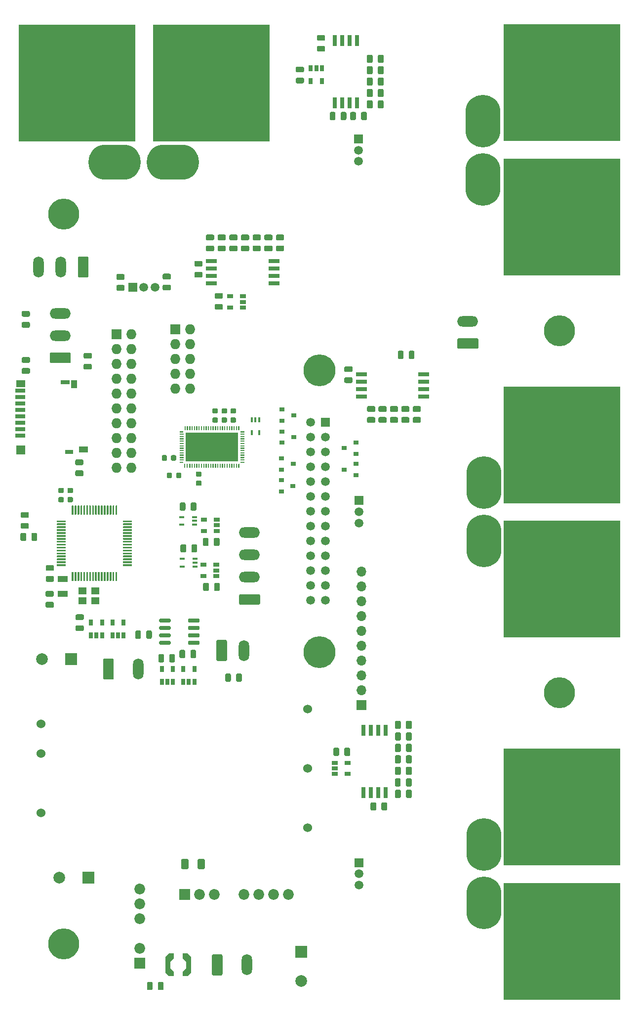
<source format=gbr>
G04 #@! TF.GenerationSoftware,KiCad,Pcbnew,5.1.5-1.fc31*
G04 #@! TF.CreationDate,2019-12-29T19:08:06+00:00*
G04 #@! TF.ProjectId,electric-FIAT,656c6563-7472-4696-932d-464941542e6b,1.0.0*
G04 #@! TF.SameCoordinates,Original*
G04 #@! TF.FileFunction,Soldermask,Top*
G04 #@! TF.FilePolarity,Negative*
%FSLAX46Y46*%
G04 Gerber Fmt 4.6, Leading zero omitted, Abs format (unit mm)*
G04 Created by KiCad (PCBNEW 5.1.5-1.fc31) date 2019-12-29 19:08:06*
%MOMM*%
%LPD*%
G04 APERTURE LIST*
%ADD10C,0.100000*%
%ADD11R,0.400000X0.900000*%
%ADD12O,9.000000X6.000000*%
%ADD13R,1.500000X1.500000*%
%ADD14C,1.500000*%
%ADD15C,0.800000*%
%ADD16C,0.800000*%
%ADD17R,0.650000X1.060000*%
%ADD18O,1.727200X1.727200*%
%ADD19R,1.727200X1.727200*%
%ADD20O,3.600000X1.800000*%
%ADD21R,20.000000X20.000000*%
%ADD22C,5.300000*%
%ADD23R,1.060000X0.650000*%
%ADD24R,1.905000X0.640000*%
%ADD25O,6.000000X9.000000*%
%ADD26R,0.900000X0.400000*%
%ADD27R,1.400000X1.200000*%
%ADD28R,1.800000X1.000000*%
%ADD29R,0.640000X1.905000*%
%ADD30O,1.800000X3.600000*%
%ADD31C,1.850000*%
%ADD32R,1.850000X1.850000*%
%ADD33C,2.000000*%
%ADD34R,2.000000X2.000000*%
%ADD35R,1.550000X1.000000*%
%ADD36R,1.750000X0.700000*%
%ADD37R,1.400000X0.800000*%
%ADD38R,1.000000X1.450000*%
%ADD39R,1.500000X0.800000*%
%ADD40R,1.500000X1.300000*%
%ADD41O,1.700000X1.700000*%
%ADD42R,1.700000X1.700000*%
%ADD43C,1.524000*%
%ADD44R,9.000000X5.000000*%
%ADD45R,0.900000X0.800000*%
%ADD46R,1.520000X1.520000*%
%ADD47C,1.520000*%
%ADD48C,5.460000*%
G04 APERTURE END LIST*
D10*
G36*
X123340142Y-155161174D02*
G01*
X123363803Y-155164684D01*
X123387007Y-155170496D01*
X123409529Y-155178554D01*
X123431153Y-155188782D01*
X123451670Y-155201079D01*
X123470883Y-155215329D01*
X123488607Y-155231393D01*
X123504671Y-155249117D01*
X123518921Y-155268330D01*
X123531218Y-155288847D01*
X123541446Y-155310471D01*
X123549504Y-155332993D01*
X123555316Y-155356197D01*
X123558826Y-155379858D01*
X123560000Y-155403750D01*
X123560000Y-156316250D01*
X123558826Y-156340142D01*
X123555316Y-156363803D01*
X123549504Y-156387007D01*
X123541446Y-156409529D01*
X123531218Y-156431153D01*
X123518921Y-156451670D01*
X123504671Y-156470883D01*
X123488607Y-156488607D01*
X123470883Y-156504671D01*
X123451670Y-156518921D01*
X123431153Y-156531218D01*
X123409529Y-156541446D01*
X123387007Y-156549504D01*
X123363803Y-156555316D01*
X123340142Y-156558826D01*
X123316250Y-156560000D01*
X122828750Y-156560000D01*
X122804858Y-156558826D01*
X122781197Y-156555316D01*
X122757993Y-156549504D01*
X122735471Y-156541446D01*
X122713847Y-156531218D01*
X122693330Y-156518921D01*
X122674117Y-156504671D01*
X122656393Y-156488607D01*
X122640329Y-156470883D01*
X122626079Y-156451670D01*
X122613782Y-156431153D01*
X122603554Y-156409529D01*
X122595496Y-156387007D01*
X122589684Y-156363803D01*
X122586174Y-156340142D01*
X122585000Y-156316250D01*
X122585000Y-155403750D01*
X122586174Y-155379858D01*
X122589684Y-155356197D01*
X122595496Y-155332993D01*
X122603554Y-155310471D01*
X122613782Y-155288847D01*
X122626079Y-155268330D01*
X122640329Y-155249117D01*
X122656393Y-155231393D01*
X122674117Y-155215329D01*
X122693330Y-155201079D01*
X122713847Y-155188782D01*
X122735471Y-155178554D01*
X122757993Y-155170496D01*
X122781197Y-155164684D01*
X122804858Y-155161174D01*
X122828750Y-155160000D01*
X123316250Y-155160000D01*
X123340142Y-155161174D01*
G37*
G36*
X125215142Y-155161174D02*
G01*
X125238803Y-155164684D01*
X125262007Y-155170496D01*
X125284529Y-155178554D01*
X125306153Y-155188782D01*
X125326670Y-155201079D01*
X125345883Y-155215329D01*
X125363607Y-155231393D01*
X125379671Y-155249117D01*
X125393921Y-155268330D01*
X125406218Y-155288847D01*
X125416446Y-155310471D01*
X125424504Y-155332993D01*
X125430316Y-155356197D01*
X125433826Y-155379858D01*
X125435000Y-155403750D01*
X125435000Y-156316250D01*
X125433826Y-156340142D01*
X125430316Y-156363803D01*
X125424504Y-156387007D01*
X125416446Y-156409529D01*
X125406218Y-156431153D01*
X125393921Y-156451670D01*
X125379671Y-156470883D01*
X125363607Y-156488607D01*
X125345883Y-156504671D01*
X125326670Y-156518921D01*
X125306153Y-156531218D01*
X125284529Y-156541446D01*
X125262007Y-156549504D01*
X125238803Y-156555316D01*
X125215142Y-156558826D01*
X125191250Y-156560000D01*
X124703750Y-156560000D01*
X124679858Y-156558826D01*
X124656197Y-156555316D01*
X124632993Y-156549504D01*
X124610471Y-156541446D01*
X124588847Y-156531218D01*
X124568330Y-156518921D01*
X124549117Y-156504671D01*
X124531393Y-156488607D01*
X124515329Y-156470883D01*
X124501079Y-156451670D01*
X124488782Y-156431153D01*
X124478554Y-156409529D01*
X124470496Y-156387007D01*
X124464684Y-156363803D01*
X124461174Y-156340142D01*
X124460000Y-156316250D01*
X124460000Y-155403750D01*
X124461174Y-155379858D01*
X124464684Y-155356197D01*
X124470496Y-155332993D01*
X124478554Y-155310471D01*
X124488782Y-155288847D01*
X124501079Y-155268330D01*
X124515329Y-155249117D01*
X124531393Y-155231393D01*
X124549117Y-155215329D01*
X124568330Y-155201079D01*
X124588847Y-155188782D01*
X124610471Y-155178554D01*
X124632993Y-155170496D01*
X124656197Y-155164684D01*
X124679858Y-155161174D01*
X124703750Y-155160000D01*
X125191250Y-155160000D01*
X125215142Y-155161174D01*
G37*
G36*
X99317691Y-89271053D02*
G01*
X99338926Y-89274203D01*
X99359750Y-89279419D01*
X99379962Y-89286651D01*
X99399368Y-89295830D01*
X99417781Y-89306866D01*
X99435024Y-89319654D01*
X99450930Y-89334070D01*
X99465346Y-89349976D01*
X99478134Y-89367219D01*
X99489170Y-89385632D01*
X99498349Y-89405038D01*
X99505581Y-89425250D01*
X99510797Y-89446074D01*
X99513947Y-89467309D01*
X99515000Y-89488750D01*
X99515000Y-89926250D01*
X99513947Y-89947691D01*
X99510797Y-89968926D01*
X99505581Y-89989750D01*
X99498349Y-90009962D01*
X99489170Y-90029368D01*
X99478134Y-90047781D01*
X99465346Y-90065024D01*
X99450930Y-90080930D01*
X99435024Y-90095346D01*
X99417781Y-90108134D01*
X99399368Y-90119170D01*
X99379962Y-90128349D01*
X99359750Y-90135581D01*
X99338926Y-90140797D01*
X99317691Y-90143947D01*
X99296250Y-90145000D01*
X98783750Y-90145000D01*
X98762309Y-90143947D01*
X98741074Y-90140797D01*
X98720250Y-90135581D01*
X98700038Y-90128349D01*
X98680632Y-90119170D01*
X98662219Y-90108134D01*
X98644976Y-90095346D01*
X98629070Y-90080930D01*
X98614654Y-90065024D01*
X98601866Y-90047781D01*
X98590830Y-90029368D01*
X98581651Y-90009962D01*
X98574419Y-89989750D01*
X98569203Y-89968926D01*
X98566053Y-89947691D01*
X98565000Y-89926250D01*
X98565000Y-89488750D01*
X98566053Y-89467309D01*
X98569203Y-89446074D01*
X98574419Y-89425250D01*
X98581651Y-89405038D01*
X98590830Y-89385632D01*
X98601866Y-89367219D01*
X98614654Y-89349976D01*
X98629070Y-89334070D01*
X98644976Y-89319654D01*
X98662219Y-89306866D01*
X98680632Y-89295830D01*
X98700038Y-89286651D01*
X98720250Y-89279419D01*
X98741074Y-89274203D01*
X98762309Y-89271053D01*
X98783750Y-89270000D01*
X99296250Y-89270000D01*
X99317691Y-89271053D01*
G37*
G36*
X99317691Y-87696053D02*
G01*
X99338926Y-87699203D01*
X99359750Y-87704419D01*
X99379962Y-87711651D01*
X99399368Y-87720830D01*
X99417781Y-87731866D01*
X99435024Y-87744654D01*
X99450930Y-87759070D01*
X99465346Y-87774976D01*
X99478134Y-87792219D01*
X99489170Y-87810632D01*
X99498349Y-87830038D01*
X99505581Y-87850250D01*
X99510797Y-87871074D01*
X99513947Y-87892309D01*
X99515000Y-87913750D01*
X99515000Y-88351250D01*
X99513947Y-88372691D01*
X99510797Y-88393926D01*
X99505581Y-88414750D01*
X99498349Y-88434962D01*
X99489170Y-88454368D01*
X99478134Y-88472781D01*
X99465346Y-88490024D01*
X99450930Y-88505930D01*
X99435024Y-88520346D01*
X99417781Y-88533134D01*
X99399368Y-88544170D01*
X99379962Y-88553349D01*
X99359750Y-88560581D01*
X99338926Y-88565797D01*
X99317691Y-88568947D01*
X99296250Y-88570000D01*
X98783750Y-88570000D01*
X98762309Y-88568947D01*
X98741074Y-88565797D01*
X98720250Y-88560581D01*
X98700038Y-88553349D01*
X98680632Y-88544170D01*
X98662219Y-88533134D01*
X98644976Y-88520346D01*
X98629070Y-88505930D01*
X98614654Y-88490024D01*
X98601866Y-88472781D01*
X98590830Y-88454368D01*
X98581651Y-88434962D01*
X98574419Y-88414750D01*
X98569203Y-88393926D01*
X98566053Y-88372691D01*
X98565000Y-88351250D01*
X98565000Y-87913750D01*
X98566053Y-87892309D01*
X98569203Y-87871074D01*
X98574419Y-87850250D01*
X98581651Y-87830038D01*
X98590830Y-87810632D01*
X98601866Y-87792219D01*
X98614654Y-87774976D01*
X98629070Y-87759070D01*
X98644976Y-87744654D01*
X98662219Y-87731866D01*
X98680632Y-87720830D01*
X98700038Y-87711651D01*
X98720250Y-87704419D01*
X98741074Y-87699203D01*
X98762309Y-87696053D01*
X98783750Y-87695000D01*
X99296250Y-87695000D01*
X99317691Y-87696053D01*
G37*
G36*
X93397691Y-98516053D02*
G01*
X93418926Y-98519203D01*
X93439750Y-98524419D01*
X93459962Y-98531651D01*
X93479368Y-98540830D01*
X93497781Y-98551866D01*
X93515024Y-98564654D01*
X93530930Y-98579070D01*
X93545346Y-98594976D01*
X93558134Y-98612219D01*
X93569170Y-98630632D01*
X93578349Y-98650038D01*
X93585581Y-98670250D01*
X93590797Y-98691074D01*
X93593947Y-98712309D01*
X93595000Y-98733750D01*
X93595000Y-99171250D01*
X93593947Y-99192691D01*
X93590797Y-99213926D01*
X93585581Y-99234750D01*
X93578349Y-99254962D01*
X93569170Y-99274368D01*
X93558134Y-99292781D01*
X93545346Y-99310024D01*
X93530930Y-99325930D01*
X93515024Y-99340346D01*
X93497781Y-99353134D01*
X93479368Y-99364170D01*
X93459962Y-99373349D01*
X93439750Y-99380581D01*
X93418926Y-99385797D01*
X93397691Y-99388947D01*
X93376250Y-99390000D01*
X92863750Y-99390000D01*
X92842309Y-99388947D01*
X92821074Y-99385797D01*
X92800250Y-99380581D01*
X92780038Y-99373349D01*
X92760632Y-99364170D01*
X92742219Y-99353134D01*
X92724976Y-99340346D01*
X92709070Y-99325930D01*
X92694654Y-99310024D01*
X92681866Y-99292781D01*
X92670830Y-99274368D01*
X92661651Y-99254962D01*
X92654419Y-99234750D01*
X92649203Y-99213926D01*
X92646053Y-99192691D01*
X92645000Y-99171250D01*
X92645000Y-98733750D01*
X92646053Y-98712309D01*
X92649203Y-98691074D01*
X92654419Y-98670250D01*
X92661651Y-98650038D01*
X92670830Y-98630632D01*
X92681866Y-98612219D01*
X92694654Y-98594976D01*
X92709070Y-98579070D01*
X92724976Y-98564654D01*
X92742219Y-98551866D01*
X92760632Y-98540830D01*
X92780038Y-98531651D01*
X92800250Y-98524419D01*
X92821074Y-98519203D01*
X92842309Y-98516053D01*
X92863750Y-98515000D01*
X93376250Y-98515000D01*
X93397691Y-98516053D01*
G37*
G36*
X93397691Y-100091053D02*
G01*
X93418926Y-100094203D01*
X93439750Y-100099419D01*
X93459962Y-100106651D01*
X93479368Y-100115830D01*
X93497781Y-100126866D01*
X93515024Y-100139654D01*
X93530930Y-100154070D01*
X93545346Y-100169976D01*
X93558134Y-100187219D01*
X93569170Y-100205632D01*
X93578349Y-100225038D01*
X93585581Y-100245250D01*
X93590797Y-100266074D01*
X93593947Y-100287309D01*
X93595000Y-100308750D01*
X93595000Y-100746250D01*
X93593947Y-100767691D01*
X93590797Y-100788926D01*
X93585581Y-100809750D01*
X93578349Y-100829962D01*
X93569170Y-100849368D01*
X93558134Y-100867781D01*
X93545346Y-100885024D01*
X93530930Y-100900930D01*
X93515024Y-100915346D01*
X93497781Y-100928134D01*
X93479368Y-100939170D01*
X93459962Y-100948349D01*
X93439750Y-100955581D01*
X93418926Y-100960797D01*
X93397691Y-100963947D01*
X93376250Y-100965000D01*
X92863750Y-100965000D01*
X92842309Y-100963947D01*
X92821074Y-100960797D01*
X92800250Y-100955581D01*
X92780038Y-100948349D01*
X92760632Y-100939170D01*
X92742219Y-100928134D01*
X92724976Y-100915346D01*
X92709070Y-100900930D01*
X92694654Y-100885024D01*
X92681866Y-100867781D01*
X92670830Y-100849368D01*
X92661651Y-100829962D01*
X92654419Y-100809750D01*
X92649203Y-100788926D01*
X92646053Y-100767691D01*
X92645000Y-100746250D01*
X92645000Y-100308750D01*
X92646053Y-100287309D01*
X92649203Y-100266074D01*
X92654419Y-100245250D01*
X92661651Y-100225038D01*
X92670830Y-100205632D01*
X92681866Y-100187219D01*
X92694654Y-100169976D01*
X92709070Y-100154070D01*
X92724976Y-100139654D01*
X92742219Y-100126866D01*
X92760632Y-100115830D01*
X92780038Y-100106651D01*
X92800250Y-100099419D01*
X92821074Y-100094203D01*
X92842309Y-100091053D01*
X92863750Y-100090000D01*
X93376250Y-100090000D01*
X93397691Y-100091053D01*
G37*
G36*
X71367691Y-101316053D02*
G01*
X71388926Y-101319203D01*
X71409750Y-101324419D01*
X71429962Y-101331651D01*
X71449368Y-101340830D01*
X71467781Y-101351866D01*
X71485024Y-101364654D01*
X71500930Y-101379070D01*
X71515346Y-101394976D01*
X71528134Y-101412219D01*
X71539170Y-101430632D01*
X71548349Y-101450038D01*
X71555581Y-101470250D01*
X71560797Y-101491074D01*
X71563947Y-101512309D01*
X71565000Y-101533750D01*
X71565000Y-101971250D01*
X71563947Y-101992691D01*
X71560797Y-102013926D01*
X71555581Y-102034750D01*
X71548349Y-102054962D01*
X71539170Y-102074368D01*
X71528134Y-102092781D01*
X71515346Y-102110024D01*
X71500930Y-102125930D01*
X71485024Y-102140346D01*
X71467781Y-102153134D01*
X71449368Y-102164170D01*
X71429962Y-102173349D01*
X71409750Y-102180581D01*
X71388926Y-102185797D01*
X71367691Y-102188947D01*
X71346250Y-102190000D01*
X70833750Y-102190000D01*
X70812309Y-102188947D01*
X70791074Y-102185797D01*
X70770250Y-102180581D01*
X70750038Y-102173349D01*
X70730632Y-102164170D01*
X70712219Y-102153134D01*
X70694976Y-102140346D01*
X70679070Y-102125930D01*
X70664654Y-102110024D01*
X70651866Y-102092781D01*
X70640830Y-102074368D01*
X70631651Y-102054962D01*
X70624419Y-102034750D01*
X70619203Y-102013926D01*
X70616053Y-101992691D01*
X70615000Y-101971250D01*
X70615000Y-101533750D01*
X70616053Y-101512309D01*
X70619203Y-101491074D01*
X70624419Y-101470250D01*
X70631651Y-101450038D01*
X70640830Y-101430632D01*
X70651866Y-101412219D01*
X70664654Y-101394976D01*
X70679070Y-101379070D01*
X70694976Y-101364654D01*
X70712219Y-101351866D01*
X70730632Y-101340830D01*
X70750038Y-101331651D01*
X70770250Y-101324419D01*
X70791074Y-101319203D01*
X70812309Y-101316053D01*
X70833750Y-101315000D01*
X71346250Y-101315000D01*
X71367691Y-101316053D01*
G37*
G36*
X71367691Y-102891053D02*
G01*
X71388926Y-102894203D01*
X71409750Y-102899419D01*
X71429962Y-102906651D01*
X71449368Y-102915830D01*
X71467781Y-102926866D01*
X71485024Y-102939654D01*
X71500930Y-102954070D01*
X71515346Y-102969976D01*
X71528134Y-102987219D01*
X71539170Y-103005632D01*
X71548349Y-103025038D01*
X71555581Y-103045250D01*
X71560797Y-103066074D01*
X71563947Y-103087309D01*
X71565000Y-103108750D01*
X71565000Y-103546250D01*
X71563947Y-103567691D01*
X71560797Y-103588926D01*
X71555581Y-103609750D01*
X71548349Y-103629962D01*
X71539170Y-103649368D01*
X71528134Y-103667781D01*
X71515346Y-103685024D01*
X71500930Y-103700930D01*
X71485024Y-103715346D01*
X71467781Y-103728134D01*
X71449368Y-103739170D01*
X71429962Y-103748349D01*
X71409750Y-103755581D01*
X71388926Y-103760797D01*
X71367691Y-103763947D01*
X71346250Y-103765000D01*
X70833750Y-103765000D01*
X70812309Y-103763947D01*
X70791074Y-103760797D01*
X70770250Y-103755581D01*
X70750038Y-103748349D01*
X70730632Y-103739170D01*
X70712219Y-103728134D01*
X70694976Y-103715346D01*
X70679070Y-103700930D01*
X70664654Y-103685024D01*
X70651866Y-103667781D01*
X70640830Y-103649368D01*
X70631651Y-103629962D01*
X70624419Y-103609750D01*
X70619203Y-103588926D01*
X70616053Y-103567691D01*
X70615000Y-103546250D01*
X70615000Y-103108750D01*
X70616053Y-103087309D01*
X70619203Y-103066074D01*
X70624419Y-103045250D01*
X70631651Y-103025038D01*
X70640830Y-103005632D01*
X70651866Y-102987219D01*
X70664654Y-102969976D01*
X70679070Y-102954070D01*
X70694976Y-102939654D01*
X70712219Y-102926866D01*
X70730632Y-102915830D01*
X70750038Y-102906651D01*
X70770250Y-102899419D01*
X70791074Y-102894203D01*
X70812309Y-102891053D01*
X70833750Y-102890000D01*
X71346250Y-102890000D01*
X71367691Y-102891053D01*
G37*
G36*
X88352691Y-98706053D02*
G01*
X88373926Y-98709203D01*
X88394750Y-98714419D01*
X88414962Y-98721651D01*
X88434368Y-98730830D01*
X88452781Y-98741866D01*
X88470024Y-98754654D01*
X88485930Y-98769070D01*
X88500346Y-98784976D01*
X88513134Y-98802219D01*
X88524170Y-98820632D01*
X88533349Y-98840038D01*
X88540581Y-98860250D01*
X88545797Y-98881074D01*
X88548947Y-98902309D01*
X88550000Y-98923750D01*
X88550000Y-99436250D01*
X88548947Y-99457691D01*
X88545797Y-99478926D01*
X88540581Y-99499750D01*
X88533349Y-99519962D01*
X88524170Y-99539368D01*
X88513134Y-99557781D01*
X88500346Y-99575024D01*
X88485930Y-99590930D01*
X88470024Y-99605346D01*
X88452781Y-99618134D01*
X88434368Y-99629170D01*
X88414962Y-99638349D01*
X88394750Y-99645581D01*
X88373926Y-99650797D01*
X88352691Y-99653947D01*
X88331250Y-99655000D01*
X87893750Y-99655000D01*
X87872309Y-99653947D01*
X87851074Y-99650797D01*
X87830250Y-99645581D01*
X87810038Y-99638349D01*
X87790632Y-99629170D01*
X87772219Y-99618134D01*
X87754976Y-99605346D01*
X87739070Y-99590930D01*
X87724654Y-99575024D01*
X87711866Y-99557781D01*
X87700830Y-99539368D01*
X87691651Y-99519962D01*
X87684419Y-99499750D01*
X87679203Y-99478926D01*
X87676053Y-99457691D01*
X87675000Y-99436250D01*
X87675000Y-98923750D01*
X87676053Y-98902309D01*
X87679203Y-98881074D01*
X87684419Y-98860250D01*
X87691651Y-98840038D01*
X87700830Y-98820632D01*
X87711866Y-98802219D01*
X87724654Y-98784976D01*
X87739070Y-98769070D01*
X87754976Y-98754654D01*
X87772219Y-98741866D01*
X87790632Y-98730830D01*
X87810038Y-98721651D01*
X87830250Y-98714419D01*
X87851074Y-98709203D01*
X87872309Y-98706053D01*
X87893750Y-98705000D01*
X88331250Y-98705000D01*
X88352691Y-98706053D01*
G37*
G36*
X89927691Y-98706053D02*
G01*
X89948926Y-98709203D01*
X89969750Y-98714419D01*
X89989962Y-98721651D01*
X90009368Y-98730830D01*
X90027781Y-98741866D01*
X90045024Y-98754654D01*
X90060930Y-98769070D01*
X90075346Y-98784976D01*
X90088134Y-98802219D01*
X90099170Y-98820632D01*
X90108349Y-98840038D01*
X90115581Y-98860250D01*
X90120797Y-98881074D01*
X90123947Y-98902309D01*
X90125000Y-98923750D01*
X90125000Y-99436250D01*
X90123947Y-99457691D01*
X90120797Y-99478926D01*
X90115581Y-99499750D01*
X90108349Y-99519962D01*
X90099170Y-99539368D01*
X90088134Y-99557781D01*
X90075346Y-99575024D01*
X90060930Y-99590930D01*
X90045024Y-99605346D01*
X90027781Y-99618134D01*
X90009368Y-99629170D01*
X89989962Y-99638349D01*
X89969750Y-99645581D01*
X89948926Y-99650797D01*
X89927691Y-99653947D01*
X89906250Y-99655000D01*
X89468750Y-99655000D01*
X89447309Y-99653947D01*
X89426074Y-99650797D01*
X89405250Y-99645581D01*
X89385038Y-99638349D01*
X89365632Y-99629170D01*
X89347219Y-99618134D01*
X89329976Y-99605346D01*
X89314070Y-99590930D01*
X89299654Y-99575024D01*
X89286866Y-99557781D01*
X89275830Y-99539368D01*
X89266651Y-99519962D01*
X89259419Y-99499750D01*
X89254203Y-99478926D01*
X89251053Y-99457691D01*
X89250000Y-99436250D01*
X89250000Y-98923750D01*
X89251053Y-98902309D01*
X89254203Y-98881074D01*
X89259419Y-98860250D01*
X89266651Y-98840038D01*
X89275830Y-98820632D01*
X89286866Y-98802219D01*
X89299654Y-98784976D01*
X89314070Y-98769070D01*
X89329976Y-98754654D01*
X89347219Y-98741866D01*
X89365632Y-98730830D01*
X89385038Y-98721651D01*
X89405250Y-98714419D01*
X89426074Y-98709203D01*
X89447309Y-98706053D01*
X89468750Y-98705000D01*
X89906250Y-98705000D01*
X89927691Y-98706053D01*
G37*
G36*
X96207691Y-87696053D02*
G01*
X96228926Y-87699203D01*
X96249750Y-87704419D01*
X96269962Y-87711651D01*
X96289368Y-87720830D01*
X96307781Y-87731866D01*
X96325024Y-87744654D01*
X96340930Y-87759070D01*
X96355346Y-87774976D01*
X96368134Y-87792219D01*
X96379170Y-87810632D01*
X96388349Y-87830038D01*
X96395581Y-87850250D01*
X96400797Y-87871074D01*
X96403947Y-87892309D01*
X96405000Y-87913750D01*
X96405000Y-88351250D01*
X96403947Y-88372691D01*
X96400797Y-88393926D01*
X96395581Y-88414750D01*
X96388349Y-88434962D01*
X96379170Y-88454368D01*
X96368134Y-88472781D01*
X96355346Y-88490024D01*
X96340930Y-88505930D01*
X96325024Y-88520346D01*
X96307781Y-88533134D01*
X96289368Y-88544170D01*
X96269962Y-88553349D01*
X96249750Y-88560581D01*
X96228926Y-88565797D01*
X96207691Y-88568947D01*
X96186250Y-88570000D01*
X95673750Y-88570000D01*
X95652309Y-88568947D01*
X95631074Y-88565797D01*
X95610250Y-88560581D01*
X95590038Y-88553349D01*
X95570632Y-88544170D01*
X95552219Y-88533134D01*
X95534976Y-88520346D01*
X95519070Y-88505930D01*
X95504654Y-88490024D01*
X95491866Y-88472781D01*
X95480830Y-88454368D01*
X95471651Y-88434962D01*
X95464419Y-88414750D01*
X95459203Y-88393926D01*
X95456053Y-88372691D01*
X95455000Y-88351250D01*
X95455000Y-87913750D01*
X95456053Y-87892309D01*
X95459203Y-87871074D01*
X95464419Y-87850250D01*
X95471651Y-87830038D01*
X95480830Y-87810632D01*
X95491866Y-87792219D01*
X95504654Y-87774976D01*
X95519070Y-87759070D01*
X95534976Y-87744654D01*
X95552219Y-87731866D01*
X95570632Y-87720830D01*
X95590038Y-87711651D01*
X95610250Y-87704419D01*
X95631074Y-87699203D01*
X95652309Y-87696053D01*
X95673750Y-87695000D01*
X96186250Y-87695000D01*
X96207691Y-87696053D01*
G37*
G36*
X96207691Y-89271053D02*
G01*
X96228926Y-89274203D01*
X96249750Y-89279419D01*
X96269962Y-89286651D01*
X96289368Y-89295830D01*
X96307781Y-89306866D01*
X96325024Y-89319654D01*
X96340930Y-89334070D01*
X96355346Y-89349976D01*
X96368134Y-89367219D01*
X96379170Y-89385632D01*
X96388349Y-89405038D01*
X96395581Y-89425250D01*
X96400797Y-89446074D01*
X96403947Y-89467309D01*
X96405000Y-89488750D01*
X96405000Y-89926250D01*
X96403947Y-89947691D01*
X96400797Y-89968926D01*
X96395581Y-89989750D01*
X96388349Y-90009962D01*
X96379170Y-90029368D01*
X96368134Y-90047781D01*
X96355346Y-90065024D01*
X96340930Y-90080930D01*
X96325024Y-90095346D01*
X96307781Y-90108134D01*
X96289368Y-90119170D01*
X96269962Y-90128349D01*
X96249750Y-90135581D01*
X96228926Y-90140797D01*
X96207691Y-90143947D01*
X96186250Y-90145000D01*
X95673750Y-90145000D01*
X95652309Y-90143947D01*
X95631074Y-90140797D01*
X95610250Y-90135581D01*
X95590038Y-90128349D01*
X95570632Y-90119170D01*
X95552219Y-90108134D01*
X95534976Y-90095346D01*
X95519070Y-90080930D01*
X95504654Y-90065024D01*
X95491866Y-90047781D01*
X95480830Y-90029368D01*
X95471651Y-90009962D01*
X95464419Y-89989750D01*
X95459203Y-89968926D01*
X95456053Y-89947691D01*
X95455000Y-89926250D01*
X95455000Y-89488750D01*
X95456053Y-89467309D01*
X95459203Y-89446074D01*
X95464419Y-89425250D01*
X95471651Y-89405038D01*
X95480830Y-89385632D01*
X95491866Y-89367219D01*
X95504654Y-89349976D01*
X95519070Y-89334070D01*
X95534976Y-89319654D01*
X95552219Y-89306866D01*
X95570632Y-89295830D01*
X95590038Y-89286651D01*
X95610250Y-89279419D01*
X95631074Y-89274203D01*
X95652309Y-89271053D01*
X95673750Y-89270000D01*
X96186250Y-89270000D01*
X96207691Y-89271053D01*
G37*
G36*
X69807691Y-101326053D02*
G01*
X69828926Y-101329203D01*
X69849750Y-101334419D01*
X69869962Y-101341651D01*
X69889368Y-101350830D01*
X69907781Y-101361866D01*
X69925024Y-101374654D01*
X69940930Y-101389070D01*
X69955346Y-101404976D01*
X69968134Y-101422219D01*
X69979170Y-101440632D01*
X69988349Y-101460038D01*
X69995581Y-101480250D01*
X70000797Y-101501074D01*
X70003947Y-101522309D01*
X70005000Y-101543750D01*
X70005000Y-101981250D01*
X70003947Y-102002691D01*
X70000797Y-102023926D01*
X69995581Y-102044750D01*
X69988349Y-102064962D01*
X69979170Y-102084368D01*
X69968134Y-102102781D01*
X69955346Y-102120024D01*
X69940930Y-102135930D01*
X69925024Y-102150346D01*
X69907781Y-102163134D01*
X69889368Y-102174170D01*
X69869962Y-102183349D01*
X69849750Y-102190581D01*
X69828926Y-102195797D01*
X69807691Y-102198947D01*
X69786250Y-102200000D01*
X69273750Y-102200000D01*
X69252309Y-102198947D01*
X69231074Y-102195797D01*
X69210250Y-102190581D01*
X69190038Y-102183349D01*
X69170632Y-102174170D01*
X69152219Y-102163134D01*
X69134976Y-102150346D01*
X69119070Y-102135930D01*
X69104654Y-102120024D01*
X69091866Y-102102781D01*
X69080830Y-102084368D01*
X69071651Y-102064962D01*
X69064419Y-102044750D01*
X69059203Y-102023926D01*
X69056053Y-102002691D01*
X69055000Y-101981250D01*
X69055000Y-101543750D01*
X69056053Y-101522309D01*
X69059203Y-101501074D01*
X69064419Y-101480250D01*
X69071651Y-101460038D01*
X69080830Y-101440632D01*
X69091866Y-101422219D01*
X69104654Y-101404976D01*
X69119070Y-101389070D01*
X69134976Y-101374654D01*
X69152219Y-101361866D01*
X69170632Y-101350830D01*
X69190038Y-101341651D01*
X69210250Y-101334419D01*
X69231074Y-101329203D01*
X69252309Y-101326053D01*
X69273750Y-101325000D01*
X69786250Y-101325000D01*
X69807691Y-101326053D01*
G37*
G36*
X69807691Y-102901053D02*
G01*
X69828926Y-102904203D01*
X69849750Y-102909419D01*
X69869962Y-102916651D01*
X69889368Y-102925830D01*
X69907781Y-102936866D01*
X69925024Y-102949654D01*
X69940930Y-102964070D01*
X69955346Y-102979976D01*
X69968134Y-102997219D01*
X69979170Y-103015632D01*
X69988349Y-103035038D01*
X69995581Y-103055250D01*
X70000797Y-103076074D01*
X70003947Y-103097309D01*
X70005000Y-103118750D01*
X70005000Y-103556250D01*
X70003947Y-103577691D01*
X70000797Y-103598926D01*
X69995581Y-103619750D01*
X69988349Y-103639962D01*
X69979170Y-103659368D01*
X69968134Y-103677781D01*
X69955346Y-103695024D01*
X69940930Y-103710930D01*
X69925024Y-103725346D01*
X69907781Y-103738134D01*
X69889368Y-103749170D01*
X69869962Y-103758349D01*
X69849750Y-103765581D01*
X69828926Y-103770797D01*
X69807691Y-103773947D01*
X69786250Y-103775000D01*
X69273750Y-103775000D01*
X69252309Y-103773947D01*
X69231074Y-103770797D01*
X69210250Y-103765581D01*
X69190038Y-103758349D01*
X69170632Y-103749170D01*
X69152219Y-103738134D01*
X69134976Y-103725346D01*
X69119070Y-103710930D01*
X69104654Y-103695024D01*
X69091866Y-103677781D01*
X69080830Y-103659368D01*
X69071651Y-103639962D01*
X69064419Y-103619750D01*
X69059203Y-103598926D01*
X69056053Y-103577691D01*
X69055000Y-103556250D01*
X69055000Y-103118750D01*
X69056053Y-103097309D01*
X69059203Y-103076074D01*
X69064419Y-103055250D01*
X69071651Y-103035038D01*
X69080830Y-103015632D01*
X69091866Y-102997219D01*
X69104654Y-102979976D01*
X69119070Y-102964070D01*
X69134976Y-102949654D01*
X69152219Y-102936866D01*
X69170632Y-102925830D01*
X69190038Y-102916651D01*
X69210250Y-102909419D01*
X69231074Y-102904203D01*
X69252309Y-102901053D01*
X69273750Y-102900000D01*
X69786250Y-102900000D01*
X69807691Y-102901053D01*
G37*
G36*
X87482691Y-95716053D02*
G01*
X87503926Y-95719203D01*
X87524750Y-95724419D01*
X87544962Y-95731651D01*
X87564368Y-95740830D01*
X87582781Y-95751866D01*
X87600024Y-95764654D01*
X87615930Y-95779070D01*
X87630346Y-95794976D01*
X87643134Y-95812219D01*
X87654170Y-95830632D01*
X87663349Y-95850038D01*
X87670581Y-95870250D01*
X87675797Y-95891074D01*
X87678947Y-95912309D01*
X87680000Y-95933750D01*
X87680000Y-96446250D01*
X87678947Y-96467691D01*
X87675797Y-96488926D01*
X87670581Y-96509750D01*
X87663349Y-96529962D01*
X87654170Y-96549368D01*
X87643134Y-96567781D01*
X87630346Y-96585024D01*
X87615930Y-96600930D01*
X87600024Y-96615346D01*
X87582781Y-96628134D01*
X87564368Y-96639170D01*
X87544962Y-96648349D01*
X87524750Y-96655581D01*
X87503926Y-96660797D01*
X87482691Y-96663947D01*
X87461250Y-96665000D01*
X87023750Y-96665000D01*
X87002309Y-96663947D01*
X86981074Y-96660797D01*
X86960250Y-96655581D01*
X86940038Y-96648349D01*
X86920632Y-96639170D01*
X86902219Y-96628134D01*
X86884976Y-96615346D01*
X86869070Y-96600930D01*
X86854654Y-96585024D01*
X86841866Y-96567781D01*
X86830830Y-96549368D01*
X86821651Y-96529962D01*
X86814419Y-96509750D01*
X86809203Y-96488926D01*
X86806053Y-96467691D01*
X86805000Y-96446250D01*
X86805000Y-95933750D01*
X86806053Y-95912309D01*
X86809203Y-95891074D01*
X86814419Y-95870250D01*
X86821651Y-95850038D01*
X86830830Y-95830632D01*
X86841866Y-95812219D01*
X86854654Y-95794976D01*
X86869070Y-95779070D01*
X86884976Y-95764654D01*
X86902219Y-95751866D01*
X86920632Y-95740830D01*
X86940038Y-95731651D01*
X86960250Y-95724419D01*
X86981074Y-95719203D01*
X87002309Y-95716053D01*
X87023750Y-95715000D01*
X87461250Y-95715000D01*
X87482691Y-95716053D01*
G37*
G36*
X89057691Y-95716053D02*
G01*
X89078926Y-95719203D01*
X89099750Y-95724419D01*
X89119962Y-95731651D01*
X89139368Y-95740830D01*
X89157781Y-95751866D01*
X89175024Y-95764654D01*
X89190930Y-95779070D01*
X89205346Y-95794976D01*
X89218134Y-95812219D01*
X89229170Y-95830632D01*
X89238349Y-95850038D01*
X89245581Y-95870250D01*
X89250797Y-95891074D01*
X89253947Y-95912309D01*
X89255000Y-95933750D01*
X89255000Y-96446250D01*
X89253947Y-96467691D01*
X89250797Y-96488926D01*
X89245581Y-96509750D01*
X89238349Y-96529962D01*
X89229170Y-96549368D01*
X89218134Y-96567781D01*
X89205346Y-96585024D01*
X89190930Y-96600930D01*
X89175024Y-96615346D01*
X89157781Y-96628134D01*
X89139368Y-96639170D01*
X89119962Y-96648349D01*
X89099750Y-96655581D01*
X89078926Y-96660797D01*
X89057691Y-96663947D01*
X89036250Y-96665000D01*
X88598750Y-96665000D01*
X88577309Y-96663947D01*
X88556074Y-96660797D01*
X88535250Y-96655581D01*
X88515038Y-96648349D01*
X88495632Y-96639170D01*
X88477219Y-96628134D01*
X88459976Y-96615346D01*
X88444070Y-96600930D01*
X88429654Y-96585024D01*
X88416866Y-96567781D01*
X88405830Y-96549368D01*
X88396651Y-96529962D01*
X88389419Y-96509750D01*
X88384203Y-96488926D01*
X88381053Y-96467691D01*
X88380000Y-96446250D01*
X88380000Y-95933750D01*
X88381053Y-95912309D01*
X88384203Y-95891074D01*
X88389419Y-95870250D01*
X88396651Y-95850038D01*
X88405830Y-95830632D01*
X88416866Y-95812219D01*
X88429654Y-95794976D01*
X88444070Y-95779070D01*
X88459976Y-95764654D01*
X88477219Y-95751866D01*
X88495632Y-95740830D01*
X88515038Y-95731651D01*
X88535250Y-95724419D01*
X88556074Y-95719203D01*
X88577309Y-95716053D01*
X88598750Y-95715000D01*
X89036250Y-95715000D01*
X89057691Y-95716053D01*
G37*
G36*
X97787691Y-87696053D02*
G01*
X97808926Y-87699203D01*
X97829750Y-87704419D01*
X97849962Y-87711651D01*
X97869368Y-87720830D01*
X97887781Y-87731866D01*
X97905024Y-87744654D01*
X97920930Y-87759070D01*
X97935346Y-87774976D01*
X97948134Y-87792219D01*
X97959170Y-87810632D01*
X97968349Y-87830038D01*
X97975581Y-87850250D01*
X97980797Y-87871074D01*
X97983947Y-87892309D01*
X97985000Y-87913750D01*
X97985000Y-88351250D01*
X97983947Y-88372691D01*
X97980797Y-88393926D01*
X97975581Y-88414750D01*
X97968349Y-88434962D01*
X97959170Y-88454368D01*
X97948134Y-88472781D01*
X97935346Y-88490024D01*
X97920930Y-88505930D01*
X97905024Y-88520346D01*
X97887781Y-88533134D01*
X97869368Y-88544170D01*
X97849962Y-88553349D01*
X97829750Y-88560581D01*
X97808926Y-88565797D01*
X97787691Y-88568947D01*
X97766250Y-88570000D01*
X97253750Y-88570000D01*
X97232309Y-88568947D01*
X97211074Y-88565797D01*
X97190250Y-88560581D01*
X97170038Y-88553349D01*
X97150632Y-88544170D01*
X97132219Y-88533134D01*
X97114976Y-88520346D01*
X97099070Y-88505930D01*
X97084654Y-88490024D01*
X97071866Y-88472781D01*
X97060830Y-88454368D01*
X97051651Y-88434962D01*
X97044419Y-88414750D01*
X97039203Y-88393926D01*
X97036053Y-88372691D01*
X97035000Y-88351250D01*
X97035000Y-87913750D01*
X97036053Y-87892309D01*
X97039203Y-87871074D01*
X97044419Y-87850250D01*
X97051651Y-87830038D01*
X97060830Y-87810632D01*
X97071866Y-87792219D01*
X97084654Y-87774976D01*
X97099070Y-87759070D01*
X97114976Y-87744654D01*
X97132219Y-87731866D01*
X97150632Y-87720830D01*
X97170038Y-87711651D01*
X97190250Y-87704419D01*
X97211074Y-87699203D01*
X97232309Y-87696053D01*
X97253750Y-87695000D01*
X97766250Y-87695000D01*
X97787691Y-87696053D01*
G37*
G36*
X97787691Y-89271053D02*
G01*
X97808926Y-89274203D01*
X97829750Y-89279419D01*
X97849962Y-89286651D01*
X97869368Y-89295830D01*
X97887781Y-89306866D01*
X97905024Y-89319654D01*
X97920930Y-89334070D01*
X97935346Y-89349976D01*
X97948134Y-89367219D01*
X97959170Y-89385632D01*
X97968349Y-89405038D01*
X97975581Y-89425250D01*
X97980797Y-89446074D01*
X97983947Y-89467309D01*
X97985000Y-89488750D01*
X97985000Y-89926250D01*
X97983947Y-89947691D01*
X97980797Y-89968926D01*
X97975581Y-89989750D01*
X97968349Y-90009962D01*
X97959170Y-90029368D01*
X97948134Y-90047781D01*
X97935346Y-90065024D01*
X97920930Y-90080930D01*
X97905024Y-90095346D01*
X97887781Y-90108134D01*
X97869368Y-90119170D01*
X97849962Y-90128349D01*
X97829750Y-90135581D01*
X97808926Y-90140797D01*
X97787691Y-90143947D01*
X97766250Y-90145000D01*
X97253750Y-90145000D01*
X97232309Y-90143947D01*
X97211074Y-90140797D01*
X97190250Y-90135581D01*
X97170038Y-90128349D01*
X97150632Y-90119170D01*
X97132219Y-90108134D01*
X97114976Y-90095346D01*
X97099070Y-90080930D01*
X97084654Y-90065024D01*
X97071866Y-90047781D01*
X97060830Y-90029368D01*
X97051651Y-90009962D01*
X97044419Y-89989750D01*
X97039203Y-89968926D01*
X97036053Y-89947691D01*
X97035000Y-89926250D01*
X97035000Y-89488750D01*
X97036053Y-89467309D01*
X97039203Y-89446074D01*
X97044419Y-89425250D01*
X97051651Y-89405038D01*
X97060830Y-89385632D01*
X97071866Y-89367219D01*
X97084654Y-89349976D01*
X97099070Y-89334070D01*
X97114976Y-89319654D01*
X97132219Y-89306866D01*
X97150632Y-89295830D01*
X97170038Y-89286651D01*
X97190250Y-89279419D01*
X97211074Y-89274203D01*
X97232309Y-89271053D01*
X97253750Y-89270000D01*
X97766250Y-89270000D01*
X97787691Y-89271053D01*
G37*
D11*
X103520000Y-91900000D03*
X102220000Y-91900000D03*
X102870000Y-89700000D03*
X102220000Y-89700000D03*
X103520000Y-89700000D03*
D12*
X78710000Y-45575000D03*
X88710000Y-45575000D03*
D13*
X81800000Y-66975000D03*
D14*
X85620000Y-66975000D03*
X83710000Y-66975000D03*
D15*
X82660000Y-44945000D02*
X82660000Y-44945000D01*
X82660000Y-46205000D02*
X82660000Y-46205000D01*
D16*
X81910000Y-47235000D03*
X81910000Y-43915000D03*
X74760000Y-44945000D03*
X74760000Y-46205000D03*
X75510000Y-47235000D03*
X75510000Y-43915000D03*
X79380000Y-47625000D03*
X78040000Y-47625000D03*
X80710000Y-47625000D03*
X76710000Y-47625000D03*
X79380000Y-43525000D03*
X78040000Y-43525000D03*
X76710000Y-43525000D03*
X80710000Y-43525000D03*
X85510000Y-47235000D03*
X85510000Y-43915000D03*
D15*
X84760000Y-46205000D02*
X84760000Y-46205000D01*
X84760000Y-44945000D02*
X84760000Y-44945000D01*
D16*
X91910000Y-47235000D03*
X91910000Y-43915000D03*
X92660000Y-44945000D03*
X90710000Y-47625000D03*
X89380000Y-47625000D03*
X88040000Y-47625000D03*
X86710000Y-47625000D03*
X90710000Y-43525000D03*
X89380000Y-43525000D03*
X88040000Y-43525000D03*
X86710000Y-43525000D03*
X92660000Y-46205000D03*
D10*
G36*
X93949504Y-164851204D02*
G01*
X93973773Y-164854804D01*
X93997571Y-164860765D01*
X94020671Y-164869030D01*
X94042849Y-164879520D01*
X94063893Y-164892133D01*
X94083598Y-164906747D01*
X94101777Y-164923223D01*
X94118253Y-164941402D01*
X94132867Y-164961107D01*
X94145480Y-164982151D01*
X94155970Y-165004329D01*
X94164235Y-165027429D01*
X94170196Y-165051227D01*
X94173796Y-165075496D01*
X94175000Y-165100000D01*
X94175000Y-166350000D01*
X94173796Y-166374504D01*
X94170196Y-166398773D01*
X94164235Y-166422571D01*
X94155970Y-166445671D01*
X94145480Y-166467849D01*
X94132867Y-166488893D01*
X94118253Y-166508598D01*
X94101777Y-166526777D01*
X94083598Y-166543253D01*
X94063893Y-166557867D01*
X94042849Y-166570480D01*
X94020671Y-166580970D01*
X93997571Y-166589235D01*
X93973773Y-166595196D01*
X93949504Y-166598796D01*
X93925000Y-166600000D01*
X93175000Y-166600000D01*
X93150496Y-166598796D01*
X93126227Y-166595196D01*
X93102429Y-166589235D01*
X93079329Y-166580970D01*
X93057151Y-166570480D01*
X93036107Y-166557867D01*
X93016402Y-166543253D01*
X92998223Y-166526777D01*
X92981747Y-166508598D01*
X92967133Y-166488893D01*
X92954520Y-166467849D01*
X92944030Y-166445671D01*
X92935765Y-166422571D01*
X92929804Y-166398773D01*
X92926204Y-166374504D01*
X92925000Y-166350000D01*
X92925000Y-165100000D01*
X92926204Y-165075496D01*
X92929804Y-165051227D01*
X92935765Y-165027429D01*
X92944030Y-165004329D01*
X92954520Y-164982151D01*
X92967133Y-164961107D01*
X92981747Y-164941402D01*
X92998223Y-164923223D01*
X93016402Y-164906747D01*
X93036107Y-164892133D01*
X93057151Y-164879520D01*
X93079329Y-164869030D01*
X93102429Y-164860765D01*
X93126227Y-164854804D01*
X93150496Y-164851204D01*
X93175000Y-164850000D01*
X93925000Y-164850000D01*
X93949504Y-164851204D01*
G37*
G36*
X91149504Y-164851204D02*
G01*
X91173773Y-164854804D01*
X91197571Y-164860765D01*
X91220671Y-164869030D01*
X91242849Y-164879520D01*
X91263893Y-164892133D01*
X91283598Y-164906747D01*
X91301777Y-164923223D01*
X91318253Y-164941402D01*
X91332867Y-164961107D01*
X91345480Y-164982151D01*
X91355970Y-165004329D01*
X91364235Y-165027429D01*
X91370196Y-165051227D01*
X91373796Y-165075496D01*
X91375000Y-165100000D01*
X91375000Y-166350000D01*
X91373796Y-166374504D01*
X91370196Y-166398773D01*
X91364235Y-166422571D01*
X91355970Y-166445671D01*
X91345480Y-166467849D01*
X91332867Y-166488893D01*
X91318253Y-166508598D01*
X91301777Y-166526777D01*
X91283598Y-166543253D01*
X91263893Y-166557867D01*
X91242849Y-166570480D01*
X91220671Y-166580970D01*
X91197571Y-166589235D01*
X91173773Y-166595196D01*
X91149504Y-166598796D01*
X91125000Y-166600000D01*
X90375000Y-166600000D01*
X90350496Y-166598796D01*
X90326227Y-166595196D01*
X90302429Y-166589235D01*
X90279329Y-166580970D01*
X90257151Y-166570480D01*
X90236107Y-166557867D01*
X90216402Y-166543253D01*
X90198223Y-166526777D01*
X90181747Y-166508598D01*
X90167133Y-166488893D01*
X90154520Y-166467849D01*
X90144030Y-166445671D01*
X90135765Y-166422571D01*
X90129804Y-166398773D01*
X90126204Y-166374504D01*
X90125000Y-166350000D01*
X90125000Y-165100000D01*
X90126204Y-165075496D01*
X90129804Y-165051227D01*
X90135765Y-165027429D01*
X90144030Y-165004329D01*
X90154520Y-164982151D01*
X90167133Y-164961107D01*
X90181747Y-164941402D01*
X90198223Y-164923223D01*
X90216402Y-164906747D01*
X90236107Y-164892133D01*
X90257151Y-164879520D01*
X90279329Y-164869030D01*
X90302429Y-164860765D01*
X90326227Y-164854804D01*
X90350496Y-164851204D01*
X90375000Y-164850000D01*
X91125000Y-164850000D01*
X91149504Y-164851204D01*
G37*
D17*
X74650000Y-124400000D03*
X76550000Y-124400000D03*
X76550000Y-126600000D03*
X75600000Y-126600000D03*
X74650000Y-126600000D03*
X86800000Y-132350000D03*
X88700000Y-132350000D03*
X88700000Y-134550000D03*
X87750000Y-134550000D03*
X86800000Y-134550000D03*
D10*
G36*
X88827642Y-129801174D02*
G01*
X88851303Y-129804684D01*
X88874507Y-129810496D01*
X88897029Y-129818554D01*
X88918653Y-129828782D01*
X88939170Y-129841079D01*
X88958383Y-129855329D01*
X88976107Y-129871393D01*
X88992171Y-129889117D01*
X89006421Y-129908330D01*
X89018718Y-129928847D01*
X89028946Y-129950471D01*
X89037004Y-129972993D01*
X89042816Y-129996197D01*
X89046326Y-130019858D01*
X89047500Y-130043750D01*
X89047500Y-130956250D01*
X89046326Y-130980142D01*
X89042816Y-131003803D01*
X89037004Y-131027007D01*
X89028946Y-131049529D01*
X89018718Y-131071153D01*
X89006421Y-131091670D01*
X88992171Y-131110883D01*
X88976107Y-131128607D01*
X88958383Y-131144671D01*
X88939170Y-131158921D01*
X88918653Y-131171218D01*
X88897029Y-131181446D01*
X88874507Y-131189504D01*
X88851303Y-131195316D01*
X88827642Y-131198826D01*
X88803750Y-131200000D01*
X88316250Y-131200000D01*
X88292358Y-131198826D01*
X88268697Y-131195316D01*
X88245493Y-131189504D01*
X88222971Y-131181446D01*
X88201347Y-131171218D01*
X88180830Y-131158921D01*
X88161617Y-131144671D01*
X88143893Y-131128607D01*
X88127829Y-131110883D01*
X88113579Y-131091670D01*
X88101282Y-131071153D01*
X88091054Y-131049529D01*
X88082996Y-131027007D01*
X88077184Y-131003803D01*
X88073674Y-130980142D01*
X88072500Y-130956250D01*
X88072500Y-130043750D01*
X88073674Y-130019858D01*
X88077184Y-129996197D01*
X88082996Y-129972993D01*
X88091054Y-129950471D01*
X88101282Y-129928847D01*
X88113579Y-129908330D01*
X88127829Y-129889117D01*
X88143893Y-129871393D01*
X88161617Y-129855329D01*
X88180830Y-129841079D01*
X88201347Y-129828782D01*
X88222971Y-129818554D01*
X88245493Y-129810496D01*
X88268697Y-129804684D01*
X88292358Y-129801174D01*
X88316250Y-129800000D01*
X88803750Y-129800000D01*
X88827642Y-129801174D01*
G37*
G36*
X86952642Y-129801174D02*
G01*
X86976303Y-129804684D01*
X86999507Y-129810496D01*
X87022029Y-129818554D01*
X87043653Y-129828782D01*
X87064170Y-129841079D01*
X87083383Y-129855329D01*
X87101107Y-129871393D01*
X87117171Y-129889117D01*
X87131421Y-129908330D01*
X87143718Y-129928847D01*
X87153946Y-129950471D01*
X87162004Y-129972993D01*
X87167816Y-129996197D01*
X87171326Y-130019858D01*
X87172500Y-130043750D01*
X87172500Y-130956250D01*
X87171326Y-130980142D01*
X87167816Y-131003803D01*
X87162004Y-131027007D01*
X87153946Y-131049529D01*
X87143718Y-131071153D01*
X87131421Y-131091670D01*
X87117171Y-131110883D01*
X87101107Y-131128607D01*
X87083383Y-131144671D01*
X87064170Y-131158921D01*
X87043653Y-131171218D01*
X87022029Y-131181446D01*
X86999507Y-131189504D01*
X86976303Y-131195316D01*
X86952642Y-131198826D01*
X86928750Y-131200000D01*
X86441250Y-131200000D01*
X86417358Y-131198826D01*
X86393697Y-131195316D01*
X86370493Y-131189504D01*
X86347971Y-131181446D01*
X86326347Y-131171218D01*
X86305830Y-131158921D01*
X86286617Y-131144671D01*
X86268893Y-131128607D01*
X86252829Y-131110883D01*
X86238579Y-131091670D01*
X86226282Y-131071153D01*
X86216054Y-131049529D01*
X86207996Y-131027007D01*
X86202184Y-131003803D01*
X86198674Y-130980142D01*
X86197500Y-130956250D01*
X86197500Y-130043750D01*
X86198674Y-130019858D01*
X86202184Y-129996197D01*
X86207996Y-129972993D01*
X86216054Y-129950471D01*
X86226282Y-129928847D01*
X86238579Y-129908330D01*
X86252829Y-129889117D01*
X86268893Y-129871393D01*
X86286617Y-129855329D01*
X86305830Y-129841079D01*
X86326347Y-129828782D01*
X86347971Y-129818554D01*
X86370493Y-129810496D01*
X86393697Y-129804684D01*
X86417358Y-129801174D01*
X86441250Y-129800000D01*
X86928750Y-129800000D01*
X86952642Y-129801174D01*
G37*
G36*
X74570142Y-78208674D02*
G01*
X74593803Y-78212184D01*
X74617007Y-78217996D01*
X74639529Y-78226054D01*
X74661153Y-78236282D01*
X74681670Y-78248579D01*
X74700883Y-78262829D01*
X74718607Y-78278893D01*
X74734671Y-78296617D01*
X74748921Y-78315830D01*
X74761218Y-78336347D01*
X74771446Y-78357971D01*
X74779504Y-78380493D01*
X74785316Y-78403697D01*
X74788826Y-78427358D01*
X74790000Y-78451250D01*
X74790000Y-78938750D01*
X74788826Y-78962642D01*
X74785316Y-78986303D01*
X74779504Y-79009507D01*
X74771446Y-79032029D01*
X74761218Y-79053653D01*
X74748921Y-79074170D01*
X74734671Y-79093383D01*
X74718607Y-79111107D01*
X74700883Y-79127171D01*
X74681670Y-79141421D01*
X74661153Y-79153718D01*
X74639529Y-79163946D01*
X74617007Y-79172004D01*
X74593803Y-79177816D01*
X74570142Y-79181326D01*
X74546250Y-79182500D01*
X73633750Y-79182500D01*
X73609858Y-79181326D01*
X73586197Y-79177816D01*
X73562993Y-79172004D01*
X73540471Y-79163946D01*
X73518847Y-79153718D01*
X73498330Y-79141421D01*
X73479117Y-79127171D01*
X73461393Y-79111107D01*
X73445329Y-79093383D01*
X73431079Y-79074170D01*
X73418782Y-79053653D01*
X73408554Y-79032029D01*
X73400496Y-79009507D01*
X73394684Y-78986303D01*
X73391174Y-78962642D01*
X73390000Y-78938750D01*
X73390000Y-78451250D01*
X73391174Y-78427358D01*
X73394684Y-78403697D01*
X73400496Y-78380493D01*
X73408554Y-78357971D01*
X73418782Y-78336347D01*
X73431079Y-78315830D01*
X73445329Y-78296617D01*
X73461393Y-78278893D01*
X73479117Y-78262829D01*
X73498330Y-78248579D01*
X73518847Y-78236282D01*
X73540471Y-78226054D01*
X73562993Y-78217996D01*
X73586197Y-78212184D01*
X73609858Y-78208674D01*
X73633750Y-78207500D01*
X74546250Y-78207500D01*
X74570142Y-78208674D01*
G37*
G36*
X74570142Y-80083674D02*
G01*
X74593803Y-80087184D01*
X74617007Y-80092996D01*
X74639529Y-80101054D01*
X74661153Y-80111282D01*
X74681670Y-80123579D01*
X74700883Y-80137829D01*
X74718607Y-80153893D01*
X74734671Y-80171617D01*
X74748921Y-80190830D01*
X74761218Y-80211347D01*
X74771446Y-80232971D01*
X74779504Y-80255493D01*
X74785316Y-80278697D01*
X74788826Y-80302358D01*
X74790000Y-80326250D01*
X74790000Y-80813750D01*
X74788826Y-80837642D01*
X74785316Y-80861303D01*
X74779504Y-80884507D01*
X74771446Y-80907029D01*
X74761218Y-80928653D01*
X74748921Y-80949170D01*
X74734671Y-80968383D01*
X74718607Y-80986107D01*
X74700883Y-81002171D01*
X74681670Y-81016421D01*
X74661153Y-81028718D01*
X74639529Y-81038946D01*
X74617007Y-81047004D01*
X74593803Y-81052816D01*
X74570142Y-81056326D01*
X74546250Y-81057500D01*
X73633750Y-81057500D01*
X73609858Y-81056326D01*
X73586197Y-81052816D01*
X73562993Y-81047004D01*
X73540471Y-81038946D01*
X73518847Y-81028718D01*
X73498330Y-81016421D01*
X73479117Y-81002171D01*
X73461393Y-80986107D01*
X73445329Y-80968383D01*
X73431079Y-80949170D01*
X73418782Y-80928653D01*
X73408554Y-80907029D01*
X73400496Y-80884507D01*
X73394684Y-80861303D01*
X73391174Y-80837642D01*
X73390000Y-80813750D01*
X73390000Y-80326250D01*
X73391174Y-80302358D01*
X73394684Y-80278697D01*
X73400496Y-80255493D01*
X73408554Y-80232971D01*
X73418782Y-80211347D01*
X73431079Y-80190830D01*
X73445329Y-80171617D01*
X73461393Y-80153893D01*
X73479117Y-80137829D01*
X73498330Y-80123579D01*
X73518847Y-80111282D01*
X73540471Y-80101054D01*
X73562993Y-80092996D01*
X73586197Y-80087184D01*
X73609858Y-80083674D01*
X73633750Y-80082500D01*
X74546250Y-80082500D01*
X74570142Y-80083674D01*
G37*
D18*
X91665000Y-84335000D03*
X89125000Y-84335000D03*
X91665000Y-81795000D03*
X89125000Y-81795000D03*
X91665000Y-79255000D03*
X89125000Y-79255000D03*
X91665000Y-76715000D03*
X89125000Y-76715000D03*
X91665000Y-74175000D03*
D19*
X89125000Y-74175000D03*
D20*
X139275000Y-72790000D03*
D10*
G36*
X140849504Y-75701204D02*
G01*
X140873773Y-75704804D01*
X140897571Y-75710765D01*
X140920671Y-75719030D01*
X140942849Y-75729520D01*
X140963893Y-75742133D01*
X140983598Y-75756747D01*
X141001777Y-75773223D01*
X141018253Y-75791402D01*
X141032867Y-75811107D01*
X141045480Y-75832151D01*
X141055970Y-75854329D01*
X141064235Y-75877429D01*
X141070196Y-75901227D01*
X141073796Y-75925496D01*
X141075000Y-75950000D01*
X141075000Y-77250000D01*
X141073796Y-77274504D01*
X141070196Y-77298773D01*
X141064235Y-77322571D01*
X141055970Y-77345671D01*
X141045480Y-77367849D01*
X141032867Y-77388893D01*
X141018253Y-77408598D01*
X141001777Y-77426777D01*
X140983598Y-77443253D01*
X140963893Y-77457867D01*
X140942849Y-77470480D01*
X140920671Y-77480970D01*
X140897571Y-77489235D01*
X140873773Y-77495196D01*
X140849504Y-77498796D01*
X140825000Y-77500000D01*
X137725000Y-77500000D01*
X137700496Y-77498796D01*
X137676227Y-77495196D01*
X137652429Y-77489235D01*
X137629329Y-77480970D01*
X137607151Y-77470480D01*
X137586107Y-77457867D01*
X137566402Y-77443253D01*
X137548223Y-77426777D01*
X137531747Y-77408598D01*
X137517133Y-77388893D01*
X137504520Y-77367849D01*
X137494030Y-77345671D01*
X137485765Y-77322571D01*
X137479804Y-77298773D01*
X137476204Y-77274504D01*
X137475000Y-77250000D01*
X137475000Y-75950000D01*
X137476204Y-75925496D01*
X137479804Y-75901227D01*
X137485765Y-75877429D01*
X137494030Y-75854329D01*
X137504520Y-75832151D01*
X137517133Y-75811107D01*
X137531747Y-75791402D01*
X137548223Y-75773223D01*
X137566402Y-75756747D01*
X137586107Y-75742133D01*
X137607151Y-75729520D01*
X137629329Y-75719030D01*
X137652429Y-75710765D01*
X137676227Y-75704804D01*
X137700496Y-75701204D01*
X137725000Y-75700000D01*
X140825000Y-75700000D01*
X140849504Y-75701204D01*
G37*
D21*
X72300000Y-32025000D03*
X95300000Y-32025000D03*
D22*
X155000000Y-74400000D03*
X155000000Y-136400000D03*
X70000000Y-179400000D03*
X70000000Y-54400000D03*
D10*
G36*
X97055142Y-67951174D02*
G01*
X97078803Y-67954684D01*
X97102007Y-67960496D01*
X97124529Y-67968554D01*
X97146153Y-67978782D01*
X97166670Y-67991079D01*
X97185883Y-68005329D01*
X97203607Y-68021393D01*
X97219671Y-68039117D01*
X97233921Y-68058330D01*
X97246218Y-68078847D01*
X97256446Y-68100471D01*
X97264504Y-68122993D01*
X97270316Y-68146197D01*
X97273826Y-68169858D01*
X97275000Y-68193750D01*
X97275000Y-68681250D01*
X97273826Y-68705142D01*
X97270316Y-68728803D01*
X97264504Y-68752007D01*
X97256446Y-68774529D01*
X97246218Y-68796153D01*
X97233921Y-68816670D01*
X97219671Y-68835883D01*
X97203607Y-68853607D01*
X97185883Y-68869671D01*
X97166670Y-68883921D01*
X97146153Y-68896218D01*
X97124529Y-68906446D01*
X97102007Y-68914504D01*
X97078803Y-68920316D01*
X97055142Y-68923826D01*
X97031250Y-68925000D01*
X96118750Y-68925000D01*
X96094858Y-68923826D01*
X96071197Y-68920316D01*
X96047993Y-68914504D01*
X96025471Y-68906446D01*
X96003847Y-68896218D01*
X95983330Y-68883921D01*
X95964117Y-68869671D01*
X95946393Y-68853607D01*
X95930329Y-68835883D01*
X95916079Y-68816670D01*
X95903782Y-68796153D01*
X95893554Y-68774529D01*
X95885496Y-68752007D01*
X95879684Y-68728803D01*
X95876174Y-68705142D01*
X95875000Y-68681250D01*
X95875000Y-68193750D01*
X95876174Y-68169858D01*
X95879684Y-68146197D01*
X95885496Y-68122993D01*
X95893554Y-68100471D01*
X95903782Y-68078847D01*
X95916079Y-68058330D01*
X95930329Y-68039117D01*
X95946393Y-68021393D01*
X95964117Y-68005329D01*
X95983330Y-67991079D01*
X96003847Y-67978782D01*
X96025471Y-67968554D01*
X96047993Y-67960496D01*
X96071197Y-67954684D01*
X96094858Y-67951174D01*
X96118750Y-67950000D01*
X97031250Y-67950000D01*
X97055142Y-67951174D01*
G37*
G36*
X97055142Y-69826174D02*
G01*
X97078803Y-69829684D01*
X97102007Y-69835496D01*
X97124529Y-69843554D01*
X97146153Y-69853782D01*
X97166670Y-69866079D01*
X97185883Y-69880329D01*
X97203607Y-69896393D01*
X97219671Y-69914117D01*
X97233921Y-69933330D01*
X97246218Y-69953847D01*
X97256446Y-69975471D01*
X97264504Y-69997993D01*
X97270316Y-70021197D01*
X97273826Y-70044858D01*
X97275000Y-70068750D01*
X97275000Y-70556250D01*
X97273826Y-70580142D01*
X97270316Y-70603803D01*
X97264504Y-70627007D01*
X97256446Y-70649529D01*
X97246218Y-70671153D01*
X97233921Y-70691670D01*
X97219671Y-70710883D01*
X97203607Y-70728607D01*
X97185883Y-70744671D01*
X97166670Y-70758921D01*
X97146153Y-70771218D01*
X97124529Y-70781446D01*
X97102007Y-70789504D01*
X97078803Y-70795316D01*
X97055142Y-70798826D01*
X97031250Y-70800000D01*
X96118750Y-70800000D01*
X96094858Y-70798826D01*
X96071197Y-70795316D01*
X96047993Y-70789504D01*
X96025471Y-70781446D01*
X96003847Y-70771218D01*
X95983330Y-70758921D01*
X95964117Y-70744671D01*
X95946393Y-70728607D01*
X95930329Y-70710883D01*
X95916079Y-70691670D01*
X95903782Y-70671153D01*
X95893554Y-70649529D01*
X95885496Y-70627007D01*
X95879684Y-70603803D01*
X95876174Y-70580142D01*
X95875000Y-70556250D01*
X95875000Y-70068750D01*
X95876174Y-70044858D01*
X95879684Y-70021197D01*
X95885496Y-69997993D01*
X95893554Y-69975471D01*
X95903782Y-69953847D01*
X95916079Y-69933330D01*
X95930329Y-69914117D01*
X95946393Y-69896393D01*
X95964117Y-69880329D01*
X95983330Y-69866079D01*
X96003847Y-69853782D01*
X96025471Y-69843554D01*
X96047993Y-69835496D01*
X96071197Y-69829684D01*
X96094858Y-69826174D01*
X96118750Y-69825000D01*
X97031250Y-69825000D01*
X97055142Y-69826174D01*
G37*
D23*
X98475000Y-70425000D03*
X98475000Y-68525000D03*
X100675000Y-68525000D03*
X100675000Y-69475000D03*
X100675000Y-70425000D03*
D24*
X95327500Y-66280000D03*
X95327500Y-65010000D03*
X95327500Y-63740000D03*
X95327500Y-62470000D03*
X106022500Y-62470000D03*
X106022500Y-63740000D03*
X106022500Y-65010000D03*
X106022500Y-66280000D03*
D10*
G36*
X107555142Y-57951174D02*
G01*
X107578803Y-57954684D01*
X107602007Y-57960496D01*
X107624529Y-57968554D01*
X107646153Y-57978782D01*
X107666670Y-57991079D01*
X107685883Y-58005329D01*
X107703607Y-58021393D01*
X107719671Y-58039117D01*
X107733921Y-58058330D01*
X107746218Y-58078847D01*
X107756446Y-58100471D01*
X107764504Y-58122993D01*
X107770316Y-58146197D01*
X107773826Y-58169858D01*
X107775000Y-58193750D01*
X107775000Y-58681250D01*
X107773826Y-58705142D01*
X107770316Y-58728803D01*
X107764504Y-58752007D01*
X107756446Y-58774529D01*
X107746218Y-58796153D01*
X107733921Y-58816670D01*
X107719671Y-58835883D01*
X107703607Y-58853607D01*
X107685883Y-58869671D01*
X107666670Y-58883921D01*
X107646153Y-58896218D01*
X107624529Y-58906446D01*
X107602007Y-58914504D01*
X107578803Y-58920316D01*
X107555142Y-58923826D01*
X107531250Y-58925000D01*
X106618750Y-58925000D01*
X106594858Y-58923826D01*
X106571197Y-58920316D01*
X106547993Y-58914504D01*
X106525471Y-58906446D01*
X106503847Y-58896218D01*
X106483330Y-58883921D01*
X106464117Y-58869671D01*
X106446393Y-58853607D01*
X106430329Y-58835883D01*
X106416079Y-58816670D01*
X106403782Y-58796153D01*
X106393554Y-58774529D01*
X106385496Y-58752007D01*
X106379684Y-58728803D01*
X106376174Y-58705142D01*
X106375000Y-58681250D01*
X106375000Y-58193750D01*
X106376174Y-58169858D01*
X106379684Y-58146197D01*
X106385496Y-58122993D01*
X106393554Y-58100471D01*
X106403782Y-58078847D01*
X106416079Y-58058330D01*
X106430329Y-58039117D01*
X106446393Y-58021393D01*
X106464117Y-58005329D01*
X106483330Y-57991079D01*
X106503847Y-57978782D01*
X106525471Y-57968554D01*
X106547993Y-57960496D01*
X106571197Y-57954684D01*
X106594858Y-57951174D01*
X106618750Y-57950000D01*
X107531250Y-57950000D01*
X107555142Y-57951174D01*
G37*
G36*
X107555142Y-59826174D02*
G01*
X107578803Y-59829684D01*
X107602007Y-59835496D01*
X107624529Y-59843554D01*
X107646153Y-59853782D01*
X107666670Y-59866079D01*
X107685883Y-59880329D01*
X107703607Y-59896393D01*
X107719671Y-59914117D01*
X107733921Y-59933330D01*
X107746218Y-59953847D01*
X107756446Y-59975471D01*
X107764504Y-59997993D01*
X107770316Y-60021197D01*
X107773826Y-60044858D01*
X107775000Y-60068750D01*
X107775000Y-60556250D01*
X107773826Y-60580142D01*
X107770316Y-60603803D01*
X107764504Y-60627007D01*
X107756446Y-60649529D01*
X107746218Y-60671153D01*
X107733921Y-60691670D01*
X107719671Y-60710883D01*
X107703607Y-60728607D01*
X107685883Y-60744671D01*
X107666670Y-60758921D01*
X107646153Y-60771218D01*
X107624529Y-60781446D01*
X107602007Y-60789504D01*
X107578803Y-60795316D01*
X107555142Y-60798826D01*
X107531250Y-60800000D01*
X106618750Y-60800000D01*
X106594858Y-60798826D01*
X106571197Y-60795316D01*
X106547993Y-60789504D01*
X106525471Y-60781446D01*
X106503847Y-60771218D01*
X106483330Y-60758921D01*
X106464117Y-60744671D01*
X106446393Y-60728607D01*
X106430329Y-60710883D01*
X106416079Y-60691670D01*
X106403782Y-60671153D01*
X106393554Y-60649529D01*
X106385496Y-60627007D01*
X106379684Y-60603803D01*
X106376174Y-60580142D01*
X106375000Y-60556250D01*
X106375000Y-60068750D01*
X106376174Y-60044858D01*
X106379684Y-60021197D01*
X106385496Y-59997993D01*
X106393554Y-59975471D01*
X106403782Y-59953847D01*
X106416079Y-59933330D01*
X106430329Y-59914117D01*
X106446393Y-59896393D01*
X106464117Y-59880329D01*
X106483330Y-59866079D01*
X106503847Y-59853782D01*
X106525471Y-59843554D01*
X106547993Y-59835496D01*
X106571197Y-59829684D01*
X106594858Y-59826174D01*
X106618750Y-59825000D01*
X107531250Y-59825000D01*
X107555142Y-59826174D01*
G37*
G36*
X95555142Y-57951174D02*
G01*
X95578803Y-57954684D01*
X95602007Y-57960496D01*
X95624529Y-57968554D01*
X95646153Y-57978782D01*
X95666670Y-57991079D01*
X95685883Y-58005329D01*
X95703607Y-58021393D01*
X95719671Y-58039117D01*
X95733921Y-58058330D01*
X95746218Y-58078847D01*
X95756446Y-58100471D01*
X95764504Y-58122993D01*
X95770316Y-58146197D01*
X95773826Y-58169858D01*
X95775000Y-58193750D01*
X95775000Y-58681250D01*
X95773826Y-58705142D01*
X95770316Y-58728803D01*
X95764504Y-58752007D01*
X95756446Y-58774529D01*
X95746218Y-58796153D01*
X95733921Y-58816670D01*
X95719671Y-58835883D01*
X95703607Y-58853607D01*
X95685883Y-58869671D01*
X95666670Y-58883921D01*
X95646153Y-58896218D01*
X95624529Y-58906446D01*
X95602007Y-58914504D01*
X95578803Y-58920316D01*
X95555142Y-58923826D01*
X95531250Y-58925000D01*
X94618750Y-58925000D01*
X94594858Y-58923826D01*
X94571197Y-58920316D01*
X94547993Y-58914504D01*
X94525471Y-58906446D01*
X94503847Y-58896218D01*
X94483330Y-58883921D01*
X94464117Y-58869671D01*
X94446393Y-58853607D01*
X94430329Y-58835883D01*
X94416079Y-58816670D01*
X94403782Y-58796153D01*
X94393554Y-58774529D01*
X94385496Y-58752007D01*
X94379684Y-58728803D01*
X94376174Y-58705142D01*
X94375000Y-58681250D01*
X94375000Y-58193750D01*
X94376174Y-58169858D01*
X94379684Y-58146197D01*
X94385496Y-58122993D01*
X94393554Y-58100471D01*
X94403782Y-58078847D01*
X94416079Y-58058330D01*
X94430329Y-58039117D01*
X94446393Y-58021393D01*
X94464117Y-58005329D01*
X94483330Y-57991079D01*
X94503847Y-57978782D01*
X94525471Y-57968554D01*
X94547993Y-57960496D01*
X94571197Y-57954684D01*
X94594858Y-57951174D01*
X94618750Y-57950000D01*
X95531250Y-57950000D01*
X95555142Y-57951174D01*
G37*
G36*
X95555142Y-59826174D02*
G01*
X95578803Y-59829684D01*
X95602007Y-59835496D01*
X95624529Y-59843554D01*
X95646153Y-59853782D01*
X95666670Y-59866079D01*
X95685883Y-59880329D01*
X95703607Y-59896393D01*
X95719671Y-59914117D01*
X95733921Y-59933330D01*
X95746218Y-59953847D01*
X95756446Y-59975471D01*
X95764504Y-59997993D01*
X95770316Y-60021197D01*
X95773826Y-60044858D01*
X95775000Y-60068750D01*
X95775000Y-60556250D01*
X95773826Y-60580142D01*
X95770316Y-60603803D01*
X95764504Y-60627007D01*
X95756446Y-60649529D01*
X95746218Y-60671153D01*
X95733921Y-60691670D01*
X95719671Y-60710883D01*
X95703607Y-60728607D01*
X95685883Y-60744671D01*
X95666670Y-60758921D01*
X95646153Y-60771218D01*
X95624529Y-60781446D01*
X95602007Y-60789504D01*
X95578803Y-60795316D01*
X95555142Y-60798826D01*
X95531250Y-60800000D01*
X94618750Y-60800000D01*
X94594858Y-60798826D01*
X94571197Y-60795316D01*
X94547993Y-60789504D01*
X94525471Y-60781446D01*
X94503847Y-60771218D01*
X94483330Y-60758921D01*
X94464117Y-60744671D01*
X94446393Y-60728607D01*
X94430329Y-60710883D01*
X94416079Y-60691670D01*
X94403782Y-60671153D01*
X94393554Y-60649529D01*
X94385496Y-60627007D01*
X94379684Y-60603803D01*
X94376174Y-60580142D01*
X94375000Y-60556250D01*
X94375000Y-60068750D01*
X94376174Y-60044858D01*
X94379684Y-60021197D01*
X94385496Y-59997993D01*
X94393554Y-59975471D01*
X94403782Y-59953847D01*
X94416079Y-59933330D01*
X94430329Y-59914117D01*
X94446393Y-59896393D01*
X94464117Y-59880329D01*
X94483330Y-59866079D01*
X94503847Y-59853782D01*
X94525471Y-59843554D01*
X94547993Y-59835496D01*
X94571197Y-59829684D01*
X94594858Y-59826174D01*
X94618750Y-59825000D01*
X95531250Y-59825000D01*
X95555142Y-59826174D01*
G37*
G36*
X97555142Y-59826174D02*
G01*
X97578803Y-59829684D01*
X97602007Y-59835496D01*
X97624529Y-59843554D01*
X97646153Y-59853782D01*
X97666670Y-59866079D01*
X97685883Y-59880329D01*
X97703607Y-59896393D01*
X97719671Y-59914117D01*
X97733921Y-59933330D01*
X97746218Y-59953847D01*
X97756446Y-59975471D01*
X97764504Y-59997993D01*
X97770316Y-60021197D01*
X97773826Y-60044858D01*
X97775000Y-60068750D01*
X97775000Y-60556250D01*
X97773826Y-60580142D01*
X97770316Y-60603803D01*
X97764504Y-60627007D01*
X97756446Y-60649529D01*
X97746218Y-60671153D01*
X97733921Y-60691670D01*
X97719671Y-60710883D01*
X97703607Y-60728607D01*
X97685883Y-60744671D01*
X97666670Y-60758921D01*
X97646153Y-60771218D01*
X97624529Y-60781446D01*
X97602007Y-60789504D01*
X97578803Y-60795316D01*
X97555142Y-60798826D01*
X97531250Y-60800000D01*
X96618750Y-60800000D01*
X96594858Y-60798826D01*
X96571197Y-60795316D01*
X96547993Y-60789504D01*
X96525471Y-60781446D01*
X96503847Y-60771218D01*
X96483330Y-60758921D01*
X96464117Y-60744671D01*
X96446393Y-60728607D01*
X96430329Y-60710883D01*
X96416079Y-60691670D01*
X96403782Y-60671153D01*
X96393554Y-60649529D01*
X96385496Y-60627007D01*
X96379684Y-60603803D01*
X96376174Y-60580142D01*
X96375000Y-60556250D01*
X96375000Y-60068750D01*
X96376174Y-60044858D01*
X96379684Y-60021197D01*
X96385496Y-59997993D01*
X96393554Y-59975471D01*
X96403782Y-59953847D01*
X96416079Y-59933330D01*
X96430329Y-59914117D01*
X96446393Y-59896393D01*
X96464117Y-59880329D01*
X96483330Y-59866079D01*
X96503847Y-59853782D01*
X96525471Y-59843554D01*
X96547993Y-59835496D01*
X96571197Y-59829684D01*
X96594858Y-59826174D01*
X96618750Y-59825000D01*
X97531250Y-59825000D01*
X97555142Y-59826174D01*
G37*
G36*
X97555142Y-57951174D02*
G01*
X97578803Y-57954684D01*
X97602007Y-57960496D01*
X97624529Y-57968554D01*
X97646153Y-57978782D01*
X97666670Y-57991079D01*
X97685883Y-58005329D01*
X97703607Y-58021393D01*
X97719671Y-58039117D01*
X97733921Y-58058330D01*
X97746218Y-58078847D01*
X97756446Y-58100471D01*
X97764504Y-58122993D01*
X97770316Y-58146197D01*
X97773826Y-58169858D01*
X97775000Y-58193750D01*
X97775000Y-58681250D01*
X97773826Y-58705142D01*
X97770316Y-58728803D01*
X97764504Y-58752007D01*
X97756446Y-58774529D01*
X97746218Y-58796153D01*
X97733921Y-58816670D01*
X97719671Y-58835883D01*
X97703607Y-58853607D01*
X97685883Y-58869671D01*
X97666670Y-58883921D01*
X97646153Y-58896218D01*
X97624529Y-58906446D01*
X97602007Y-58914504D01*
X97578803Y-58920316D01*
X97555142Y-58923826D01*
X97531250Y-58925000D01*
X96618750Y-58925000D01*
X96594858Y-58923826D01*
X96571197Y-58920316D01*
X96547993Y-58914504D01*
X96525471Y-58906446D01*
X96503847Y-58896218D01*
X96483330Y-58883921D01*
X96464117Y-58869671D01*
X96446393Y-58853607D01*
X96430329Y-58835883D01*
X96416079Y-58816670D01*
X96403782Y-58796153D01*
X96393554Y-58774529D01*
X96385496Y-58752007D01*
X96379684Y-58728803D01*
X96376174Y-58705142D01*
X96375000Y-58681250D01*
X96375000Y-58193750D01*
X96376174Y-58169858D01*
X96379684Y-58146197D01*
X96385496Y-58122993D01*
X96393554Y-58100471D01*
X96403782Y-58078847D01*
X96416079Y-58058330D01*
X96430329Y-58039117D01*
X96446393Y-58021393D01*
X96464117Y-58005329D01*
X96483330Y-57991079D01*
X96503847Y-57978782D01*
X96525471Y-57968554D01*
X96547993Y-57960496D01*
X96571197Y-57954684D01*
X96594858Y-57951174D01*
X96618750Y-57950000D01*
X97531250Y-57950000D01*
X97555142Y-57951174D01*
G37*
G36*
X99555142Y-59826174D02*
G01*
X99578803Y-59829684D01*
X99602007Y-59835496D01*
X99624529Y-59843554D01*
X99646153Y-59853782D01*
X99666670Y-59866079D01*
X99685883Y-59880329D01*
X99703607Y-59896393D01*
X99719671Y-59914117D01*
X99733921Y-59933330D01*
X99746218Y-59953847D01*
X99756446Y-59975471D01*
X99764504Y-59997993D01*
X99770316Y-60021197D01*
X99773826Y-60044858D01*
X99775000Y-60068750D01*
X99775000Y-60556250D01*
X99773826Y-60580142D01*
X99770316Y-60603803D01*
X99764504Y-60627007D01*
X99756446Y-60649529D01*
X99746218Y-60671153D01*
X99733921Y-60691670D01*
X99719671Y-60710883D01*
X99703607Y-60728607D01*
X99685883Y-60744671D01*
X99666670Y-60758921D01*
X99646153Y-60771218D01*
X99624529Y-60781446D01*
X99602007Y-60789504D01*
X99578803Y-60795316D01*
X99555142Y-60798826D01*
X99531250Y-60800000D01*
X98618750Y-60800000D01*
X98594858Y-60798826D01*
X98571197Y-60795316D01*
X98547993Y-60789504D01*
X98525471Y-60781446D01*
X98503847Y-60771218D01*
X98483330Y-60758921D01*
X98464117Y-60744671D01*
X98446393Y-60728607D01*
X98430329Y-60710883D01*
X98416079Y-60691670D01*
X98403782Y-60671153D01*
X98393554Y-60649529D01*
X98385496Y-60627007D01*
X98379684Y-60603803D01*
X98376174Y-60580142D01*
X98375000Y-60556250D01*
X98375000Y-60068750D01*
X98376174Y-60044858D01*
X98379684Y-60021197D01*
X98385496Y-59997993D01*
X98393554Y-59975471D01*
X98403782Y-59953847D01*
X98416079Y-59933330D01*
X98430329Y-59914117D01*
X98446393Y-59896393D01*
X98464117Y-59880329D01*
X98483330Y-59866079D01*
X98503847Y-59853782D01*
X98525471Y-59843554D01*
X98547993Y-59835496D01*
X98571197Y-59829684D01*
X98594858Y-59826174D01*
X98618750Y-59825000D01*
X99531250Y-59825000D01*
X99555142Y-59826174D01*
G37*
G36*
X99555142Y-57951174D02*
G01*
X99578803Y-57954684D01*
X99602007Y-57960496D01*
X99624529Y-57968554D01*
X99646153Y-57978782D01*
X99666670Y-57991079D01*
X99685883Y-58005329D01*
X99703607Y-58021393D01*
X99719671Y-58039117D01*
X99733921Y-58058330D01*
X99746218Y-58078847D01*
X99756446Y-58100471D01*
X99764504Y-58122993D01*
X99770316Y-58146197D01*
X99773826Y-58169858D01*
X99775000Y-58193750D01*
X99775000Y-58681250D01*
X99773826Y-58705142D01*
X99770316Y-58728803D01*
X99764504Y-58752007D01*
X99756446Y-58774529D01*
X99746218Y-58796153D01*
X99733921Y-58816670D01*
X99719671Y-58835883D01*
X99703607Y-58853607D01*
X99685883Y-58869671D01*
X99666670Y-58883921D01*
X99646153Y-58896218D01*
X99624529Y-58906446D01*
X99602007Y-58914504D01*
X99578803Y-58920316D01*
X99555142Y-58923826D01*
X99531250Y-58925000D01*
X98618750Y-58925000D01*
X98594858Y-58923826D01*
X98571197Y-58920316D01*
X98547993Y-58914504D01*
X98525471Y-58906446D01*
X98503847Y-58896218D01*
X98483330Y-58883921D01*
X98464117Y-58869671D01*
X98446393Y-58853607D01*
X98430329Y-58835883D01*
X98416079Y-58816670D01*
X98403782Y-58796153D01*
X98393554Y-58774529D01*
X98385496Y-58752007D01*
X98379684Y-58728803D01*
X98376174Y-58705142D01*
X98375000Y-58681250D01*
X98375000Y-58193750D01*
X98376174Y-58169858D01*
X98379684Y-58146197D01*
X98385496Y-58122993D01*
X98393554Y-58100471D01*
X98403782Y-58078847D01*
X98416079Y-58058330D01*
X98430329Y-58039117D01*
X98446393Y-58021393D01*
X98464117Y-58005329D01*
X98483330Y-57991079D01*
X98503847Y-57978782D01*
X98525471Y-57968554D01*
X98547993Y-57960496D01*
X98571197Y-57954684D01*
X98594858Y-57951174D01*
X98618750Y-57950000D01*
X99531250Y-57950000D01*
X99555142Y-57951174D01*
G37*
G36*
X101555142Y-59826174D02*
G01*
X101578803Y-59829684D01*
X101602007Y-59835496D01*
X101624529Y-59843554D01*
X101646153Y-59853782D01*
X101666670Y-59866079D01*
X101685883Y-59880329D01*
X101703607Y-59896393D01*
X101719671Y-59914117D01*
X101733921Y-59933330D01*
X101746218Y-59953847D01*
X101756446Y-59975471D01*
X101764504Y-59997993D01*
X101770316Y-60021197D01*
X101773826Y-60044858D01*
X101775000Y-60068750D01*
X101775000Y-60556250D01*
X101773826Y-60580142D01*
X101770316Y-60603803D01*
X101764504Y-60627007D01*
X101756446Y-60649529D01*
X101746218Y-60671153D01*
X101733921Y-60691670D01*
X101719671Y-60710883D01*
X101703607Y-60728607D01*
X101685883Y-60744671D01*
X101666670Y-60758921D01*
X101646153Y-60771218D01*
X101624529Y-60781446D01*
X101602007Y-60789504D01*
X101578803Y-60795316D01*
X101555142Y-60798826D01*
X101531250Y-60800000D01*
X100618750Y-60800000D01*
X100594858Y-60798826D01*
X100571197Y-60795316D01*
X100547993Y-60789504D01*
X100525471Y-60781446D01*
X100503847Y-60771218D01*
X100483330Y-60758921D01*
X100464117Y-60744671D01*
X100446393Y-60728607D01*
X100430329Y-60710883D01*
X100416079Y-60691670D01*
X100403782Y-60671153D01*
X100393554Y-60649529D01*
X100385496Y-60627007D01*
X100379684Y-60603803D01*
X100376174Y-60580142D01*
X100375000Y-60556250D01*
X100375000Y-60068750D01*
X100376174Y-60044858D01*
X100379684Y-60021197D01*
X100385496Y-59997993D01*
X100393554Y-59975471D01*
X100403782Y-59953847D01*
X100416079Y-59933330D01*
X100430329Y-59914117D01*
X100446393Y-59896393D01*
X100464117Y-59880329D01*
X100483330Y-59866079D01*
X100503847Y-59853782D01*
X100525471Y-59843554D01*
X100547993Y-59835496D01*
X100571197Y-59829684D01*
X100594858Y-59826174D01*
X100618750Y-59825000D01*
X101531250Y-59825000D01*
X101555142Y-59826174D01*
G37*
G36*
X101555142Y-57951174D02*
G01*
X101578803Y-57954684D01*
X101602007Y-57960496D01*
X101624529Y-57968554D01*
X101646153Y-57978782D01*
X101666670Y-57991079D01*
X101685883Y-58005329D01*
X101703607Y-58021393D01*
X101719671Y-58039117D01*
X101733921Y-58058330D01*
X101746218Y-58078847D01*
X101756446Y-58100471D01*
X101764504Y-58122993D01*
X101770316Y-58146197D01*
X101773826Y-58169858D01*
X101775000Y-58193750D01*
X101775000Y-58681250D01*
X101773826Y-58705142D01*
X101770316Y-58728803D01*
X101764504Y-58752007D01*
X101756446Y-58774529D01*
X101746218Y-58796153D01*
X101733921Y-58816670D01*
X101719671Y-58835883D01*
X101703607Y-58853607D01*
X101685883Y-58869671D01*
X101666670Y-58883921D01*
X101646153Y-58896218D01*
X101624529Y-58906446D01*
X101602007Y-58914504D01*
X101578803Y-58920316D01*
X101555142Y-58923826D01*
X101531250Y-58925000D01*
X100618750Y-58925000D01*
X100594858Y-58923826D01*
X100571197Y-58920316D01*
X100547993Y-58914504D01*
X100525471Y-58906446D01*
X100503847Y-58896218D01*
X100483330Y-58883921D01*
X100464117Y-58869671D01*
X100446393Y-58853607D01*
X100430329Y-58835883D01*
X100416079Y-58816670D01*
X100403782Y-58796153D01*
X100393554Y-58774529D01*
X100385496Y-58752007D01*
X100379684Y-58728803D01*
X100376174Y-58705142D01*
X100375000Y-58681250D01*
X100375000Y-58193750D01*
X100376174Y-58169858D01*
X100379684Y-58146197D01*
X100385496Y-58122993D01*
X100393554Y-58100471D01*
X100403782Y-58078847D01*
X100416079Y-58058330D01*
X100430329Y-58039117D01*
X100446393Y-58021393D01*
X100464117Y-58005329D01*
X100483330Y-57991079D01*
X100503847Y-57978782D01*
X100525471Y-57968554D01*
X100547993Y-57960496D01*
X100571197Y-57954684D01*
X100594858Y-57951174D01*
X100618750Y-57950000D01*
X101531250Y-57950000D01*
X101555142Y-57951174D01*
G37*
G36*
X103555142Y-59826174D02*
G01*
X103578803Y-59829684D01*
X103602007Y-59835496D01*
X103624529Y-59843554D01*
X103646153Y-59853782D01*
X103666670Y-59866079D01*
X103685883Y-59880329D01*
X103703607Y-59896393D01*
X103719671Y-59914117D01*
X103733921Y-59933330D01*
X103746218Y-59953847D01*
X103756446Y-59975471D01*
X103764504Y-59997993D01*
X103770316Y-60021197D01*
X103773826Y-60044858D01*
X103775000Y-60068750D01*
X103775000Y-60556250D01*
X103773826Y-60580142D01*
X103770316Y-60603803D01*
X103764504Y-60627007D01*
X103756446Y-60649529D01*
X103746218Y-60671153D01*
X103733921Y-60691670D01*
X103719671Y-60710883D01*
X103703607Y-60728607D01*
X103685883Y-60744671D01*
X103666670Y-60758921D01*
X103646153Y-60771218D01*
X103624529Y-60781446D01*
X103602007Y-60789504D01*
X103578803Y-60795316D01*
X103555142Y-60798826D01*
X103531250Y-60800000D01*
X102618750Y-60800000D01*
X102594858Y-60798826D01*
X102571197Y-60795316D01*
X102547993Y-60789504D01*
X102525471Y-60781446D01*
X102503847Y-60771218D01*
X102483330Y-60758921D01*
X102464117Y-60744671D01*
X102446393Y-60728607D01*
X102430329Y-60710883D01*
X102416079Y-60691670D01*
X102403782Y-60671153D01*
X102393554Y-60649529D01*
X102385496Y-60627007D01*
X102379684Y-60603803D01*
X102376174Y-60580142D01*
X102375000Y-60556250D01*
X102375000Y-60068750D01*
X102376174Y-60044858D01*
X102379684Y-60021197D01*
X102385496Y-59997993D01*
X102393554Y-59975471D01*
X102403782Y-59953847D01*
X102416079Y-59933330D01*
X102430329Y-59914117D01*
X102446393Y-59896393D01*
X102464117Y-59880329D01*
X102483330Y-59866079D01*
X102503847Y-59853782D01*
X102525471Y-59843554D01*
X102547993Y-59835496D01*
X102571197Y-59829684D01*
X102594858Y-59826174D01*
X102618750Y-59825000D01*
X103531250Y-59825000D01*
X103555142Y-59826174D01*
G37*
G36*
X103555142Y-57951174D02*
G01*
X103578803Y-57954684D01*
X103602007Y-57960496D01*
X103624529Y-57968554D01*
X103646153Y-57978782D01*
X103666670Y-57991079D01*
X103685883Y-58005329D01*
X103703607Y-58021393D01*
X103719671Y-58039117D01*
X103733921Y-58058330D01*
X103746218Y-58078847D01*
X103756446Y-58100471D01*
X103764504Y-58122993D01*
X103770316Y-58146197D01*
X103773826Y-58169858D01*
X103775000Y-58193750D01*
X103775000Y-58681250D01*
X103773826Y-58705142D01*
X103770316Y-58728803D01*
X103764504Y-58752007D01*
X103756446Y-58774529D01*
X103746218Y-58796153D01*
X103733921Y-58816670D01*
X103719671Y-58835883D01*
X103703607Y-58853607D01*
X103685883Y-58869671D01*
X103666670Y-58883921D01*
X103646153Y-58896218D01*
X103624529Y-58906446D01*
X103602007Y-58914504D01*
X103578803Y-58920316D01*
X103555142Y-58923826D01*
X103531250Y-58925000D01*
X102618750Y-58925000D01*
X102594858Y-58923826D01*
X102571197Y-58920316D01*
X102547993Y-58914504D01*
X102525471Y-58906446D01*
X102503847Y-58896218D01*
X102483330Y-58883921D01*
X102464117Y-58869671D01*
X102446393Y-58853607D01*
X102430329Y-58835883D01*
X102416079Y-58816670D01*
X102403782Y-58796153D01*
X102393554Y-58774529D01*
X102385496Y-58752007D01*
X102379684Y-58728803D01*
X102376174Y-58705142D01*
X102375000Y-58681250D01*
X102375000Y-58193750D01*
X102376174Y-58169858D01*
X102379684Y-58146197D01*
X102385496Y-58122993D01*
X102393554Y-58100471D01*
X102403782Y-58078847D01*
X102416079Y-58058330D01*
X102430329Y-58039117D01*
X102446393Y-58021393D01*
X102464117Y-58005329D01*
X102483330Y-57991079D01*
X102503847Y-57978782D01*
X102525471Y-57968554D01*
X102547993Y-57960496D01*
X102571197Y-57954684D01*
X102594858Y-57951174D01*
X102618750Y-57950000D01*
X103531250Y-57950000D01*
X103555142Y-57951174D01*
G37*
G36*
X105555142Y-57951174D02*
G01*
X105578803Y-57954684D01*
X105602007Y-57960496D01*
X105624529Y-57968554D01*
X105646153Y-57978782D01*
X105666670Y-57991079D01*
X105685883Y-58005329D01*
X105703607Y-58021393D01*
X105719671Y-58039117D01*
X105733921Y-58058330D01*
X105746218Y-58078847D01*
X105756446Y-58100471D01*
X105764504Y-58122993D01*
X105770316Y-58146197D01*
X105773826Y-58169858D01*
X105775000Y-58193750D01*
X105775000Y-58681250D01*
X105773826Y-58705142D01*
X105770316Y-58728803D01*
X105764504Y-58752007D01*
X105756446Y-58774529D01*
X105746218Y-58796153D01*
X105733921Y-58816670D01*
X105719671Y-58835883D01*
X105703607Y-58853607D01*
X105685883Y-58869671D01*
X105666670Y-58883921D01*
X105646153Y-58896218D01*
X105624529Y-58906446D01*
X105602007Y-58914504D01*
X105578803Y-58920316D01*
X105555142Y-58923826D01*
X105531250Y-58925000D01*
X104618750Y-58925000D01*
X104594858Y-58923826D01*
X104571197Y-58920316D01*
X104547993Y-58914504D01*
X104525471Y-58906446D01*
X104503847Y-58896218D01*
X104483330Y-58883921D01*
X104464117Y-58869671D01*
X104446393Y-58853607D01*
X104430329Y-58835883D01*
X104416079Y-58816670D01*
X104403782Y-58796153D01*
X104393554Y-58774529D01*
X104385496Y-58752007D01*
X104379684Y-58728803D01*
X104376174Y-58705142D01*
X104375000Y-58681250D01*
X104375000Y-58193750D01*
X104376174Y-58169858D01*
X104379684Y-58146197D01*
X104385496Y-58122993D01*
X104393554Y-58100471D01*
X104403782Y-58078847D01*
X104416079Y-58058330D01*
X104430329Y-58039117D01*
X104446393Y-58021393D01*
X104464117Y-58005329D01*
X104483330Y-57991079D01*
X104503847Y-57978782D01*
X104525471Y-57968554D01*
X104547993Y-57960496D01*
X104571197Y-57954684D01*
X104594858Y-57951174D01*
X104618750Y-57950000D01*
X105531250Y-57950000D01*
X105555142Y-57951174D01*
G37*
G36*
X105555142Y-59826174D02*
G01*
X105578803Y-59829684D01*
X105602007Y-59835496D01*
X105624529Y-59843554D01*
X105646153Y-59853782D01*
X105666670Y-59866079D01*
X105685883Y-59880329D01*
X105703607Y-59896393D01*
X105719671Y-59914117D01*
X105733921Y-59933330D01*
X105746218Y-59953847D01*
X105756446Y-59975471D01*
X105764504Y-59997993D01*
X105770316Y-60021197D01*
X105773826Y-60044858D01*
X105775000Y-60068750D01*
X105775000Y-60556250D01*
X105773826Y-60580142D01*
X105770316Y-60603803D01*
X105764504Y-60627007D01*
X105756446Y-60649529D01*
X105746218Y-60671153D01*
X105733921Y-60691670D01*
X105719671Y-60710883D01*
X105703607Y-60728607D01*
X105685883Y-60744671D01*
X105666670Y-60758921D01*
X105646153Y-60771218D01*
X105624529Y-60781446D01*
X105602007Y-60789504D01*
X105578803Y-60795316D01*
X105555142Y-60798826D01*
X105531250Y-60800000D01*
X104618750Y-60800000D01*
X104594858Y-60798826D01*
X104571197Y-60795316D01*
X104547993Y-60789504D01*
X104525471Y-60781446D01*
X104503847Y-60771218D01*
X104483330Y-60758921D01*
X104464117Y-60744671D01*
X104446393Y-60728607D01*
X104430329Y-60710883D01*
X104416079Y-60691670D01*
X104403782Y-60671153D01*
X104393554Y-60649529D01*
X104385496Y-60627007D01*
X104379684Y-60603803D01*
X104376174Y-60580142D01*
X104375000Y-60556250D01*
X104375000Y-60068750D01*
X104376174Y-60044858D01*
X104379684Y-60021197D01*
X104385496Y-59997993D01*
X104393554Y-59975471D01*
X104403782Y-59953847D01*
X104416079Y-59933330D01*
X104430329Y-59914117D01*
X104446393Y-59896393D01*
X104464117Y-59880329D01*
X104483330Y-59866079D01*
X104503847Y-59853782D01*
X104525471Y-59843554D01*
X104547993Y-59835496D01*
X104571197Y-59829684D01*
X104594858Y-59826174D01*
X104618750Y-59825000D01*
X105531250Y-59825000D01*
X105555142Y-59826174D01*
G37*
G36*
X93555142Y-62451174D02*
G01*
X93578803Y-62454684D01*
X93602007Y-62460496D01*
X93624529Y-62468554D01*
X93646153Y-62478782D01*
X93666670Y-62491079D01*
X93685883Y-62505329D01*
X93703607Y-62521393D01*
X93719671Y-62539117D01*
X93733921Y-62558330D01*
X93746218Y-62578847D01*
X93756446Y-62600471D01*
X93764504Y-62622993D01*
X93770316Y-62646197D01*
X93773826Y-62669858D01*
X93775000Y-62693750D01*
X93775000Y-63181250D01*
X93773826Y-63205142D01*
X93770316Y-63228803D01*
X93764504Y-63252007D01*
X93756446Y-63274529D01*
X93746218Y-63296153D01*
X93733921Y-63316670D01*
X93719671Y-63335883D01*
X93703607Y-63353607D01*
X93685883Y-63369671D01*
X93666670Y-63383921D01*
X93646153Y-63396218D01*
X93624529Y-63406446D01*
X93602007Y-63414504D01*
X93578803Y-63420316D01*
X93555142Y-63423826D01*
X93531250Y-63425000D01*
X92618750Y-63425000D01*
X92594858Y-63423826D01*
X92571197Y-63420316D01*
X92547993Y-63414504D01*
X92525471Y-63406446D01*
X92503847Y-63396218D01*
X92483330Y-63383921D01*
X92464117Y-63369671D01*
X92446393Y-63353607D01*
X92430329Y-63335883D01*
X92416079Y-63316670D01*
X92403782Y-63296153D01*
X92393554Y-63274529D01*
X92385496Y-63252007D01*
X92379684Y-63228803D01*
X92376174Y-63205142D01*
X92375000Y-63181250D01*
X92375000Y-62693750D01*
X92376174Y-62669858D01*
X92379684Y-62646197D01*
X92385496Y-62622993D01*
X92393554Y-62600471D01*
X92403782Y-62578847D01*
X92416079Y-62558330D01*
X92430329Y-62539117D01*
X92446393Y-62521393D01*
X92464117Y-62505329D01*
X92483330Y-62491079D01*
X92503847Y-62478782D01*
X92525471Y-62468554D01*
X92547993Y-62460496D01*
X92571197Y-62454684D01*
X92594858Y-62451174D01*
X92618750Y-62450000D01*
X93531250Y-62450000D01*
X93555142Y-62451174D01*
G37*
G36*
X93555142Y-64326174D02*
G01*
X93578803Y-64329684D01*
X93602007Y-64335496D01*
X93624529Y-64343554D01*
X93646153Y-64353782D01*
X93666670Y-64366079D01*
X93685883Y-64380329D01*
X93703607Y-64396393D01*
X93719671Y-64414117D01*
X93733921Y-64433330D01*
X93746218Y-64453847D01*
X93756446Y-64475471D01*
X93764504Y-64497993D01*
X93770316Y-64521197D01*
X93773826Y-64544858D01*
X93775000Y-64568750D01*
X93775000Y-65056250D01*
X93773826Y-65080142D01*
X93770316Y-65103803D01*
X93764504Y-65127007D01*
X93756446Y-65149529D01*
X93746218Y-65171153D01*
X93733921Y-65191670D01*
X93719671Y-65210883D01*
X93703607Y-65228607D01*
X93685883Y-65244671D01*
X93666670Y-65258921D01*
X93646153Y-65271218D01*
X93624529Y-65281446D01*
X93602007Y-65289504D01*
X93578803Y-65295316D01*
X93555142Y-65298826D01*
X93531250Y-65300000D01*
X92618750Y-65300000D01*
X92594858Y-65298826D01*
X92571197Y-65295316D01*
X92547993Y-65289504D01*
X92525471Y-65281446D01*
X92503847Y-65271218D01*
X92483330Y-65258921D01*
X92464117Y-65244671D01*
X92446393Y-65228607D01*
X92430329Y-65210883D01*
X92416079Y-65191670D01*
X92403782Y-65171153D01*
X92393554Y-65149529D01*
X92385496Y-65127007D01*
X92379684Y-65103803D01*
X92376174Y-65080142D01*
X92375000Y-65056250D01*
X92375000Y-64568750D01*
X92376174Y-64544858D01*
X92379684Y-64521197D01*
X92385496Y-64497993D01*
X92393554Y-64475471D01*
X92403782Y-64453847D01*
X92416079Y-64433330D01*
X92430329Y-64414117D01*
X92446393Y-64396393D01*
X92464117Y-64380329D01*
X92483330Y-64366079D01*
X92503847Y-64353782D01*
X92525471Y-64343554D01*
X92547993Y-64335496D01*
X92571197Y-64329684D01*
X92594858Y-64326174D01*
X92618750Y-64325000D01*
X93531250Y-64325000D01*
X93555142Y-64326174D01*
G37*
D25*
X142000000Y-100410000D03*
X142000000Y-110410000D03*
D13*
X120600000Y-103500000D03*
D14*
X120600000Y-107320000D03*
X120600000Y-105410000D03*
D15*
X142630000Y-104360000D02*
X142630000Y-104360000D01*
X141370000Y-104360000D02*
X141370000Y-104360000D01*
D16*
X140340000Y-103610000D03*
X143660000Y-103610000D03*
X142630000Y-96460000D03*
X141370000Y-96460000D03*
X140340000Y-97210000D03*
X143660000Y-97210000D03*
X139950000Y-101080000D03*
X139950000Y-99740000D03*
X139950000Y-102410000D03*
X139950000Y-98410000D03*
X144050000Y-101080000D03*
X144050000Y-99740000D03*
X144050000Y-98410000D03*
X144050000Y-102410000D03*
X140340000Y-107210000D03*
X143660000Y-107210000D03*
D15*
X141370000Y-106460000D02*
X141370000Y-106460000D01*
X142630000Y-106460000D02*
X142630000Y-106460000D01*
D16*
X140340000Y-113610000D03*
X143660000Y-113610000D03*
X142630000Y-114360000D03*
X139950000Y-112410000D03*
X139950000Y-111080000D03*
X139950000Y-109740000D03*
X139950000Y-108410000D03*
X144050000Y-112410000D03*
X144050000Y-111080000D03*
X144050000Y-109740000D03*
X144050000Y-108410000D03*
X141370000Y-114360000D03*
D10*
G36*
X94605142Y-109876174D02*
G01*
X94628803Y-109879684D01*
X94652007Y-109885496D01*
X94674529Y-109893554D01*
X94696153Y-109903782D01*
X94716670Y-109916079D01*
X94735883Y-109930329D01*
X94753607Y-109946393D01*
X94769671Y-109964117D01*
X94783921Y-109983330D01*
X94796218Y-110003847D01*
X94806446Y-110025471D01*
X94814504Y-110047993D01*
X94820316Y-110071197D01*
X94823826Y-110094858D01*
X94825000Y-110118750D01*
X94825000Y-111031250D01*
X94823826Y-111055142D01*
X94820316Y-111078803D01*
X94814504Y-111102007D01*
X94806446Y-111124529D01*
X94796218Y-111146153D01*
X94783921Y-111166670D01*
X94769671Y-111185883D01*
X94753607Y-111203607D01*
X94735883Y-111219671D01*
X94716670Y-111233921D01*
X94696153Y-111246218D01*
X94674529Y-111256446D01*
X94652007Y-111264504D01*
X94628803Y-111270316D01*
X94605142Y-111273826D01*
X94581250Y-111275000D01*
X94093750Y-111275000D01*
X94069858Y-111273826D01*
X94046197Y-111270316D01*
X94022993Y-111264504D01*
X94000471Y-111256446D01*
X93978847Y-111246218D01*
X93958330Y-111233921D01*
X93939117Y-111219671D01*
X93921393Y-111203607D01*
X93905329Y-111185883D01*
X93891079Y-111166670D01*
X93878782Y-111146153D01*
X93868554Y-111124529D01*
X93860496Y-111102007D01*
X93854684Y-111078803D01*
X93851174Y-111055142D01*
X93850000Y-111031250D01*
X93850000Y-110118750D01*
X93851174Y-110094858D01*
X93854684Y-110071197D01*
X93860496Y-110047993D01*
X93868554Y-110025471D01*
X93878782Y-110003847D01*
X93891079Y-109983330D01*
X93905329Y-109964117D01*
X93921393Y-109946393D01*
X93939117Y-109930329D01*
X93958330Y-109916079D01*
X93978847Y-109903782D01*
X94000471Y-109893554D01*
X94022993Y-109885496D01*
X94046197Y-109879684D01*
X94069858Y-109876174D01*
X94093750Y-109875000D01*
X94581250Y-109875000D01*
X94605142Y-109876174D01*
G37*
G36*
X96480142Y-109876174D02*
G01*
X96503803Y-109879684D01*
X96527007Y-109885496D01*
X96549529Y-109893554D01*
X96571153Y-109903782D01*
X96591670Y-109916079D01*
X96610883Y-109930329D01*
X96628607Y-109946393D01*
X96644671Y-109964117D01*
X96658921Y-109983330D01*
X96671218Y-110003847D01*
X96681446Y-110025471D01*
X96689504Y-110047993D01*
X96695316Y-110071197D01*
X96698826Y-110094858D01*
X96700000Y-110118750D01*
X96700000Y-111031250D01*
X96698826Y-111055142D01*
X96695316Y-111078803D01*
X96689504Y-111102007D01*
X96681446Y-111124529D01*
X96671218Y-111146153D01*
X96658921Y-111166670D01*
X96644671Y-111185883D01*
X96628607Y-111203607D01*
X96610883Y-111219671D01*
X96591670Y-111233921D01*
X96571153Y-111246218D01*
X96549529Y-111256446D01*
X96527007Y-111264504D01*
X96503803Y-111270316D01*
X96480142Y-111273826D01*
X96456250Y-111275000D01*
X95968750Y-111275000D01*
X95944858Y-111273826D01*
X95921197Y-111270316D01*
X95897993Y-111264504D01*
X95875471Y-111256446D01*
X95853847Y-111246218D01*
X95833330Y-111233921D01*
X95814117Y-111219671D01*
X95796393Y-111203607D01*
X95780329Y-111185883D01*
X95766079Y-111166670D01*
X95753782Y-111146153D01*
X95743554Y-111124529D01*
X95735496Y-111102007D01*
X95729684Y-111078803D01*
X95726174Y-111055142D01*
X95725000Y-111031250D01*
X95725000Y-110118750D01*
X95726174Y-110094858D01*
X95729684Y-110071197D01*
X95735496Y-110047993D01*
X95743554Y-110025471D01*
X95753782Y-110003847D01*
X95766079Y-109983330D01*
X95780329Y-109964117D01*
X95796393Y-109946393D01*
X95814117Y-109930329D01*
X95833330Y-109916079D01*
X95853847Y-109903782D01*
X95875471Y-109893554D01*
X95897993Y-109885496D01*
X95921197Y-109879684D01*
X95944858Y-109876174D01*
X95968750Y-109875000D01*
X96456250Y-109875000D01*
X96480142Y-109876174D01*
G37*
D24*
X131722500Y-81840000D03*
X131722500Y-83110000D03*
X131722500Y-84380000D03*
X131722500Y-85650000D03*
X121027500Y-85650000D03*
X121027500Y-84380000D03*
X121027500Y-83110000D03*
X121027500Y-81840000D03*
D10*
G36*
X63780142Y-105466174D02*
G01*
X63803803Y-105469684D01*
X63827007Y-105475496D01*
X63849529Y-105483554D01*
X63871153Y-105493782D01*
X63891670Y-105506079D01*
X63910883Y-105520329D01*
X63928607Y-105536393D01*
X63944671Y-105554117D01*
X63958921Y-105573330D01*
X63971218Y-105593847D01*
X63981446Y-105615471D01*
X63989504Y-105637993D01*
X63995316Y-105661197D01*
X63998826Y-105684858D01*
X64000000Y-105708750D01*
X64000000Y-106196250D01*
X63998826Y-106220142D01*
X63995316Y-106243803D01*
X63989504Y-106267007D01*
X63981446Y-106289529D01*
X63971218Y-106311153D01*
X63958921Y-106331670D01*
X63944671Y-106350883D01*
X63928607Y-106368607D01*
X63910883Y-106384671D01*
X63891670Y-106398921D01*
X63871153Y-106411218D01*
X63849529Y-106421446D01*
X63827007Y-106429504D01*
X63803803Y-106435316D01*
X63780142Y-106438826D01*
X63756250Y-106440000D01*
X62843750Y-106440000D01*
X62819858Y-106438826D01*
X62796197Y-106435316D01*
X62772993Y-106429504D01*
X62750471Y-106421446D01*
X62728847Y-106411218D01*
X62708330Y-106398921D01*
X62689117Y-106384671D01*
X62671393Y-106368607D01*
X62655329Y-106350883D01*
X62641079Y-106331670D01*
X62628782Y-106311153D01*
X62618554Y-106289529D01*
X62610496Y-106267007D01*
X62604684Y-106243803D01*
X62601174Y-106220142D01*
X62600000Y-106196250D01*
X62600000Y-105708750D01*
X62601174Y-105684858D01*
X62604684Y-105661197D01*
X62610496Y-105637993D01*
X62618554Y-105615471D01*
X62628782Y-105593847D01*
X62641079Y-105573330D01*
X62655329Y-105554117D01*
X62671393Y-105536393D01*
X62689117Y-105520329D01*
X62708330Y-105506079D01*
X62728847Y-105493782D01*
X62750471Y-105483554D01*
X62772993Y-105475496D01*
X62796197Y-105469684D01*
X62819858Y-105466174D01*
X62843750Y-105465000D01*
X63756250Y-105465000D01*
X63780142Y-105466174D01*
G37*
G36*
X63780142Y-107341174D02*
G01*
X63803803Y-107344684D01*
X63827007Y-107350496D01*
X63849529Y-107358554D01*
X63871153Y-107368782D01*
X63891670Y-107381079D01*
X63910883Y-107395329D01*
X63928607Y-107411393D01*
X63944671Y-107429117D01*
X63958921Y-107448330D01*
X63971218Y-107468847D01*
X63981446Y-107490471D01*
X63989504Y-107512993D01*
X63995316Y-107536197D01*
X63998826Y-107559858D01*
X64000000Y-107583750D01*
X64000000Y-108071250D01*
X63998826Y-108095142D01*
X63995316Y-108118803D01*
X63989504Y-108142007D01*
X63981446Y-108164529D01*
X63971218Y-108186153D01*
X63958921Y-108206670D01*
X63944671Y-108225883D01*
X63928607Y-108243607D01*
X63910883Y-108259671D01*
X63891670Y-108273921D01*
X63871153Y-108286218D01*
X63849529Y-108296446D01*
X63827007Y-108304504D01*
X63803803Y-108310316D01*
X63780142Y-108313826D01*
X63756250Y-108315000D01*
X62843750Y-108315000D01*
X62819858Y-108313826D01*
X62796197Y-108310316D01*
X62772993Y-108304504D01*
X62750471Y-108296446D01*
X62728847Y-108286218D01*
X62708330Y-108273921D01*
X62689117Y-108259671D01*
X62671393Y-108243607D01*
X62655329Y-108225883D01*
X62641079Y-108206670D01*
X62628782Y-108186153D01*
X62618554Y-108164529D01*
X62610496Y-108142007D01*
X62604684Y-108118803D01*
X62601174Y-108095142D01*
X62600000Y-108071250D01*
X62600000Y-107583750D01*
X62601174Y-107559858D01*
X62604684Y-107536197D01*
X62610496Y-107512993D01*
X62618554Y-107490471D01*
X62628782Y-107468847D01*
X62641079Y-107448330D01*
X62655329Y-107429117D01*
X62671393Y-107411393D01*
X62689117Y-107395329D01*
X62708330Y-107381079D01*
X62728847Y-107368782D01*
X62750471Y-107358554D01*
X62772993Y-107350496D01*
X62796197Y-107344684D01*
X62819858Y-107341174D01*
X62843750Y-107340000D01*
X63756250Y-107340000D01*
X63780142Y-107341174D01*
G37*
G36*
X73140142Y-98331174D02*
G01*
X73163803Y-98334684D01*
X73187007Y-98340496D01*
X73209529Y-98348554D01*
X73231153Y-98358782D01*
X73251670Y-98371079D01*
X73270883Y-98385329D01*
X73288607Y-98401393D01*
X73304671Y-98419117D01*
X73318921Y-98438330D01*
X73331218Y-98458847D01*
X73341446Y-98480471D01*
X73349504Y-98502993D01*
X73355316Y-98526197D01*
X73358826Y-98549858D01*
X73360000Y-98573750D01*
X73360000Y-99061250D01*
X73358826Y-99085142D01*
X73355316Y-99108803D01*
X73349504Y-99132007D01*
X73341446Y-99154529D01*
X73331218Y-99176153D01*
X73318921Y-99196670D01*
X73304671Y-99215883D01*
X73288607Y-99233607D01*
X73270883Y-99249671D01*
X73251670Y-99263921D01*
X73231153Y-99276218D01*
X73209529Y-99286446D01*
X73187007Y-99294504D01*
X73163803Y-99300316D01*
X73140142Y-99303826D01*
X73116250Y-99305000D01*
X72203750Y-99305000D01*
X72179858Y-99303826D01*
X72156197Y-99300316D01*
X72132993Y-99294504D01*
X72110471Y-99286446D01*
X72088847Y-99276218D01*
X72068330Y-99263921D01*
X72049117Y-99249671D01*
X72031393Y-99233607D01*
X72015329Y-99215883D01*
X72001079Y-99196670D01*
X71988782Y-99176153D01*
X71978554Y-99154529D01*
X71970496Y-99132007D01*
X71964684Y-99108803D01*
X71961174Y-99085142D01*
X71960000Y-99061250D01*
X71960000Y-98573750D01*
X71961174Y-98549858D01*
X71964684Y-98526197D01*
X71970496Y-98502993D01*
X71978554Y-98480471D01*
X71988782Y-98458847D01*
X72001079Y-98438330D01*
X72015329Y-98419117D01*
X72031393Y-98401393D01*
X72049117Y-98385329D01*
X72068330Y-98371079D01*
X72088847Y-98358782D01*
X72110471Y-98348554D01*
X72132993Y-98340496D01*
X72156197Y-98334684D01*
X72179858Y-98331174D01*
X72203750Y-98330000D01*
X73116250Y-98330000D01*
X73140142Y-98331174D01*
G37*
G36*
X73140142Y-96456174D02*
G01*
X73163803Y-96459684D01*
X73187007Y-96465496D01*
X73209529Y-96473554D01*
X73231153Y-96483782D01*
X73251670Y-96496079D01*
X73270883Y-96510329D01*
X73288607Y-96526393D01*
X73304671Y-96544117D01*
X73318921Y-96563330D01*
X73331218Y-96583847D01*
X73341446Y-96605471D01*
X73349504Y-96627993D01*
X73355316Y-96651197D01*
X73358826Y-96674858D01*
X73360000Y-96698750D01*
X73360000Y-97186250D01*
X73358826Y-97210142D01*
X73355316Y-97233803D01*
X73349504Y-97257007D01*
X73341446Y-97279529D01*
X73331218Y-97301153D01*
X73318921Y-97321670D01*
X73304671Y-97340883D01*
X73288607Y-97358607D01*
X73270883Y-97374671D01*
X73251670Y-97388921D01*
X73231153Y-97401218D01*
X73209529Y-97411446D01*
X73187007Y-97419504D01*
X73163803Y-97425316D01*
X73140142Y-97428826D01*
X73116250Y-97430000D01*
X72203750Y-97430000D01*
X72179858Y-97428826D01*
X72156197Y-97425316D01*
X72132993Y-97419504D01*
X72110471Y-97411446D01*
X72088847Y-97401218D01*
X72068330Y-97388921D01*
X72049117Y-97374671D01*
X72031393Y-97358607D01*
X72015329Y-97340883D01*
X72001079Y-97321670D01*
X71988782Y-97301153D01*
X71978554Y-97279529D01*
X71970496Y-97257007D01*
X71964684Y-97233803D01*
X71961174Y-97210142D01*
X71960000Y-97186250D01*
X71960000Y-96698750D01*
X71961174Y-96674858D01*
X71964684Y-96651197D01*
X71970496Y-96627993D01*
X71978554Y-96605471D01*
X71988782Y-96583847D01*
X72001079Y-96563330D01*
X72015329Y-96544117D01*
X72031393Y-96526393D01*
X72049117Y-96510329D01*
X72068330Y-96496079D01*
X72088847Y-96483782D01*
X72110471Y-96473554D01*
X72132993Y-96465496D01*
X72156197Y-96459684D01*
X72179858Y-96456174D01*
X72203750Y-96455000D01*
X73116250Y-96455000D01*
X73140142Y-96456174D01*
G37*
G36*
X90580142Y-129071174D02*
G01*
X90603803Y-129074684D01*
X90627007Y-129080496D01*
X90649529Y-129088554D01*
X90671153Y-129098782D01*
X90691670Y-129111079D01*
X90710883Y-129125329D01*
X90728607Y-129141393D01*
X90744671Y-129159117D01*
X90758921Y-129178330D01*
X90771218Y-129198847D01*
X90781446Y-129220471D01*
X90789504Y-129242993D01*
X90795316Y-129266197D01*
X90798826Y-129289858D01*
X90800000Y-129313750D01*
X90800000Y-130226250D01*
X90798826Y-130250142D01*
X90795316Y-130273803D01*
X90789504Y-130297007D01*
X90781446Y-130319529D01*
X90771218Y-130341153D01*
X90758921Y-130361670D01*
X90744671Y-130380883D01*
X90728607Y-130398607D01*
X90710883Y-130414671D01*
X90691670Y-130428921D01*
X90671153Y-130441218D01*
X90649529Y-130451446D01*
X90627007Y-130459504D01*
X90603803Y-130465316D01*
X90580142Y-130468826D01*
X90556250Y-130470000D01*
X90068750Y-130470000D01*
X90044858Y-130468826D01*
X90021197Y-130465316D01*
X89997993Y-130459504D01*
X89975471Y-130451446D01*
X89953847Y-130441218D01*
X89933330Y-130428921D01*
X89914117Y-130414671D01*
X89896393Y-130398607D01*
X89880329Y-130380883D01*
X89866079Y-130361670D01*
X89853782Y-130341153D01*
X89843554Y-130319529D01*
X89835496Y-130297007D01*
X89829684Y-130273803D01*
X89826174Y-130250142D01*
X89825000Y-130226250D01*
X89825000Y-129313750D01*
X89826174Y-129289858D01*
X89829684Y-129266197D01*
X89835496Y-129242993D01*
X89843554Y-129220471D01*
X89853782Y-129198847D01*
X89866079Y-129178330D01*
X89880329Y-129159117D01*
X89896393Y-129141393D01*
X89914117Y-129125329D01*
X89933330Y-129111079D01*
X89953847Y-129098782D01*
X89975471Y-129088554D01*
X89997993Y-129080496D01*
X90021197Y-129074684D01*
X90044858Y-129071174D01*
X90068750Y-129070000D01*
X90556250Y-129070000D01*
X90580142Y-129071174D01*
G37*
G36*
X92455142Y-129071174D02*
G01*
X92478803Y-129074684D01*
X92502007Y-129080496D01*
X92524529Y-129088554D01*
X92546153Y-129098782D01*
X92566670Y-129111079D01*
X92585883Y-129125329D01*
X92603607Y-129141393D01*
X92619671Y-129159117D01*
X92633921Y-129178330D01*
X92646218Y-129198847D01*
X92656446Y-129220471D01*
X92664504Y-129242993D01*
X92670316Y-129266197D01*
X92673826Y-129289858D01*
X92675000Y-129313750D01*
X92675000Y-130226250D01*
X92673826Y-130250142D01*
X92670316Y-130273803D01*
X92664504Y-130297007D01*
X92656446Y-130319529D01*
X92646218Y-130341153D01*
X92633921Y-130361670D01*
X92619671Y-130380883D01*
X92603607Y-130398607D01*
X92585883Y-130414671D01*
X92566670Y-130428921D01*
X92546153Y-130441218D01*
X92524529Y-130451446D01*
X92502007Y-130459504D01*
X92478803Y-130465316D01*
X92455142Y-130468826D01*
X92431250Y-130470000D01*
X91943750Y-130470000D01*
X91919858Y-130468826D01*
X91896197Y-130465316D01*
X91872993Y-130459504D01*
X91850471Y-130451446D01*
X91828847Y-130441218D01*
X91808330Y-130428921D01*
X91789117Y-130414671D01*
X91771393Y-130398607D01*
X91755329Y-130380883D01*
X91741079Y-130361670D01*
X91728782Y-130341153D01*
X91718554Y-130319529D01*
X91710496Y-130297007D01*
X91704684Y-130273803D01*
X91701174Y-130250142D01*
X91700000Y-130226250D01*
X91700000Y-129313750D01*
X91701174Y-129289858D01*
X91704684Y-129266197D01*
X91710496Y-129242993D01*
X91718554Y-129220471D01*
X91728782Y-129198847D01*
X91741079Y-129178330D01*
X91755329Y-129159117D01*
X91771393Y-129141393D01*
X91789117Y-129125329D01*
X91808330Y-129111079D01*
X91828847Y-129098782D01*
X91850471Y-129088554D01*
X91872993Y-129080496D01*
X91896197Y-129074684D01*
X91919858Y-129071174D01*
X91943750Y-129070000D01*
X92431250Y-129070000D01*
X92455142Y-129071174D01*
G37*
G36*
X73200142Y-122976174D02*
G01*
X73223803Y-122979684D01*
X73247007Y-122985496D01*
X73269529Y-122993554D01*
X73291153Y-123003782D01*
X73311670Y-123016079D01*
X73330883Y-123030329D01*
X73348607Y-123046393D01*
X73364671Y-123064117D01*
X73378921Y-123083330D01*
X73391218Y-123103847D01*
X73401446Y-123125471D01*
X73409504Y-123147993D01*
X73415316Y-123171197D01*
X73418826Y-123194858D01*
X73420000Y-123218750D01*
X73420000Y-123706250D01*
X73418826Y-123730142D01*
X73415316Y-123753803D01*
X73409504Y-123777007D01*
X73401446Y-123799529D01*
X73391218Y-123821153D01*
X73378921Y-123841670D01*
X73364671Y-123860883D01*
X73348607Y-123878607D01*
X73330883Y-123894671D01*
X73311670Y-123908921D01*
X73291153Y-123921218D01*
X73269529Y-123931446D01*
X73247007Y-123939504D01*
X73223803Y-123945316D01*
X73200142Y-123948826D01*
X73176250Y-123950000D01*
X72263750Y-123950000D01*
X72239858Y-123948826D01*
X72216197Y-123945316D01*
X72192993Y-123939504D01*
X72170471Y-123931446D01*
X72148847Y-123921218D01*
X72128330Y-123908921D01*
X72109117Y-123894671D01*
X72091393Y-123878607D01*
X72075329Y-123860883D01*
X72061079Y-123841670D01*
X72048782Y-123821153D01*
X72038554Y-123799529D01*
X72030496Y-123777007D01*
X72024684Y-123753803D01*
X72021174Y-123730142D01*
X72020000Y-123706250D01*
X72020000Y-123218750D01*
X72021174Y-123194858D01*
X72024684Y-123171197D01*
X72030496Y-123147993D01*
X72038554Y-123125471D01*
X72048782Y-123103847D01*
X72061079Y-123083330D01*
X72075329Y-123064117D01*
X72091393Y-123046393D01*
X72109117Y-123030329D01*
X72128330Y-123016079D01*
X72148847Y-123003782D01*
X72170471Y-122993554D01*
X72192993Y-122985496D01*
X72216197Y-122979684D01*
X72239858Y-122976174D01*
X72263750Y-122975000D01*
X73176250Y-122975000D01*
X73200142Y-122976174D01*
G37*
G36*
X73200142Y-124851174D02*
G01*
X73223803Y-124854684D01*
X73247007Y-124860496D01*
X73269529Y-124868554D01*
X73291153Y-124878782D01*
X73311670Y-124891079D01*
X73330883Y-124905329D01*
X73348607Y-124921393D01*
X73364671Y-124939117D01*
X73378921Y-124958330D01*
X73391218Y-124978847D01*
X73401446Y-125000471D01*
X73409504Y-125022993D01*
X73415316Y-125046197D01*
X73418826Y-125069858D01*
X73420000Y-125093750D01*
X73420000Y-125581250D01*
X73418826Y-125605142D01*
X73415316Y-125628803D01*
X73409504Y-125652007D01*
X73401446Y-125674529D01*
X73391218Y-125696153D01*
X73378921Y-125716670D01*
X73364671Y-125735883D01*
X73348607Y-125753607D01*
X73330883Y-125769671D01*
X73311670Y-125783921D01*
X73291153Y-125796218D01*
X73269529Y-125806446D01*
X73247007Y-125814504D01*
X73223803Y-125820316D01*
X73200142Y-125823826D01*
X73176250Y-125825000D01*
X72263750Y-125825000D01*
X72239858Y-125823826D01*
X72216197Y-125820316D01*
X72192993Y-125814504D01*
X72170471Y-125806446D01*
X72148847Y-125796218D01*
X72128330Y-125783921D01*
X72109117Y-125769671D01*
X72091393Y-125753607D01*
X72075329Y-125735883D01*
X72061079Y-125716670D01*
X72048782Y-125696153D01*
X72038554Y-125674529D01*
X72030496Y-125652007D01*
X72024684Y-125628803D01*
X72021174Y-125605142D01*
X72020000Y-125581250D01*
X72020000Y-125093750D01*
X72021174Y-125069858D01*
X72024684Y-125046197D01*
X72030496Y-125022993D01*
X72038554Y-125000471D01*
X72048782Y-124978847D01*
X72061079Y-124958330D01*
X72075329Y-124939117D01*
X72091393Y-124921393D01*
X72109117Y-124905329D01*
X72128330Y-124891079D01*
X72148847Y-124878782D01*
X72170471Y-124868554D01*
X72192993Y-124860496D01*
X72216197Y-124854684D01*
X72239858Y-124851174D01*
X72263750Y-124850000D01*
X73176250Y-124850000D01*
X73200142Y-124851174D01*
G37*
G36*
X83000142Y-125751174D02*
G01*
X83023803Y-125754684D01*
X83047007Y-125760496D01*
X83069529Y-125768554D01*
X83091153Y-125778782D01*
X83111670Y-125791079D01*
X83130883Y-125805329D01*
X83148607Y-125821393D01*
X83164671Y-125839117D01*
X83178921Y-125858330D01*
X83191218Y-125878847D01*
X83201446Y-125900471D01*
X83209504Y-125922993D01*
X83215316Y-125946197D01*
X83218826Y-125969858D01*
X83220000Y-125993750D01*
X83220000Y-126906250D01*
X83218826Y-126930142D01*
X83215316Y-126953803D01*
X83209504Y-126977007D01*
X83201446Y-126999529D01*
X83191218Y-127021153D01*
X83178921Y-127041670D01*
X83164671Y-127060883D01*
X83148607Y-127078607D01*
X83130883Y-127094671D01*
X83111670Y-127108921D01*
X83091153Y-127121218D01*
X83069529Y-127131446D01*
X83047007Y-127139504D01*
X83023803Y-127145316D01*
X83000142Y-127148826D01*
X82976250Y-127150000D01*
X82488750Y-127150000D01*
X82464858Y-127148826D01*
X82441197Y-127145316D01*
X82417993Y-127139504D01*
X82395471Y-127131446D01*
X82373847Y-127121218D01*
X82353330Y-127108921D01*
X82334117Y-127094671D01*
X82316393Y-127078607D01*
X82300329Y-127060883D01*
X82286079Y-127041670D01*
X82273782Y-127021153D01*
X82263554Y-126999529D01*
X82255496Y-126977007D01*
X82249684Y-126953803D01*
X82246174Y-126930142D01*
X82245000Y-126906250D01*
X82245000Y-125993750D01*
X82246174Y-125969858D01*
X82249684Y-125946197D01*
X82255496Y-125922993D01*
X82263554Y-125900471D01*
X82273782Y-125878847D01*
X82286079Y-125858330D01*
X82300329Y-125839117D01*
X82316393Y-125821393D01*
X82334117Y-125805329D01*
X82353330Y-125791079D01*
X82373847Y-125778782D01*
X82395471Y-125768554D01*
X82417993Y-125760496D01*
X82441197Y-125754684D01*
X82464858Y-125751174D01*
X82488750Y-125750000D01*
X82976250Y-125750000D01*
X83000142Y-125751174D01*
G37*
G36*
X84875142Y-125751174D02*
G01*
X84898803Y-125754684D01*
X84922007Y-125760496D01*
X84944529Y-125768554D01*
X84966153Y-125778782D01*
X84986670Y-125791079D01*
X85005883Y-125805329D01*
X85023607Y-125821393D01*
X85039671Y-125839117D01*
X85053921Y-125858330D01*
X85066218Y-125878847D01*
X85076446Y-125900471D01*
X85084504Y-125922993D01*
X85090316Y-125946197D01*
X85093826Y-125969858D01*
X85095000Y-125993750D01*
X85095000Y-126906250D01*
X85093826Y-126930142D01*
X85090316Y-126953803D01*
X85084504Y-126977007D01*
X85076446Y-126999529D01*
X85066218Y-127021153D01*
X85053921Y-127041670D01*
X85039671Y-127060883D01*
X85023607Y-127078607D01*
X85005883Y-127094671D01*
X84986670Y-127108921D01*
X84966153Y-127121218D01*
X84944529Y-127131446D01*
X84922007Y-127139504D01*
X84898803Y-127145316D01*
X84875142Y-127148826D01*
X84851250Y-127150000D01*
X84363750Y-127150000D01*
X84339858Y-127148826D01*
X84316197Y-127145316D01*
X84292993Y-127139504D01*
X84270471Y-127131446D01*
X84248847Y-127121218D01*
X84228330Y-127108921D01*
X84209117Y-127094671D01*
X84191393Y-127078607D01*
X84175329Y-127060883D01*
X84161079Y-127041670D01*
X84148782Y-127021153D01*
X84138554Y-126999529D01*
X84130496Y-126977007D01*
X84124684Y-126953803D01*
X84121174Y-126930142D01*
X84120000Y-126906250D01*
X84120000Y-125993750D01*
X84121174Y-125969858D01*
X84124684Y-125946197D01*
X84130496Y-125922993D01*
X84138554Y-125900471D01*
X84148782Y-125878847D01*
X84161079Y-125858330D01*
X84175329Y-125839117D01*
X84191393Y-125821393D01*
X84209117Y-125805329D01*
X84228330Y-125791079D01*
X84248847Y-125778782D01*
X84270471Y-125768554D01*
X84292993Y-125760496D01*
X84316197Y-125754684D01*
X84339858Y-125751174D01*
X84363750Y-125750000D01*
X84851250Y-125750000D01*
X84875142Y-125751174D01*
G37*
G36*
X63970142Y-80811174D02*
G01*
X63993803Y-80814684D01*
X64017007Y-80820496D01*
X64039529Y-80828554D01*
X64061153Y-80838782D01*
X64081670Y-80851079D01*
X64100883Y-80865329D01*
X64118607Y-80881393D01*
X64134671Y-80899117D01*
X64148921Y-80918330D01*
X64161218Y-80938847D01*
X64171446Y-80960471D01*
X64179504Y-80982993D01*
X64185316Y-81006197D01*
X64188826Y-81029858D01*
X64190000Y-81053750D01*
X64190000Y-81541250D01*
X64188826Y-81565142D01*
X64185316Y-81588803D01*
X64179504Y-81612007D01*
X64171446Y-81634529D01*
X64161218Y-81656153D01*
X64148921Y-81676670D01*
X64134671Y-81695883D01*
X64118607Y-81713607D01*
X64100883Y-81729671D01*
X64081670Y-81743921D01*
X64061153Y-81756218D01*
X64039529Y-81766446D01*
X64017007Y-81774504D01*
X63993803Y-81780316D01*
X63970142Y-81783826D01*
X63946250Y-81785000D01*
X63033750Y-81785000D01*
X63009858Y-81783826D01*
X62986197Y-81780316D01*
X62962993Y-81774504D01*
X62940471Y-81766446D01*
X62918847Y-81756218D01*
X62898330Y-81743921D01*
X62879117Y-81729671D01*
X62861393Y-81713607D01*
X62845329Y-81695883D01*
X62831079Y-81676670D01*
X62818782Y-81656153D01*
X62808554Y-81634529D01*
X62800496Y-81612007D01*
X62794684Y-81588803D01*
X62791174Y-81565142D01*
X62790000Y-81541250D01*
X62790000Y-81053750D01*
X62791174Y-81029858D01*
X62794684Y-81006197D01*
X62800496Y-80982993D01*
X62808554Y-80960471D01*
X62818782Y-80938847D01*
X62831079Y-80918330D01*
X62845329Y-80899117D01*
X62861393Y-80881393D01*
X62879117Y-80865329D01*
X62898330Y-80851079D01*
X62918847Y-80838782D01*
X62940471Y-80828554D01*
X62962993Y-80820496D01*
X62986197Y-80814684D01*
X63009858Y-80811174D01*
X63033750Y-80810000D01*
X63946250Y-80810000D01*
X63970142Y-80811174D01*
G37*
G36*
X63970142Y-78936174D02*
G01*
X63993803Y-78939684D01*
X64017007Y-78945496D01*
X64039529Y-78953554D01*
X64061153Y-78963782D01*
X64081670Y-78976079D01*
X64100883Y-78990329D01*
X64118607Y-79006393D01*
X64134671Y-79024117D01*
X64148921Y-79043330D01*
X64161218Y-79063847D01*
X64171446Y-79085471D01*
X64179504Y-79107993D01*
X64185316Y-79131197D01*
X64188826Y-79154858D01*
X64190000Y-79178750D01*
X64190000Y-79666250D01*
X64188826Y-79690142D01*
X64185316Y-79713803D01*
X64179504Y-79737007D01*
X64171446Y-79759529D01*
X64161218Y-79781153D01*
X64148921Y-79801670D01*
X64134671Y-79820883D01*
X64118607Y-79838607D01*
X64100883Y-79854671D01*
X64081670Y-79868921D01*
X64061153Y-79881218D01*
X64039529Y-79891446D01*
X64017007Y-79899504D01*
X63993803Y-79905316D01*
X63970142Y-79908826D01*
X63946250Y-79910000D01*
X63033750Y-79910000D01*
X63009858Y-79908826D01*
X62986197Y-79905316D01*
X62962993Y-79899504D01*
X62940471Y-79891446D01*
X62918847Y-79881218D01*
X62898330Y-79868921D01*
X62879117Y-79854671D01*
X62861393Y-79838607D01*
X62845329Y-79820883D01*
X62831079Y-79801670D01*
X62818782Y-79781153D01*
X62808554Y-79759529D01*
X62800496Y-79737007D01*
X62794684Y-79713803D01*
X62791174Y-79690142D01*
X62790000Y-79666250D01*
X62790000Y-79178750D01*
X62791174Y-79154858D01*
X62794684Y-79131197D01*
X62800496Y-79107993D01*
X62808554Y-79085471D01*
X62818782Y-79063847D01*
X62831079Y-79043330D01*
X62845329Y-79024117D01*
X62861393Y-79006393D01*
X62879117Y-78990329D01*
X62898330Y-78976079D01*
X62918847Y-78963782D01*
X62940471Y-78953554D01*
X62962993Y-78945496D01*
X62986197Y-78939684D01*
X63009858Y-78936174D01*
X63033750Y-78935000D01*
X63946250Y-78935000D01*
X63970142Y-78936174D01*
G37*
G36*
X65195142Y-109011174D02*
G01*
X65218803Y-109014684D01*
X65242007Y-109020496D01*
X65264529Y-109028554D01*
X65286153Y-109038782D01*
X65306670Y-109051079D01*
X65325883Y-109065329D01*
X65343607Y-109081393D01*
X65359671Y-109099117D01*
X65373921Y-109118330D01*
X65386218Y-109138847D01*
X65396446Y-109160471D01*
X65404504Y-109182993D01*
X65410316Y-109206197D01*
X65413826Y-109229858D01*
X65415000Y-109253750D01*
X65415000Y-110166250D01*
X65413826Y-110190142D01*
X65410316Y-110213803D01*
X65404504Y-110237007D01*
X65396446Y-110259529D01*
X65386218Y-110281153D01*
X65373921Y-110301670D01*
X65359671Y-110320883D01*
X65343607Y-110338607D01*
X65325883Y-110354671D01*
X65306670Y-110368921D01*
X65286153Y-110381218D01*
X65264529Y-110391446D01*
X65242007Y-110399504D01*
X65218803Y-110405316D01*
X65195142Y-110408826D01*
X65171250Y-110410000D01*
X64683750Y-110410000D01*
X64659858Y-110408826D01*
X64636197Y-110405316D01*
X64612993Y-110399504D01*
X64590471Y-110391446D01*
X64568847Y-110381218D01*
X64548330Y-110368921D01*
X64529117Y-110354671D01*
X64511393Y-110338607D01*
X64495329Y-110320883D01*
X64481079Y-110301670D01*
X64468782Y-110281153D01*
X64458554Y-110259529D01*
X64450496Y-110237007D01*
X64444684Y-110213803D01*
X64441174Y-110190142D01*
X64440000Y-110166250D01*
X64440000Y-109253750D01*
X64441174Y-109229858D01*
X64444684Y-109206197D01*
X64450496Y-109182993D01*
X64458554Y-109160471D01*
X64468782Y-109138847D01*
X64481079Y-109118330D01*
X64495329Y-109099117D01*
X64511393Y-109081393D01*
X64529117Y-109065329D01*
X64548330Y-109051079D01*
X64568847Y-109038782D01*
X64590471Y-109028554D01*
X64612993Y-109020496D01*
X64636197Y-109014684D01*
X64659858Y-109011174D01*
X64683750Y-109010000D01*
X65171250Y-109010000D01*
X65195142Y-109011174D01*
G37*
G36*
X63320142Y-109011174D02*
G01*
X63343803Y-109014684D01*
X63367007Y-109020496D01*
X63389529Y-109028554D01*
X63411153Y-109038782D01*
X63431670Y-109051079D01*
X63450883Y-109065329D01*
X63468607Y-109081393D01*
X63484671Y-109099117D01*
X63498921Y-109118330D01*
X63511218Y-109138847D01*
X63521446Y-109160471D01*
X63529504Y-109182993D01*
X63535316Y-109206197D01*
X63538826Y-109229858D01*
X63540000Y-109253750D01*
X63540000Y-110166250D01*
X63538826Y-110190142D01*
X63535316Y-110213803D01*
X63529504Y-110237007D01*
X63521446Y-110259529D01*
X63511218Y-110281153D01*
X63498921Y-110301670D01*
X63484671Y-110320883D01*
X63468607Y-110338607D01*
X63450883Y-110354671D01*
X63431670Y-110368921D01*
X63411153Y-110381218D01*
X63389529Y-110391446D01*
X63367007Y-110399504D01*
X63343803Y-110405316D01*
X63320142Y-110408826D01*
X63296250Y-110410000D01*
X62808750Y-110410000D01*
X62784858Y-110408826D01*
X62761197Y-110405316D01*
X62737993Y-110399504D01*
X62715471Y-110391446D01*
X62693847Y-110381218D01*
X62673330Y-110368921D01*
X62654117Y-110354671D01*
X62636393Y-110338607D01*
X62620329Y-110320883D01*
X62606079Y-110301670D01*
X62593782Y-110281153D01*
X62583554Y-110259529D01*
X62575496Y-110237007D01*
X62569684Y-110213803D01*
X62566174Y-110190142D01*
X62565000Y-110166250D01*
X62565000Y-109253750D01*
X62566174Y-109229858D01*
X62569684Y-109206197D01*
X62575496Y-109182993D01*
X62583554Y-109160471D01*
X62593782Y-109138847D01*
X62606079Y-109118330D01*
X62620329Y-109099117D01*
X62636393Y-109081393D01*
X62654117Y-109065329D01*
X62673330Y-109051079D01*
X62693847Y-109038782D01*
X62715471Y-109028554D01*
X62737993Y-109020496D01*
X62761197Y-109014684D01*
X62784858Y-109011174D01*
X62808750Y-109010000D01*
X63296250Y-109010000D01*
X63320142Y-109011174D01*
G37*
G36*
X63960142Y-71036174D02*
G01*
X63983803Y-71039684D01*
X64007007Y-71045496D01*
X64029529Y-71053554D01*
X64051153Y-71063782D01*
X64071670Y-71076079D01*
X64090883Y-71090329D01*
X64108607Y-71106393D01*
X64124671Y-71124117D01*
X64138921Y-71143330D01*
X64151218Y-71163847D01*
X64161446Y-71185471D01*
X64169504Y-71207993D01*
X64175316Y-71231197D01*
X64178826Y-71254858D01*
X64180000Y-71278750D01*
X64180000Y-71766250D01*
X64178826Y-71790142D01*
X64175316Y-71813803D01*
X64169504Y-71837007D01*
X64161446Y-71859529D01*
X64151218Y-71881153D01*
X64138921Y-71901670D01*
X64124671Y-71920883D01*
X64108607Y-71938607D01*
X64090883Y-71954671D01*
X64071670Y-71968921D01*
X64051153Y-71981218D01*
X64029529Y-71991446D01*
X64007007Y-71999504D01*
X63983803Y-72005316D01*
X63960142Y-72008826D01*
X63936250Y-72010000D01*
X63023750Y-72010000D01*
X62999858Y-72008826D01*
X62976197Y-72005316D01*
X62952993Y-71999504D01*
X62930471Y-71991446D01*
X62908847Y-71981218D01*
X62888330Y-71968921D01*
X62869117Y-71954671D01*
X62851393Y-71938607D01*
X62835329Y-71920883D01*
X62821079Y-71901670D01*
X62808782Y-71881153D01*
X62798554Y-71859529D01*
X62790496Y-71837007D01*
X62784684Y-71813803D01*
X62781174Y-71790142D01*
X62780000Y-71766250D01*
X62780000Y-71278750D01*
X62781174Y-71254858D01*
X62784684Y-71231197D01*
X62790496Y-71207993D01*
X62798554Y-71185471D01*
X62808782Y-71163847D01*
X62821079Y-71143330D01*
X62835329Y-71124117D01*
X62851393Y-71106393D01*
X62869117Y-71090329D01*
X62888330Y-71076079D01*
X62908847Y-71063782D01*
X62930471Y-71053554D01*
X62952993Y-71045496D01*
X62976197Y-71039684D01*
X62999858Y-71036174D01*
X63023750Y-71035000D01*
X63936250Y-71035000D01*
X63960142Y-71036174D01*
G37*
G36*
X63960142Y-72911174D02*
G01*
X63983803Y-72914684D01*
X64007007Y-72920496D01*
X64029529Y-72928554D01*
X64051153Y-72938782D01*
X64071670Y-72951079D01*
X64090883Y-72965329D01*
X64108607Y-72981393D01*
X64124671Y-72999117D01*
X64138921Y-73018330D01*
X64151218Y-73038847D01*
X64161446Y-73060471D01*
X64169504Y-73082993D01*
X64175316Y-73106197D01*
X64178826Y-73129858D01*
X64180000Y-73153750D01*
X64180000Y-73641250D01*
X64178826Y-73665142D01*
X64175316Y-73688803D01*
X64169504Y-73712007D01*
X64161446Y-73734529D01*
X64151218Y-73756153D01*
X64138921Y-73776670D01*
X64124671Y-73795883D01*
X64108607Y-73813607D01*
X64090883Y-73829671D01*
X64071670Y-73843921D01*
X64051153Y-73856218D01*
X64029529Y-73866446D01*
X64007007Y-73874504D01*
X63983803Y-73880316D01*
X63960142Y-73883826D01*
X63936250Y-73885000D01*
X63023750Y-73885000D01*
X62999858Y-73883826D01*
X62976197Y-73880316D01*
X62952993Y-73874504D01*
X62930471Y-73866446D01*
X62908847Y-73856218D01*
X62888330Y-73843921D01*
X62869117Y-73829671D01*
X62851393Y-73813607D01*
X62835329Y-73795883D01*
X62821079Y-73776670D01*
X62808782Y-73756153D01*
X62798554Y-73734529D01*
X62790496Y-73712007D01*
X62784684Y-73688803D01*
X62781174Y-73665142D01*
X62780000Y-73641250D01*
X62780000Y-73153750D01*
X62781174Y-73129858D01*
X62784684Y-73106197D01*
X62790496Y-73082993D01*
X62798554Y-73060471D01*
X62808782Y-73038847D01*
X62821079Y-73018330D01*
X62835329Y-72999117D01*
X62851393Y-72981393D01*
X62869117Y-72965329D01*
X62888330Y-72951079D01*
X62908847Y-72938782D01*
X62930471Y-72928554D01*
X62952993Y-72920496D01*
X62976197Y-72914684D01*
X62999858Y-72911174D01*
X63023750Y-72910000D01*
X63936250Y-72910000D01*
X63960142Y-72911174D01*
G37*
D23*
X94000000Y-108675000D03*
X94000000Y-106775000D03*
X96200000Y-106775000D03*
X96200000Y-107725000D03*
X96200000Y-108675000D03*
D26*
X90200000Y-107625000D03*
X90200000Y-106325000D03*
X92400000Y-106975000D03*
X92400000Y-106325000D03*
X92400000Y-107625000D03*
D10*
G36*
X122730142Y-27151174D02*
G01*
X122753803Y-27154684D01*
X122777007Y-27160496D01*
X122799529Y-27168554D01*
X122821153Y-27178782D01*
X122841670Y-27191079D01*
X122860883Y-27205329D01*
X122878607Y-27221393D01*
X122894671Y-27239117D01*
X122908921Y-27258330D01*
X122921218Y-27278847D01*
X122931446Y-27300471D01*
X122939504Y-27322993D01*
X122945316Y-27346197D01*
X122948826Y-27369858D01*
X122950000Y-27393750D01*
X122950000Y-28306250D01*
X122948826Y-28330142D01*
X122945316Y-28353803D01*
X122939504Y-28377007D01*
X122931446Y-28399529D01*
X122921218Y-28421153D01*
X122908921Y-28441670D01*
X122894671Y-28460883D01*
X122878607Y-28478607D01*
X122860883Y-28494671D01*
X122841670Y-28508921D01*
X122821153Y-28521218D01*
X122799529Y-28531446D01*
X122777007Y-28539504D01*
X122753803Y-28545316D01*
X122730142Y-28548826D01*
X122706250Y-28550000D01*
X122218750Y-28550000D01*
X122194858Y-28548826D01*
X122171197Y-28545316D01*
X122147993Y-28539504D01*
X122125471Y-28531446D01*
X122103847Y-28521218D01*
X122083330Y-28508921D01*
X122064117Y-28494671D01*
X122046393Y-28478607D01*
X122030329Y-28460883D01*
X122016079Y-28441670D01*
X122003782Y-28421153D01*
X121993554Y-28399529D01*
X121985496Y-28377007D01*
X121979684Y-28353803D01*
X121976174Y-28330142D01*
X121975000Y-28306250D01*
X121975000Y-27393750D01*
X121976174Y-27369858D01*
X121979684Y-27346197D01*
X121985496Y-27322993D01*
X121993554Y-27300471D01*
X122003782Y-27278847D01*
X122016079Y-27258330D01*
X122030329Y-27239117D01*
X122046393Y-27221393D01*
X122064117Y-27205329D01*
X122083330Y-27191079D01*
X122103847Y-27178782D01*
X122125471Y-27168554D01*
X122147993Y-27160496D01*
X122171197Y-27154684D01*
X122194858Y-27151174D01*
X122218750Y-27150000D01*
X122706250Y-27150000D01*
X122730142Y-27151174D01*
G37*
G36*
X124605142Y-27151174D02*
G01*
X124628803Y-27154684D01*
X124652007Y-27160496D01*
X124674529Y-27168554D01*
X124696153Y-27178782D01*
X124716670Y-27191079D01*
X124735883Y-27205329D01*
X124753607Y-27221393D01*
X124769671Y-27239117D01*
X124783921Y-27258330D01*
X124796218Y-27278847D01*
X124806446Y-27300471D01*
X124814504Y-27322993D01*
X124820316Y-27346197D01*
X124823826Y-27369858D01*
X124825000Y-27393750D01*
X124825000Y-28306250D01*
X124823826Y-28330142D01*
X124820316Y-28353803D01*
X124814504Y-28377007D01*
X124806446Y-28399529D01*
X124796218Y-28421153D01*
X124783921Y-28441670D01*
X124769671Y-28460883D01*
X124753607Y-28478607D01*
X124735883Y-28494671D01*
X124716670Y-28508921D01*
X124696153Y-28521218D01*
X124674529Y-28531446D01*
X124652007Y-28539504D01*
X124628803Y-28545316D01*
X124605142Y-28548826D01*
X124581250Y-28550000D01*
X124093750Y-28550000D01*
X124069858Y-28548826D01*
X124046197Y-28545316D01*
X124022993Y-28539504D01*
X124000471Y-28531446D01*
X123978847Y-28521218D01*
X123958330Y-28508921D01*
X123939117Y-28494671D01*
X123921393Y-28478607D01*
X123905329Y-28460883D01*
X123891079Y-28441670D01*
X123878782Y-28421153D01*
X123868554Y-28399529D01*
X123860496Y-28377007D01*
X123854684Y-28353803D01*
X123851174Y-28330142D01*
X123850000Y-28306250D01*
X123850000Y-27393750D01*
X123851174Y-27369858D01*
X123854684Y-27346197D01*
X123860496Y-27322993D01*
X123868554Y-27300471D01*
X123878782Y-27278847D01*
X123891079Y-27258330D01*
X123905329Y-27239117D01*
X123921393Y-27221393D01*
X123939117Y-27205329D01*
X123958330Y-27191079D01*
X123978847Y-27178782D01*
X124000471Y-27168554D01*
X124022993Y-27160496D01*
X124046197Y-27154684D01*
X124069858Y-27151174D01*
X124093750Y-27150000D01*
X124581250Y-27150000D01*
X124605142Y-27151174D01*
G37*
D23*
X93975000Y-116400000D03*
X93975000Y-114500000D03*
X96175000Y-114500000D03*
X96175000Y-115450000D03*
X96175000Y-116400000D03*
D10*
G36*
X131005142Y-87321174D02*
G01*
X131028803Y-87324684D01*
X131052007Y-87330496D01*
X131074529Y-87338554D01*
X131096153Y-87348782D01*
X131116670Y-87361079D01*
X131135883Y-87375329D01*
X131153607Y-87391393D01*
X131169671Y-87409117D01*
X131183921Y-87428330D01*
X131196218Y-87448847D01*
X131206446Y-87470471D01*
X131214504Y-87492993D01*
X131220316Y-87516197D01*
X131223826Y-87539858D01*
X131225000Y-87563750D01*
X131225000Y-88051250D01*
X131223826Y-88075142D01*
X131220316Y-88098803D01*
X131214504Y-88122007D01*
X131206446Y-88144529D01*
X131196218Y-88166153D01*
X131183921Y-88186670D01*
X131169671Y-88205883D01*
X131153607Y-88223607D01*
X131135883Y-88239671D01*
X131116670Y-88253921D01*
X131096153Y-88266218D01*
X131074529Y-88276446D01*
X131052007Y-88284504D01*
X131028803Y-88290316D01*
X131005142Y-88293826D01*
X130981250Y-88295000D01*
X130068750Y-88295000D01*
X130044858Y-88293826D01*
X130021197Y-88290316D01*
X129997993Y-88284504D01*
X129975471Y-88276446D01*
X129953847Y-88266218D01*
X129933330Y-88253921D01*
X129914117Y-88239671D01*
X129896393Y-88223607D01*
X129880329Y-88205883D01*
X129866079Y-88186670D01*
X129853782Y-88166153D01*
X129843554Y-88144529D01*
X129835496Y-88122007D01*
X129829684Y-88098803D01*
X129826174Y-88075142D01*
X129825000Y-88051250D01*
X129825000Y-87563750D01*
X129826174Y-87539858D01*
X129829684Y-87516197D01*
X129835496Y-87492993D01*
X129843554Y-87470471D01*
X129853782Y-87448847D01*
X129866079Y-87428330D01*
X129880329Y-87409117D01*
X129896393Y-87391393D01*
X129914117Y-87375329D01*
X129933330Y-87361079D01*
X129953847Y-87348782D01*
X129975471Y-87338554D01*
X129997993Y-87330496D01*
X130021197Y-87324684D01*
X130044858Y-87321174D01*
X130068750Y-87320000D01*
X130981250Y-87320000D01*
X131005142Y-87321174D01*
G37*
G36*
X131005142Y-89196174D02*
G01*
X131028803Y-89199684D01*
X131052007Y-89205496D01*
X131074529Y-89213554D01*
X131096153Y-89223782D01*
X131116670Y-89236079D01*
X131135883Y-89250329D01*
X131153607Y-89266393D01*
X131169671Y-89284117D01*
X131183921Y-89303330D01*
X131196218Y-89323847D01*
X131206446Y-89345471D01*
X131214504Y-89367993D01*
X131220316Y-89391197D01*
X131223826Y-89414858D01*
X131225000Y-89438750D01*
X131225000Y-89926250D01*
X131223826Y-89950142D01*
X131220316Y-89973803D01*
X131214504Y-89997007D01*
X131206446Y-90019529D01*
X131196218Y-90041153D01*
X131183921Y-90061670D01*
X131169671Y-90080883D01*
X131153607Y-90098607D01*
X131135883Y-90114671D01*
X131116670Y-90128921D01*
X131096153Y-90141218D01*
X131074529Y-90151446D01*
X131052007Y-90159504D01*
X131028803Y-90165316D01*
X131005142Y-90168826D01*
X130981250Y-90170000D01*
X130068750Y-90170000D01*
X130044858Y-90168826D01*
X130021197Y-90165316D01*
X129997993Y-90159504D01*
X129975471Y-90151446D01*
X129953847Y-90141218D01*
X129933330Y-90128921D01*
X129914117Y-90114671D01*
X129896393Y-90098607D01*
X129880329Y-90080883D01*
X129866079Y-90061670D01*
X129853782Y-90041153D01*
X129843554Y-90019529D01*
X129835496Y-89997007D01*
X129829684Y-89973803D01*
X129826174Y-89950142D01*
X129825000Y-89926250D01*
X129825000Y-89438750D01*
X129826174Y-89414858D01*
X129829684Y-89391197D01*
X129835496Y-89367993D01*
X129843554Y-89345471D01*
X129853782Y-89323847D01*
X129866079Y-89303330D01*
X129880329Y-89284117D01*
X129896393Y-89266393D01*
X129914117Y-89250329D01*
X129933330Y-89236079D01*
X129953847Y-89223782D01*
X129975471Y-89213554D01*
X129997993Y-89205496D01*
X130021197Y-89199684D01*
X130044858Y-89196174D01*
X130068750Y-89195000D01*
X130981250Y-89195000D01*
X131005142Y-89196174D01*
G37*
G36*
X122730142Y-34951174D02*
G01*
X122753803Y-34954684D01*
X122777007Y-34960496D01*
X122799529Y-34968554D01*
X122821153Y-34978782D01*
X122841670Y-34991079D01*
X122860883Y-35005329D01*
X122878607Y-35021393D01*
X122894671Y-35039117D01*
X122908921Y-35058330D01*
X122921218Y-35078847D01*
X122931446Y-35100471D01*
X122939504Y-35122993D01*
X122945316Y-35146197D01*
X122948826Y-35169858D01*
X122950000Y-35193750D01*
X122950000Y-36106250D01*
X122948826Y-36130142D01*
X122945316Y-36153803D01*
X122939504Y-36177007D01*
X122931446Y-36199529D01*
X122921218Y-36221153D01*
X122908921Y-36241670D01*
X122894671Y-36260883D01*
X122878607Y-36278607D01*
X122860883Y-36294671D01*
X122841670Y-36308921D01*
X122821153Y-36321218D01*
X122799529Y-36331446D01*
X122777007Y-36339504D01*
X122753803Y-36345316D01*
X122730142Y-36348826D01*
X122706250Y-36350000D01*
X122218750Y-36350000D01*
X122194858Y-36348826D01*
X122171197Y-36345316D01*
X122147993Y-36339504D01*
X122125471Y-36331446D01*
X122103847Y-36321218D01*
X122083330Y-36308921D01*
X122064117Y-36294671D01*
X122046393Y-36278607D01*
X122030329Y-36260883D01*
X122016079Y-36241670D01*
X122003782Y-36221153D01*
X121993554Y-36199529D01*
X121985496Y-36177007D01*
X121979684Y-36153803D01*
X121976174Y-36130142D01*
X121975000Y-36106250D01*
X121975000Y-35193750D01*
X121976174Y-35169858D01*
X121979684Y-35146197D01*
X121985496Y-35122993D01*
X121993554Y-35100471D01*
X122003782Y-35078847D01*
X122016079Y-35058330D01*
X122030329Y-35039117D01*
X122046393Y-35021393D01*
X122064117Y-35005329D01*
X122083330Y-34991079D01*
X122103847Y-34978782D01*
X122125471Y-34968554D01*
X122147993Y-34960496D01*
X122171197Y-34954684D01*
X122194858Y-34951174D01*
X122218750Y-34950000D01*
X122706250Y-34950000D01*
X122730142Y-34951174D01*
G37*
G36*
X124605142Y-34951174D02*
G01*
X124628803Y-34954684D01*
X124652007Y-34960496D01*
X124674529Y-34968554D01*
X124696153Y-34978782D01*
X124716670Y-34991079D01*
X124735883Y-35005329D01*
X124753607Y-35021393D01*
X124769671Y-35039117D01*
X124783921Y-35058330D01*
X124796218Y-35078847D01*
X124806446Y-35100471D01*
X124814504Y-35122993D01*
X124820316Y-35146197D01*
X124823826Y-35169858D01*
X124825000Y-35193750D01*
X124825000Y-36106250D01*
X124823826Y-36130142D01*
X124820316Y-36153803D01*
X124814504Y-36177007D01*
X124806446Y-36199529D01*
X124796218Y-36221153D01*
X124783921Y-36241670D01*
X124769671Y-36260883D01*
X124753607Y-36278607D01*
X124735883Y-36294671D01*
X124716670Y-36308921D01*
X124696153Y-36321218D01*
X124674529Y-36331446D01*
X124652007Y-36339504D01*
X124628803Y-36345316D01*
X124605142Y-36348826D01*
X124581250Y-36350000D01*
X124093750Y-36350000D01*
X124069858Y-36348826D01*
X124046197Y-36345316D01*
X124022993Y-36339504D01*
X124000471Y-36331446D01*
X123978847Y-36321218D01*
X123958330Y-36308921D01*
X123939117Y-36294671D01*
X123921393Y-36278607D01*
X123905329Y-36260883D01*
X123891079Y-36241670D01*
X123878782Y-36221153D01*
X123868554Y-36199529D01*
X123860496Y-36177007D01*
X123854684Y-36153803D01*
X123851174Y-36130142D01*
X123850000Y-36106250D01*
X123850000Y-35193750D01*
X123851174Y-35169858D01*
X123854684Y-35146197D01*
X123860496Y-35122993D01*
X123868554Y-35100471D01*
X123878782Y-35078847D01*
X123891079Y-35058330D01*
X123905329Y-35039117D01*
X123921393Y-35021393D01*
X123939117Y-35005329D01*
X123958330Y-34991079D01*
X123978847Y-34978782D01*
X124000471Y-34968554D01*
X124022993Y-34960496D01*
X124046197Y-34954684D01*
X124069858Y-34951174D01*
X124093750Y-34950000D01*
X124581250Y-34950000D01*
X124605142Y-34951174D01*
G37*
D17*
X114250000Y-31675000D03*
X112350000Y-31675000D03*
X112350000Y-29475000D03*
X113300000Y-29475000D03*
X114250000Y-29475000D03*
D10*
G36*
X92505142Y-103826174D02*
G01*
X92528803Y-103829684D01*
X92552007Y-103835496D01*
X92574529Y-103843554D01*
X92596153Y-103853782D01*
X92616670Y-103866079D01*
X92635883Y-103880329D01*
X92653607Y-103896393D01*
X92669671Y-103914117D01*
X92683921Y-103933330D01*
X92696218Y-103953847D01*
X92706446Y-103975471D01*
X92714504Y-103997993D01*
X92720316Y-104021197D01*
X92723826Y-104044858D01*
X92725000Y-104068750D01*
X92725000Y-104981250D01*
X92723826Y-105005142D01*
X92720316Y-105028803D01*
X92714504Y-105052007D01*
X92706446Y-105074529D01*
X92696218Y-105096153D01*
X92683921Y-105116670D01*
X92669671Y-105135883D01*
X92653607Y-105153607D01*
X92635883Y-105169671D01*
X92616670Y-105183921D01*
X92596153Y-105196218D01*
X92574529Y-105206446D01*
X92552007Y-105214504D01*
X92528803Y-105220316D01*
X92505142Y-105223826D01*
X92481250Y-105225000D01*
X91993750Y-105225000D01*
X91969858Y-105223826D01*
X91946197Y-105220316D01*
X91922993Y-105214504D01*
X91900471Y-105206446D01*
X91878847Y-105196218D01*
X91858330Y-105183921D01*
X91839117Y-105169671D01*
X91821393Y-105153607D01*
X91805329Y-105135883D01*
X91791079Y-105116670D01*
X91778782Y-105096153D01*
X91768554Y-105074529D01*
X91760496Y-105052007D01*
X91754684Y-105028803D01*
X91751174Y-105005142D01*
X91750000Y-104981250D01*
X91750000Y-104068750D01*
X91751174Y-104044858D01*
X91754684Y-104021197D01*
X91760496Y-103997993D01*
X91768554Y-103975471D01*
X91778782Y-103953847D01*
X91791079Y-103933330D01*
X91805329Y-103914117D01*
X91821393Y-103896393D01*
X91839117Y-103880329D01*
X91858330Y-103866079D01*
X91878847Y-103853782D01*
X91900471Y-103843554D01*
X91922993Y-103835496D01*
X91946197Y-103829684D01*
X91969858Y-103826174D01*
X91993750Y-103825000D01*
X92481250Y-103825000D01*
X92505142Y-103826174D01*
G37*
G36*
X90630142Y-103826174D02*
G01*
X90653803Y-103829684D01*
X90677007Y-103835496D01*
X90699529Y-103843554D01*
X90721153Y-103853782D01*
X90741670Y-103866079D01*
X90760883Y-103880329D01*
X90778607Y-103896393D01*
X90794671Y-103914117D01*
X90808921Y-103933330D01*
X90821218Y-103953847D01*
X90831446Y-103975471D01*
X90839504Y-103997993D01*
X90845316Y-104021197D01*
X90848826Y-104044858D01*
X90850000Y-104068750D01*
X90850000Y-104981250D01*
X90848826Y-105005142D01*
X90845316Y-105028803D01*
X90839504Y-105052007D01*
X90831446Y-105074529D01*
X90821218Y-105096153D01*
X90808921Y-105116670D01*
X90794671Y-105135883D01*
X90778607Y-105153607D01*
X90760883Y-105169671D01*
X90741670Y-105183921D01*
X90721153Y-105196218D01*
X90699529Y-105206446D01*
X90677007Y-105214504D01*
X90653803Y-105220316D01*
X90630142Y-105223826D01*
X90606250Y-105225000D01*
X90118750Y-105225000D01*
X90094858Y-105223826D01*
X90071197Y-105220316D01*
X90047993Y-105214504D01*
X90025471Y-105206446D01*
X90003847Y-105196218D01*
X89983330Y-105183921D01*
X89964117Y-105169671D01*
X89946393Y-105153607D01*
X89930329Y-105135883D01*
X89916079Y-105116670D01*
X89903782Y-105096153D01*
X89893554Y-105074529D01*
X89885496Y-105052007D01*
X89879684Y-105028803D01*
X89876174Y-105005142D01*
X89875000Y-104981250D01*
X89875000Y-104068750D01*
X89876174Y-104044858D01*
X89879684Y-104021197D01*
X89885496Y-103997993D01*
X89893554Y-103975471D01*
X89903782Y-103953847D01*
X89916079Y-103933330D01*
X89930329Y-103914117D01*
X89946393Y-103896393D01*
X89964117Y-103880329D01*
X89983330Y-103866079D01*
X90003847Y-103853782D01*
X90025471Y-103843554D01*
X90047993Y-103835496D01*
X90071197Y-103829684D01*
X90094858Y-103826174D01*
X90118750Y-103825000D01*
X90606250Y-103825000D01*
X90630142Y-103826174D01*
G37*
G36*
X92630142Y-110976174D02*
G01*
X92653803Y-110979684D01*
X92677007Y-110985496D01*
X92699529Y-110993554D01*
X92721153Y-111003782D01*
X92741670Y-111016079D01*
X92760883Y-111030329D01*
X92778607Y-111046393D01*
X92794671Y-111064117D01*
X92808921Y-111083330D01*
X92821218Y-111103847D01*
X92831446Y-111125471D01*
X92839504Y-111147993D01*
X92845316Y-111171197D01*
X92848826Y-111194858D01*
X92850000Y-111218750D01*
X92850000Y-112131250D01*
X92848826Y-112155142D01*
X92845316Y-112178803D01*
X92839504Y-112202007D01*
X92831446Y-112224529D01*
X92821218Y-112246153D01*
X92808921Y-112266670D01*
X92794671Y-112285883D01*
X92778607Y-112303607D01*
X92760883Y-112319671D01*
X92741670Y-112333921D01*
X92721153Y-112346218D01*
X92699529Y-112356446D01*
X92677007Y-112364504D01*
X92653803Y-112370316D01*
X92630142Y-112373826D01*
X92606250Y-112375000D01*
X92118750Y-112375000D01*
X92094858Y-112373826D01*
X92071197Y-112370316D01*
X92047993Y-112364504D01*
X92025471Y-112356446D01*
X92003847Y-112346218D01*
X91983330Y-112333921D01*
X91964117Y-112319671D01*
X91946393Y-112303607D01*
X91930329Y-112285883D01*
X91916079Y-112266670D01*
X91903782Y-112246153D01*
X91893554Y-112224529D01*
X91885496Y-112202007D01*
X91879684Y-112178803D01*
X91876174Y-112155142D01*
X91875000Y-112131250D01*
X91875000Y-111218750D01*
X91876174Y-111194858D01*
X91879684Y-111171197D01*
X91885496Y-111147993D01*
X91893554Y-111125471D01*
X91903782Y-111103847D01*
X91916079Y-111083330D01*
X91930329Y-111064117D01*
X91946393Y-111046393D01*
X91964117Y-111030329D01*
X91983330Y-111016079D01*
X92003847Y-111003782D01*
X92025471Y-110993554D01*
X92047993Y-110985496D01*
X92071197Y-110979684D01*
X92094858Y-110976174D01*
X92118750Y-110975000D01*
X92606250Y-110975000D01*
X92630142Y-110976174D01*
G37*
G36*
X90755142Y-110976174D02*
G01*
X90778803Y-110979684D01*
X90802007Y-110985496D01*
X90824529Y-110993554D01*
X90846153Y-111003782D01*
X90866670Y-111016079D01*
X90885883Y-111030329D01*
X90903607Y-111046393D01*
X90919671Y-111064117D01*
X90933921Y-111083330D01*
X90946218Y-111103847D01*
X90956446Y-111125471D01*
X90964504Y-111147993D01*
X90970316Y-111171197D01*
X90973826Y-111194858D01*
X90975000Y-111218750D01*
X90975000Y-112131250D01*
X90973826Y-112155142D01*
X90970316Y-112178803D01*
X90964504Y-112202007D01*
X90956446Y-112224529D01*
X90946218Y-112246153D01*
X90933921Y-112266670D01*
X90919671Y-112285883D01*
X90903607Y-112303607D01*
X90885883Y-112319671D01*
X90866670Y-112333921D01*
X90846153Y-112346218D01*
X90824529Y-112356446D01*
X90802007Y-112364504D01*
X90778803Y-112370316D01*
X90755142Y-112373826D01*
X90731250Y-112375000D01*
X90243750Y-112375000D01*
X90219858Y-112373826D01*
X90196197Y-112370316D01*
X90172993Y-112364504D01*
X90150471Y-112356446D01*
X90128847Y-112346218D01*
X90108330Y-112333921D01*
X90089117Y-112319671D01*
X90071393Y-112303607D01*
X90055329Y-112285883D01*
X90041079Y-112266670D01*
X90028782Y-112246153D01*
X90018554Y-112224529D01*
X90010496Y-112202007D01*
X90004684Y-112178803D01*
X90001174Y-112155142D01*
X90000000Y-112131250D01*
X90000000Y-111218750D01*
X90001174Y-111194858D01*
X90004684Y-111171197D01*
X90010496Y-111147993D01*
X90018554Y-111125471D01*
X90028782Y-111103847D01*
X90041079Y-111083330D01*
X90055329Y-111064117D01*
X90071393Y-111046393D01*
X90089117Y-111030329D01*
X90108330Y-111016079D01*
X90128847Y-111003782D01*
X90150471Y-110993554D01*
X90172993Y-110985496D01*
X90196197Y-110979684D01*
X90219858Y-110976174D01*
X90243750Y-110975000D01*
X90731250Y-110975000D01*
X90755142Y-110976174D01*
G37*
G36*
X94642642Y-117576174D02*
G01*
X94666303Y-117579684D01*
X94689507Y-117585496D01*
X94712029Y-117593554D01*
X94733653Y-117603782D01*
X94754170Y-117616079D01*
X94773383Y-117630329D01*
X94791107Y-117646393D01*
X94807171Y-117664117D01*
X94821421Y-117683330D01*
X94833718Y-117703847D01*
X94843946Y-117725471D01*
X94852004Y-117747993D01*
X94857816Y-117771197D01*
X94861326Y-117794858D01*
X94862500Y-117818750D01*
X94862500Y-118731250D01*
X94861326Y-118755142D01*
X94857816Y-118778803D01*
X94852004Y-118802007D01*
X94843946Y-118824529D01*
X94833718Y-118846153D01*
X94821421Y-118866670D01*
X94807171Y-118885883D01*
X94791107Y-118903607D01*
X94773383Y-118919671D01*
X94754170Y-118933921D01*
X94733653Y-118946218D01*
X94712029Y-118956446D01*
X94689507Y-118964504D01*
X94666303Y-118970316D01*
X94642642Y-118973826D01*
X94618750Y-118975000D01*
X94131250Y-118975000D01*
X94107358Y-118973826D01*
X94083697Y-118970316D01*
X94060493Y-118964504D01*
X94037971Y-118956446D01*
X94016347Y-118946218D01*
X93995830Y-118933921D01*
X93976617Y-118919671D01*
X93958893Y-118903607D01*
X93942829Y-118885883D01*
X93928579Y-118866670D01*
X93916282Y-118846153D01*
X93906054Y-118824529D01*
X93897996Y-118802007D01*
X93892184Y-118778803D01*
X93888674Y-118755142D01*
X93887500Y-118731250D01*
X93887500Y-117818750D01*
X93888674Y-117794858D01*
X93892184Y-117771197D01*
X93897996Y-117747993D01*
X93906054Y-117725471D01*
X93916282Y-117703847D01*
X93928579Y-117683330D01*
X93942829Y-117664117D01*
X93958893Y-117646393D01*
X93976617Y-117630329D01*
X93995830Y-117616079D01*
X94016347Y-117603782D01*
X94037971Y-117593554D01*
X94060493Y-117585496D01*
X94083697Y-117579684D01*
X94107358Y-117576174D01*
X94131250Y-117575000D01*
X94618750Y-117575000D01*
X94642642Y-117576174D01*
G37*
G36*
X96517642Y-117576174D02*
G01*
X96541303Y-117579684D01*
X96564507Y-117585496D01*
X96587029Y-117593554D01*
X96608653Y-117603782D01*
X96629170Y-117616079D01*
X96648383Y-117630329D01*
X96666107Y-117646393D01*
X96682171Y-117664117D01*
X96696421Y-117683330D01*
X96708718Y-117703847D01*
X96718946Y-117725471D01*
X96727004Y-117747993D01*
X96732816Y-117771197D01*
X96736326Y-117794858D01*
X96737500Y-117818750D01*
X96737500Y-118731250D01*
X96736326Y-118755142D01*
X96732816Y-118778803D01*
X96727004Y-118802007D01*
X96718946Y-118824529D01*
X96708718Y-118846153D01*
X96696421Y-118866670D01*
X96682171Y-118885883D01*
X96666107Y-118903607D01*
X96648383Y-118919671D01*
X96629170Y-118933921D01*
X96608653Y-118946218D01*
X96587029Y-118956446D01*
X96564507Y-118964504D01*
X96541303Y-118970316D01*
X96517642Y-118973826D01*
X96493750Y-118975000D01*
X96006250Y-118975000D01*
X95982358Y-118973826D01*
X95958697Y-118970316D01*
X95935493Y-118964504D01*
X95912971Y-118956446D01*
X95891347Y-118946218D01*
X95870830Y-118933921D01*
X95851617Y-118919671D01*
X95833893Y-118903607D01*
X95817829Y-118885883D01*
X95803579Y-118866670D01*
X95791282Y-118846153D01*
X95781054Y-118824529D01*
X95772996Y-118802007D01*
X95767184Y-118778803D01*
X95763674Y-118755142D01*
X95762500Y-118731250D01*
X95762500Y-117818750D01*
X95763674Y-117794858D01*
X95767184Y-117771197D01*
X95772996Y-117747993D01*
X95781054Y-117725471D01*
X95791282Y-117703847D01*
X95803579Y-117683330D01*
X95817829Y-117664117D01*
X95833893Y-117646393D01*
X95851617Y-117630329D01*
X95870830Y-117616079D01*
X95891347Y-117603782D01*
X95912971Y-117593554D01*
X95935493Y-117585496D01*
X95958697Y-117579684D01*
X95982358Y-117576174D01*
X96006250Y-117575000D01*
X96493750Y-117575000D01*
X96517642Y-117576174D01*
G37*
G36*
X119280142Y-82383674D02*
G01*
X119303803Y-82387184D01*
X119327007Y-82392996D01*
X119349529Y-82401054D01*
X119371153Y-82411282D01*
X119391670Y-82423579D01*
X119410883Y-82437829D01*
X119428607Y-82453893D01*
X119444671Y-82471617D01*
X119458921Y-82490830D01*
X119471218Y-82511347D01*
X119481446Y-82532971D01*
X119489504Y-82555493D01*
X119495316Y-82578697D01*
X119498826Y-82602358D01*
X119500000Y-82626250D01*
X119500000Y-83113750D01*
X119498826Y-83137642D01*
X119495316Y-83161303D01*
X119489504Y-83184507D01*
X119481446Y-83207029D01*
X119471218Y-83228653D01*
X119458921Y-83249170D01*
X119444671Y-83268383D01*
X119428607Y-83286107D01*
X119410883Y-83302171D01*
X119391670Y-83316421D01*
X119371153Y-83328718D01*
X119349529Y-83338946D01*
X119327007Y-83347004D01*
X119303803Y-83352816D01*
X119280142Y-83356326D01*
X119256250Y-83357500D01*
X118343750Y-83357500D01*
X118319858Y-83356326D01*
X118296197Y-83352816D01*
X118272993Y-83347004D01*
X118250471Y-83338946D01*
X118228847Y-83328718D01*
X118208330Y-83316421D01*
X118189117Y-83302171D01*
X118171393Y-83286107D01*
X118155329Y-83268383D01*
X118141079Y-83249170D01*
X118128782Y-83228653D01*
X118118554Y-83207029D01*
X118110496Y-83184507D01*
X118104684Y-83161303D01*
X118101174Y-83137642D01*
X118100000Y-83113750D01*
X118100000Y-82626250D01*
X118101174Y-82602358D01*
X118104684Y-82578697D01*
X118110496Y-82555493D01*
X118118554Y-82532971D01*
X118128782Y-82511347D01*
X118141079Y-82490830D01*
X118155329Y-82471617D01*
X118171393Y-82453893D01*
X118189117Y-82437829D01*
X118208330Y-82423579D01*
X118228847Y-82411282D01*
X118250471Y-82401054D01*
X118272993Y-82392996D01*
X118296197Y-82387184D01*
X118319858Y-82383674D01*
X118343750Y-82382500D01*
X119256250Y-82382500D01*
X119280142Y-82383674D01*
G37*
G36*
X119280142Y-80508674D02*
G01*
X119303803Y-80512184D01*
X119327007Y-80517996D01*
X119349529Y-80526054D01*
X119371153Y-80536282D01*
X119391670Y-80548579D01*
X119410883Y-80562829D01*
X119428607Y-80578893D01*
X119444671Y-80596617D01*
X119458921Y-80615830D01*
X119471218Y-80636347D01*
X119481446Y-80657971D01*
X119489504Y-80680493D01*
X119495316Y-80703697D01*
X119498826Y-80727358D01*
X119500000Y-80751250D01*
X119500000Y-81238750D01*
X119498826Y-81262642D01*
X119495316Y-81286303D01*
X119489504Y-81309507D01*
X119481446Y-81332029D01*
X119471218Y-81353653D01*
X119458921Y-81374170D01*
X119444671Y-81393383D01*
X119428607Y-81411107D01*
X119410883Y-81427171D01*
X119391670Y-81441421D01*
X119371153Y-81453718D01*
X119349529Y-81463946D01*
X119327007Y-81472004D01*
X119303803Y-81477816D01*
X119280142Y-81481326D01*
X119256250Y-81482500D01*
X118343750Y-81482500D01*
X118319858Y-81481326D01*
X118296197Y-81477816D01*
X118272993Y-81472004D01*
X118250471Y-81463946D01*
X118228847Y-81453718D01*
X118208330Y-81441421D01*
X118189117Y-81427171D01*
X118171393Y-81411107D01*
X118155329Y-81393383D01*
X118141079Y-81374170D01*
X118128782Y-81353653D01*
X118118554Y-81332029D01*
X118110496Y-81309507D01*
X118104684Y-81286303D01*
X118101174Y-81262642D01*
X118100000Y-81238750D01*
X118100000Y-80751250D01*
X118101174Y-80727358D01*
X118104684Y-80703697D01*
X118110496Y-80680493D01*
X118118554Y-80657971D01*
X118128782Y-80636347D01*
X118141079Y-80615830D01*
X118155329Y-80596617D01*
X118171393Y-80578893D01*
X118189117Y-80562829D01*
X118208330Y-80548579D01*
X118228847Y-80536282D01*
X118250471Y-80526054D01*
X118272993Y-80517996D01*
X118296197Y-80512184D01*
X118319858Y-80508674D01*
X118343750Y-80507500D01*
X119256250Y-80507500D01*
X119280142Y-80508674D01*
G37*
G36*
X114580142Y-25651174D02*
G01*
X114603803Y-25654684D01*
X114627007Y-25660496D01*
X114649529Y-25668554D01*
X114671153Y-25678782D01*
X114691670Y-25691079D01*
X114710883Y-25705329D01*
X114728607Y-25721393D01*
X114744671Y-25739117D01*
X114758921Y-25758330D01*
X114771218Y-25778847D01*
X114781446Y-25800471D01*
X114789504Y-25822993D01*
X114795316Y-25846197D01*
X114798826Y-25869858D01*
X114800000Y-25893750D01*
X114800000Y-26381250D01*
X114798826Y-26405142D01*
X114795316Y-26428803D01*
X114789504Y-26452007D01*
X114781446Y-26474529D01*
X114771218Y-26496153D01*
X114758921Y-26516670D01*
X114744671Y-26535883D01*
X114728607Y-26553607D01*
X114710883Y-26569671D01*
X114691670Y-26583921D01*
X114671153Y-26596218D01*
X114649529Y-26606446D01*
X114627007Y-26614504D01*
X114603803Y-26620316D01*
X114580142Y-26623826D01*
X114556250Y-26625000D01*
X113643750Y-26625000D01*
X113619858Y-26623826D01*
X113596197Y-26620316D01*
X113572993Y-26614504D01*
X113550471Y-26606446D01*
X113528847Y-26596218D01*
X113508330Y-26583921D01*
X113489117Y-26569671D01*
X113471393Y-26553607D01*
X113455329Y-26535883D01*
X113441079Y-26516670D01*
X113428782Y-26496153D01*
X113418554Y-26474529D01*
X113410496Y-26452007D01*
X113404684Y-26428803D01*
X113401174Y-26405142D01*
X113400000Y-26381250D01*
X113400000Y-25893750D01*
X113401174Y-25869858D01*
X113404684Y-25846197D01*
X113410496Y-25822993D01*
X113418554Y-25800471D01*
X113428782Y-25778847D01*
X113441079Y-25758330D01*
X113455329Y-25739117D01*
X113471393Y-25721393D01*
X113489117Y-25705329D01*
X113508330Y-25691079D01*
X113528847Y-25678782D01*
X113550471Y-25668554D01*
X113572993Y-25660496D01*
X113596197Y-25654684D01*
X113619858Y-25651174D01*
X113643750Y-25650000D01*
X114556250Y-25650000D01*
X114580142Y-25651174D01*
G37*
G36*
X114580142Y-23776174D02*
G01*
X114603803Y-23779684D01*
X114627007Y-23785496D01*
X114649529Y-23793554D01*
X114671153Y-23803782D01*
X114691670Y-23816079D01*
X114710883Y-23830329D01*
X114728607Y-23846393D01*
X114744671Y-23864117D01*
X114758921Y-23883330D01*
X114771218Y-23903847D01*
X114781446Y-23925471D01*
X114789504Y-23947993D01*
X114795316Y-23971197D01*
X114798826Y-23994858D01*
X114800000Y-24018750D01*
X114800000Y-24506250D01*
X114798826Y-24530142D01*
X114795316Y-24553803D01*
X114789504Y-24577007D01*
X114781446Y-24599529D01*
X114771218Y-24621153D01*
X114758921Y-24641670D01*
X114744671Y-24660883D01*
X114728607Y-24678607D01*
X114710883Y-24694671D01*
X114691670Y-24708921D01*
X114671153Y-24721218D01*
X114649529Y-24731446D01*
X114627007Y-24739504D01*
X114603803Y-24745316D01*
X114580142Y-24748826D01*
X114556250Y-24750000D01*
X113643750Y-24750000D01*
X113619858Y-24748826D01*
X113596197Y-24745316D01*
X113572993Y-24739504D01*
X113550471Y-24731446D01*
X113528847Y-24721218D01*
X113508330Y-24708921D01*
X113489117Y-24694671D01*
X113471393Y-24678607D01*
X113455329Y-24660883D01*
X113441079Y-24641670D01*
X113428782Y-24621153D01*
X113418554Y-24599529D01*
X113410496Y-24577007D01*
X113404684Y-24553803D01*
X113401174Y-24530142D01*
X113400000Y-24506250D01*
X113400000Y-24018750D01*
X113401174Y-23994858D01*
X113404684Y-23971197D01*
X113410496Y-23947993D01*
X113418554Y-23925471D01*
X113428782Y-23903847D01*
X113441079Y-23883330D01*
X113455329Y-23864117D01*
X113471393Y-23846393D01*
X113489117Y-23830329D01*
X113508330Y-23816079D01*
X113528847Y-23803782D01*
X113550471Y-23793554D01*
X113572993Y-23785496D01*
X113596197Y-23779684D01*
X113619858Y-23776174D01*
X113643750Y-23775000D01*
X114556250Y-23775000D01*
X114580142Y-23776174D01*
G37*
G36*
X118230142Y-36951174D02*
G01*
X118253803Y-36954684D01*
X118277007Y-36960496D01*
X118299529Y-36968554D01*
X118321153Y-36978782D01*
X118341670Y-36991079D01*
X118360883Y-37005329D01*
X118378607Y-37021393D01*
X118394671Y-37039117D01*
X118408921Y-37058330D01*
X118421218Y-37078847D01*
X118431446Y-37100471D01*
X118439504Y-37122993D01*
X118445316Y-37146197D01*
X118448826Y-37169858D01*
X118450000Y-37193750D01*
X118450000Y-38106250D01*
X118448826Y-38130142D01*
X118445316Y-38153803D01*
X118439504Y-38177007D01*
X118431446Y-38199529D01*
X118421218Y-38221153D01*
X118408921Y-38241670D01*
X118394671Y-38260883D01*
X118378607Y-38278607D01*
X118360883Y-38294671D01*
X118341670Y-38308921D01*
X118321153Y-38321218D01*
X118299529Y-38331446D01*
X118277007Y-38339504D01*
X118253803Y-38345316D01*
X118230142Y-38348826D01*
X118206250Y-38350000D01*
X117718750Y-38350000D01*
X117694858Y-38348826D01*
X117671197Y-38345316D01*
X117647993Y-38339504D01*
X117625471Y-38331446D01*
X117603847Y-38321218D01*
X117583330Y-38308921D01*
X117564117Y-38294671D01*
X117546393Y-38278607D01*
X117530329Y-38260883D01*
X117516079Y-38241670D01*
X117503782Y-38221153D01*
X117493554Y-38199529D01*
X117485496Y-38177007D01*
X117479684Y-38153803D01*
X117476174Y-38130142D01*
X117475000Y-38106250D01*
X117475000Y-37193750D01*
X117476174Y-37169858D01*
X117479684Y-37146197D01*
X117485496Y-37122993D01*
X117493554Y-37100471D01*
X117503782Y-37078847D01*
X117516079Y-37058330D01*
X117530329Y-37039117D01*
X117546393Y-37021393D01*
X117564117Y-37005329D01*
X117583330Y-36991079D01*
X117603847Y-36978782D01*
X117625471Y-36968554D01*
X117647993Y-36960496D01*
X117671197Y-36954684D01*
X117694858Y-36951174D01*
X117718750Y-36950000D01*
X118206250Y-36950000D01*
X118230142Y-36951174D01*
G37*
G36*
X116355142Y-36951174D02*
G01*
X116378803Y-36954684D01*
X116402007Y-36960496D01*
X116424529Y-36968554D01*
X116446153Y-36978782D01*
X116466670Y-36991079D01*
X116485883Y-37005329D01*
X116503607Y-37021393D01*
X116519671Y-37039117D01*
X116533921Y-37058330D01*
X116546218Y-37078847D01*
X116556446Y-37100471D01*
X116564504Y-37122993D01*
X116570316Y-37146197D01*
X116573826Y-37169858D01*
X116575000Y-37193750D01*
X116575000Y-38106250D01*
X116573826Y-38130142D01*
X116570316Y-38153803D01*
X116564504Y-38177007D01*
X116556446Y-38199529D01*
X116546218Y-38221153D01*
X116533921Y-38241670D01*
X116519671Y-38260883D01*
X116503607Y-38278607D01*
X116485883Y-38294671D01*
X116466670Y-38308921D01*
X116446153Y-38321218D01*
X116424529Y-38331446D01*
X116402007Y-38339504D01*
X116378803Y-38345316D01*
X116355142Y-38348826D01*
X116331250Y-38350000D01*
X115843750Y-38350000D01*
X115819858Y-38348826D01*
X115796197Y-38345316D01*
X115772993Y-38339504D01*
X115750471Y-38331446D01*
X115728847Y-38321218D01*
X115708330Y-38308921D01*
X115689117Y-38294671D01*
X115671393Y-38278607D01*
X115655329Y-38260883D01*
X115641079Y-38241670D01*
X115628782Y-38221153D01*
X115618554Y-38199529D01*
X115610496Y-38177007D01*
X115604684Y-38153803D01*
X115601174Y-38130142D01*
X115600000Y-38106250D01*
X115600000Y-37193750D01*
X115601174Y-37169858D01*
X115604684Y-37146197D01*
X115610496Y-37122993D01*
X115618554Y-37100471D01*
X115628782Y-37078847D01*
X115641079Y-37058330D01*
X115655329Y-37039117D01*
X115671393Y-37021393D01*
X115689117Y-37005329D01*
X115708330Y-36991079D01*
X115728847Y-36978782D01*
X115750471Y-36968554D01*
X115772993Y-36960496D01*
X115796197Y-36954684D01*
X115819858Y-36951174D01*
X115843750Y-36950000D01*
X116331250Y-36950000D01*
X116355142Y-36951174D01*
G37*
G36*
X110955142Y-29201174D02*
G01*
X110978803Y-29204684D01*
X111002007Y-29210496D01*
X111024529Y-29218554D01*
X111046153Y-29228782D01*
X111066670Y-29241079D01*
X111085883Y-29255329D01*
X111103607Y-29271393D01*
X111119671Y-29289117D01*
X111133921Y-29308330D01*
X111146218Y-29328847D01*
X111156446Y-29350471D01*
X111164504Y-29372993D01*
X111170316Y-29396197D01*
X111173826Y-29419858D01*
X111175000Y-29443750D01*
X111175000Y-29931250D01*
X111173826Y-29955142D01*
X111170316Y-29978803D01*
X111164504Y-30002007D01*
X111156446Y-30024529D01*
X111146218Y-30046153D01*
X111133921Y-30066670D01*
X111119671Y-30085883D01*
X111103607Y-30103607D01*
X111085883Y-30119671D01*
X111066670Y-30133921D01*
X111046153Y-30146218D01*
X111024529Y-30156446D01*
X111002007Y-30164504D01*
X110978803Y-30170316D01*
X110955142Y-30173826D01*
X110931250Y-30175000D01*
X110018750Y-30175000D01*
X109994858Y-30173826D01*
X109971197Y-30170316D01*
X109947993Y-30164504D01*
X109925471Y-30156446D01*
X109903847Y-30146218D01*
X109883330Y-30133921D01*
X109864117Y-30119671D01*
X109846393Y-30103607D01*
X109830329Y-30085883D01*
X109816079Y-30066670D01*
X109803782Y-30046153D01*
X109793554Y-30024529D01*
X109785496Y-30002007D01*
X109779684Y-29978803D01*
X109776174Y-29955142D01*
X109775000Y-29931250D01*
X109775000Y-29443750D01*
X109776174Y-29419858D01*
X109779684Y-29396197D01*
X109785496Y-29372993D01*
X109793554Y-29350471D01*
X109803782Y-29328847D01*
X109816079Y-29308330D01*
X109830329Y-29289117D01*
X109846393Y-29271393D01*
X109864117Y-29255329D01*
X109883330Y-29241079D01*
X109903847Y-29228782D01*
X109925471Y-29218554D01*
X109947993Y-29210496D01*
X109971197Y-29204684D01*
X109994858Y-29201174D01*
X110018750Y-29200000D01*
X110931250Y-29200000D01*
X110955142Y-29201174D01*
G37*
G36*
X110955142Y-31076174D02*
G01*
X110978803Y-31079684D01*
X111002007Y-31085496D01*
X111024529Y-31093554D01*
X111046153Y-31103782D01*
X111066670Y-31116079D01*
X111085883Y-31130329D01*
X111103607Y-31146393D01*
X111119671Y-31164117D01*
X111133921Y-31183330D01*
X111146218Y-31203847D01*
X111156446Y-31225471D01*
X111164504Y-31247993D01*
X111170316Y-31271197D01*
X111173826Y-31294858D01*
X111175000Y-31318750D01*
X111175000Y-31806250D01*
X111173826Y-31830142D01*
X111170316Y-31853803D01*
X111164504Y-31877007D01*
X111156446Y-31899529D01*
X111146218Y-31921153D01*
X111133921Y-31941670D01*
X111119671Y-31960883D01*
X111103607Y-31978607D01*
X111085883Y-31994671D01*
X111066670Y-32008921D01*
X111046153Y-32021218D01*
X111024529Y-32031446D01*
X111002007Y-32039504D01*
X110978803Y-32045316D01*
X110955142Y-32048826D01*
X110931250Y-32050000D01*
X110018750Y-32050000D01*
X109994858Y-32048826D01*
X109971197Y-32045316D01*
X109947993Y-32039504D01*
X109925471Y-32031446D01*
X109903847Y-32021218D01*
X109883330Y-32008921D01*
X109864117Y-31994671D01*
X109846393Y-31978607D01*
X109830329Y-31960883D01*
X109816079Y-31941670D01*
X109803782Y-31921153D01*
X109793554Y-31899529D01*
X109785496Y-31877007D01*
X109779684Y-31853803D01*
X109776174Y-31830142D01*
X109775000Y-31806250D01*
X109775000Y-31318750D01*
X109776174Y-31294858D01*
X109779684Y-31271197D01*
X109785496Y-31247993D01*
X109793554Y-31225471D01*
X109803782Y-31203847D01*
X109816079Y-31183330D01*
X109830329Y-31164117D01*
X109846393Y-31146393D01*
X109864117Y-31130329D01*
X109883330Y-31116079D01*
X109903847Y-31103782D01*
X109925471Y-31093554D01*
X109947993Y-31085496D01*
X109971197Y-31079684D01*
X109994858Y-31076174D01*
X110018750Y-31075000D01*
X110931250Y-31075000D01*
X110955142Y-31076174D01*
G37*
G36*
X68055142Y-118976174D02*
G01*
X68078803Y-118979684D01*
X68102007Y-118985496D01*
X68124529Y-118993554D01*
X68146153Y-119003782D01*
X68166670Y-119016079D01*
X68185883Y-119030329D01*
X68203607Y-119046393D01*
X68219671Y-119064117D01*
X68233921Y-119083330D01*
X68246218Y-119103847D01*
X68256446Y-119125471D01*
X68264504Y-119147993D01*
X68270316Y-119171197D01*
X68273826Y-119194858D01*
X68275000Y-119218750D01*
X68275000Y-119706250D01*
X68273826Y-119730142D01*
X68270316Y-119753803D01*
X68264504Y-119777007D01*
X68256446Y-119799529D01*
X68246218Y-119821153D01*
X68233921Y-119841670D01*
X68219671Y-119860883D01*
X68203607Y-119878607D01*
X68185883Y-119894671D01*
X68166670Y-119908921D01*
X68146153Y-119921218D01*
X68124529Y-119931446D01*
X68102007Y-119939504D01*
X68078803Y-119945316D01*
X68055142Y-119948826D01*
X68031250Y-119950000D01*
X67118750Y-119950000D01*
X67094858Y-119948826D01*
X67071197Y-119945316D01*
X67047993Y-119939504D01*
X67025471Y-119931446D01*
X67003847Y-119921218D01*
X66983330Y-119908921D01*
X66964117Y-119894671D01*
X66946393Y-119878607D01*
X66930329Y-119860883D01*
X66916079Y-119841670D01*
X66903782Y-119821153D01*
X66893554Y-119799529D01*
X66885496Y-119777007D01*
X66879684Y-119753803D01*
X66876174Y-119730142D01*
X66875000Y-119706250D01*
X66875000Y-119218750D01*
X66876174Y-119194858D01*
X66879684Y-119171197D01*
X66885496Y-119147993D01*
X66893554Y-119125471D01*
X66903782Y-119103847D01*
X66916079Y-119083330D01*
X66930329Y-119064117D01*
X66946393Y-119046393D01*
X66964117Y-119030329D01*
X66983330Y-119016079D01*
X67003847Y-119003782D01*
X67025471Y-118993554D01*
X67047993Y-118985496D01*
X67071197Y-118979684D01*
X67094858Y-118976174D01*
X67118750Y-118975000D01*
X68031250Y-118975000D01*
X68055142Y-118976174D01*
G37*
G36*
X68055142Y-120851174D02*
G01*
X68078803Y-120854684D01*
X68102007Y-120860496D01*
X68124529Y-120868554D01*
X68146153Y-120878782D01*
X68166670Y-120891079D01*
X68185883Y-120905329D01*
X68203607Y-120921393D01*
X68219671Y-120939117D01*
X68233921Y-120958330D01*
X68246218Y-120978847D01*
X68256446Y-121000471D01*
X68264504Y-121022993D01*
X68270316Y-121046197D01*
X68273826Y-121069858D01*
X68275000Y-121093750D01*
X68275000Y-121581250D01*
X68273826Y-121605142D01*
X68270316Y-121628803D01*
X68264504Y-121652007D01*
X68256446Y-121674529D01*
X68246218Y-121696153D01*
X68233921Y-121716670D01*
X68219671Y-121735883D01*
X68203607Y-121753607D01*
X68185883Y-121769671D01*
X68166670Y-121783921D01*
X68146153Y-121796218D01*
X68124529Y-121806446D01*
X68102007Y-121814504D01*
X68078803Y-121820316D01*
X68055142Y-121823826D01*
X68031250Y-121825000D01*
X67118750Y-121825000D01*
X67094858Y-121823826D01*
X67071197Y-121820316D01*
X67047993Y-121814504D01*
X67025471Y-121806446D01*
X67003847Y-121796218D01*
X66983330Y-121783921D01*
X66964117Y-121769671D01*
X66946393Y-121753607D01*
X66930329Y-121735883D01*
X66916079Y-121716670D01*
X66903782Y-121696153D01*
X66893554Y-121674529D01*
X66885496Y-121652007D01*
X66879684Y-121628803D01*
X66876174Y-121605142D01*
X66875000Y-121581250D01*
X66875000Y-121093750D01*
X66876174Y-121069858D01*
X66879684Y-121046197D01*
X66885496Y-121022993D01*
X66893554Y-121000471D01*
X66903782Y-120978847D01*
X66916079Y-120958330D01*
X66930329Y-120939117D01*
X66946393Y-120921393D01*
X66964117Y-120905329D01*
X66983330Y-120891079D01*
X67003847Y-120878782D01*
X67025471Y-120868554D01*
X67047993Y-120860496D01*
X67071197Y-120854684D01*
X67094858Y-120851174D01*
X67118750Y-120850000D01*
X68031250Y-120850000D01*
X68055142Y-120851174D01*
G37*
G36*
X68080142Y-114551174D02*
G01*
X68103803Y-114554684D01*
X68127007Y-114560496D01*
X68149529Y-114568554D01*
X68171153Y-114578782D01*
X68191670Y-114591079D01*
X68210883Y-114605329D01*
X68228607Y-114621393D01*
X68244671Y-114639117D01*
X68258921Y-114658330D01*
X68271218Y-114678847D01*
X68281446Y-114700471D01*
X68289504Y-114722993D01*
X68295316Y-114746197D01*
X68298826Y-114769858D01*
X68300000Y-114793750D01*
X68300000Y-115281250D01*
X68298826Y-115305142D01*
X68295316Y-115328803D01*
X68289504Y-115352007D01*
X68281446Y-115374529D01*
X68271218Y-115396153D01*
X68258921Y-115416670D01*
X68244671Y-115435883D01*
X68228607Y-115453607D01*
X68210883Y-115469671D01*
X68191670Y-115483921D01*
X68171153Y-115496218D01*
X68149529Y-115506446D01*
X68127007Y-115514504D01*
X68103803Y-115520316D01*
X68080142Y-115523826D01*
X68056250Y-115525000D01*
X67143750Y-115525000D01*
X67119858Y-115523826D01*
X67096197Y-115520316D01*
X67072993Y-115514504D01*
X67050471Y-115506446D01*
X67028847Y-115496218D01*
X67008330Y-115483921D01*
X66989117Y-115469671D01*
X66971393Y-115453607D01*
X66955329Y-115435883D01*
X66941079Y-115416670D01*
X66928782Y-115396153D01*
X66918554Y-115374529D01*
X66910496Y-115352007D01*
X66904684Y-115328803D01*
X66901174Y-115305142D01*
X66900000Y-115281250D01*
X66900000Y-114793750D01*
X66901174Y-114769858D01*
X66904684Y-114746197D01*
X66910496Y-114722993D01*
X66918554Y-114700471D01*
X66928782Y-114678847D01*
X66941079Y-114658330D01*
X66955329Y-114639117D01*
X66971393Y-114621393D01*
X66989117Y-114605329D01*
X67008330Y-114591079D01*
X67028847Y-114578782D01*
X67050471Y-114568554D01*
X67072993Y-114560496D01*
X67096197Y-114554684D01*
X67119858Y-114551174D01*
X67143750Y-114550000D01*
X68056250Y-114550000D01*
X68080142Y-114551174D01*
G37*
G36*
X68080142Y-116426174D02*
G01*
X68103803Y-116429684D01*
X68127007Y-116435496D01*
X68149529Y-116443554D01*
X68171153Y-116453782D01*
X68191670Y-116466079D01*
X68210883Y-116480329D01*
X68228607Y-116496393D01*
X68244671Y-116514117D01*
X68258921Y-116533330D01*
X68271218Y-116553847D01*
X68281446Y-116575471D01*
X68289504Y-116597993D01*
X68295316Y-116621197D01*
X68298826Y-116644858D01*
X68300000Y-116668750D01*
X68300000Y-117156250D01*
X68298826Y-117180142D01*
X68295316Y-117203803D01*
X68289504Y-117227007D01*
X68281446Y-117249529D01*
X68271218Y-117271153D01*
X68258921Y-117291670D01*
X68244671Y-117310883D01*
X68228607Y-117328607D01*
X68210883Y-117344671D01*
X68191670Y-117358921D01*
X68171153Y-117371218D01*
X68149529Y-117381446D01*
X68127007Y-117389504D01*
X68103803Y-117395316D01*
X68080142Y-117398826D01*
X68056250Y-117400000D01*
X67143750Y-117400000D01*
X67119858Y-117398826D01*
X67096197Y-117395316D01*
X67072993Y-117389504D01*
X67050471Y-117381446D01*
X67028847Y-117371218D01*
X67008330Y-117358921D01*
X66989117Y-117344671D01*
X66971393Y-117328607D01*
X66955329Y-117310883D01*
X66941079Y-117291670D01*
X66928782Y-117271153D01*
X66918554Y-117249529D01*
X66910496Y-117227007D01*
X66904684Y-117203803D01*
X66901174Y-117180142D01*
X66900000Y-117156250D01*
X66900000Y-116668750D01*
X66901174Y-116644858D01*
X66904684Y-116621197D01*
X66910496Y-116597993D01*
X66918554Y-116575471D01*
X66928782Y-116553847D01*
X66941079Y-116533330D01*
X66955329Y-116514117D01*
X66971393Y-116496393D01*
X66989117Y-116480329D01*
X67008330Y-116466079D01*
X67028847Y-116453782D01*
X67050471Y-116443554D01*
X67072993Y-116435496D01*
X67096197Y-116429684D01*
X67119858Y-116426174D01*
X67143750Y-116425000D01*
X68056250Y-116425000D01*
X68080142Y-116426174D01*
G37*
D26*
X90300000Y-114775000D03*
X90300000Y-113475000D03*
X92500000Y-114125000D03*
X92500000Y-113475000D03*
X92500000Y-114775000D03*
D10*
G36*
X122730142Y-29101174D02*
G01*
X122753803Y-29104684D01*
X122777007Y-29110496D01*
X122799529Y-29118554D01*
X122821153Y-29128782D01*
X122841670Y-29141079D01*
X122860883Y-29155329D01*
X122878607Y-29171393D01*
X122894671Y-29189117D01*
X122908921Y-29208330D01*
X122921218Y-29228847D01*
X122931446Y-29250471D01*
X122939504Y-29272993D01*
X122945316Y-29296197D01*
X122948826Y-29319858D01*
X122950000Y-29343750D01*
X122950000Y-30256250D01*
X122948826Y-30280142D01*
X122945316Y-30303803D01*
X122939504Y-30327007D01*
X122931446Y-30349529D01*
X122921218Y-30371153D01*
X122908921Y-30391670D01*
X122894671Y-30410883D01*
X122878607Y-30428607D01*
X122860883Y-30444671D01*
X122841670Y-30458921D01*
X122821153Y-30471218D01*
X122799529Y-30481446D01*
X122777007Y-30489504D01*
X122753803Y-30495316D01*
X122730142Y-30498826D01*
X122706250Y-30500000D01*
X122218750Y-30500000D01*
X122194858Y-30498826D01*
X122171197Y-30495316D01*
X122147993Y-30489504D01*
X122125471Y-30481446D01*
X122103847Y-30471218D01*
X122083330Y-30458921D01*
X122064117Y-30444671D01*
X122046393Y-30428607D01*
X122030329Y-30410883D01*
X122016079Y-30391670D01*
X122003782Y-30371153D01*
X121993554Y-30349529D01*
X121985496Y-30327007D01*
X121979684Y-30303803D01*
X121976174Y-30280142D01*
X121975000Y-30256250D01*
X121975000Y-29343750D01*
X121976174Y-29319858D01*
X121979684Y-29296197D01*
X121985496Y-29272993D01*
X121993554Y-29250471D01*
X122003782Y-29228847D01*
X122016079Y-29208330D01*
X122030329Y-29189117D01*
X122046393Y-29171393D01*
X122064117Y-29155329D01*
X122083330Y-29141079D01*
X122103847Y-29128782D01*
X122125471Y-29118554D01*
X122147993Y-29110496D01*
X122171197Y-29104684D01*
X122194858Y-29101174D01*
X122218750Y-29100000D01*
X122706250Y-29100000D01*
X122730142Y-29101174D01*
G37*
G36*
X124605142Y-29101174D02*
G01*
X124628803Y-29104684D01*
X124652007Y-29110496D01*
X124674529Y-29118554D01*
X124696153Y-29128782D01*
X124716670Y-29141079D01*
X124735883Y-29155329D01*
X124753607Y-29171393D01*
X124769671Y-29189117D01*
X124783921Y-29208330D01*
X124796218Y-29228847D01*
X124806446Y-29250471D01*
X124814504Y-29272993D01*
X124820316Y-29296197D01*
X124823826Y-29319858D01*
X124825000Y-29343750D01*
X124825000Y-30256250D01*
X124823826Y-30280142D01*
X124820316Y-30303803D01*
X124814504Y-30327007D01*
X124806446Y-30349529D01*
X124796218Y-30371153D01*
X124783921Y-30391670D01*
X124769671Y-30410883D01*
X124753607Y-30428607D01*
X124735883Y-30444671D01*
X124716670Y-30458921D01*
X124696153Y-30471218D01*
X124674529Y-30481446D01*
X124652007Y-30489504D01*
X124628803Y-30495316D01*
X124605142Y-30498826D01*
X124581250Y-30500000D01*
X124093750Y-30500000D01*
X124069858Y-30498826D01*
X124046197Y-30495316D01*
X124022993Y-30489504D01*
X124000471Y-30481446D01*
X123978847Y-30471218D01*
X123958330Y-30458921D01*
X123939117Y-30444671D01*
X123921393Y-30428607D01*
X123905329Y-30410883D01*
X123891079Y-30391670D01*
X123878782Y-30371153D01*
X123868554Y-30349529D01*
X123860496Y-30327007D01*
X123854684Y-30303803D01*
X123851174Y-30280142D01*
X123850000Y-30256250D01*
X123850000Y-29343750D01*
X123851174Y-29319858D01*
X123854684Y-29296197D01*
X123860496Y-29272993D01*
X123868554Y-29250471D01*
X123878782Y-29228847D01*
X123891079Y-29208330D01*
X123905329Y-29189117D01*
X123921393Y-29171393D01*
X123939117Y-29155329D01*
X123958330Y-29141079D01*
X123978847Y-29128782D01*
X124000471Y-29118554D01*
X124022993Y-29110496D01*
X124046197Y-29104684D01*
X124069858Y-29101174D01*
X124093750Y-29100000D01*
X124581250Y-29100000D01*
X124605142Y-29101174D01*
G37*
D17*
X90475000Y-132350000D03*
X92375000Y-132350000D03*
X92375000Y-134550000D03*
X91425000Y-134550000D03*
X90475000Y-134550000D03*
D10*
G36*
X129030142Y-87321174D02*
G01*
X129053803Y-87324684D01*
X129077007Y-87330496D01*
X129099529Y-87338554D01*
X129121153Y-87348782D01*
X129141670Y-87361079D01*
X129160883Y-87375329D01*
X129178607Y-87391393D01*
X129194671Y-87409117D01*
X129208921Y-87428330D01*
X129221218Y-87448847D01*
X129231446Y-87470471D01*
X129239504Y-87492993D01*
X129245316Y-87516197D01*
X129248826Y-87539858D01*
X129250000Y-87563750D01*
X129250000Y-88051250D01*
X129248826Y-88075142D01*
X129245316Y-88098803D01*
X129239504Y-88122007D01*
X129231446Y-88144529D01*
X129221218Y-88166153D01*
X129208921Y-88186670D01*
X129194671Y-88205883D01*
X129178607Y-88223607D01*
X129160883Y-88239671D01*
X129141670Y-88253921D01*
X129121153Y-88266218D01*
X129099529Y-88276446D01*
X129077007Y-88284504D01*
X129053803Y-88290316D01*
X129030142Y-88293826D01*
X129006250Y-88295000D01*
X128093750Y-88295000D01*
X128069858Y-88293826D01*
X128046197Y-88290316D01*
X128022993Y-88284504D01*
X128000471Y-88276446D01*
X127978847Y-88266218D01*
X127958330Y-88253921D01*
X127939117Y-88239671D01*
X127921393Y-88223607D01*
X127905329Y-88205883D01*
X127891079Y-88186670D01*
X127878782Y-88166153D01*
X127868554Y-88144529D01*
X127860496Y-88122007D01*
X127854684Y-88098803D01*
X127851174Y-88075142D01*
X127850000Y-88051250D01*
X127850000Y-87563750D01*
X127851174Y-87539858D01*
X127854684Y-87516197D01*
X127860496Y-87492993D01*
X127868554Y-87470471D01*
X127878782Y-87448847D01*
X127891079Y-87428330D01*
X127905329Y-87409117D01*
X127921393Y-87391393D01*
X127939117Y-87375329D01*
X127958330Y-87361079D01*
X127978847Y-87348782D01*
X128000471Y-87338554D01*
X128022993Y-87330496D01*
X128046197Y-87324684D01*
X128069858Y-87321174D01*
X128093750Y-87320000D01*
X129006250Y-87320000D01*
X129030142Y-87321174D01*
G37*
G36*
X129030142Y-89196174D02*
G01*
X129053803Y-89199684D01*
X129077007Y-89205496D01*
X129099529Y-89213554D01*
X129121153Y-89223782D01*
X129141670Y-89236079D01*
X129160883Y-89250329D01*
X129178607Y-89266393D01*
X129194671Y-89284117D01*
X129208921Y-89303330D01*
X129221218Y-89323847D01*
X129231446Y-89345471D01*
X129239504Y-89367993D01*
X129245316Y-89391197D01*
X129248826Y-89414858D01*
X129250000Y-89438750D01*
X129250000Y-89926250D01*
X129248826Y-89950142D01*
X129245316Y-89973803D01*
X129239504Y-89997007D01*
X129231446Y-90019529D01*
X129221218Y-90041153D01*
X129208921Y-90061670D01*
X129194671Y-90080883D01*
X129178607Y-90098607D01*
X129160883Y-90114671D01*
X129141670Y-90128921D01*
X129121153Y-90141218D01*
X129099529Y-90151446D01*
X129077007Y-90159504D01*
X129053803Y-90165316D01*
X129030142Y-90168826D01*
X129006250Y-90170000D01*
X128093750Y-90170000D01*
X128069858Y-90168826D01*
X128046197Y-90165316D01*
X128022993Y-90159504D01*
X128000471Y-90151446D01*
X127978847Y-90141218D01*
X127958330Y-90128921D01*
X127939117Y-90114671D01*
X127921393Y-90098607D01*
X127905329Y-90080883D01*
X127891079Y-90061670D01*
X127878782Y-90041153D01*
X127868554Y-90019529D01*
X127860496Y-89997007D01*
X127854684Y-89973803D01*
X127851174Y-89950142D01*
X127850000Y-89926250D01*
X127850000Y-89438750D01*
X127851174Y-89414858D01*
X127854684Y-89391197D01*
X127860496Y-89367993D01*
X127868554Y-89345471D01*
X127878782Y-89323847D01*
X127891079Y-89303330D01*
X127905329Y-89284117D01*
X127921393Y-89266393D01*
X127939117Y-89250329D01*
X127958330Y-89236079D01*
X127978847Y-89223782D01*
X128000471Y-89213554D01*
X128022993Y-89205496D01*
X128046197Y-89199684D01*
X128069858Y-89196174D01*
X128093750Y-89195000D01*
X129006250Y-89195000D01*
X129030142Y-89196174D01*
G37*
G36*
X127080142Y-87321174D02*
G01*
X127103803Y-87324684D01*
X127127007Y-87330496D01*
X127149529Y-87338554D01*
X127171153Y-87348782D01*
X127191670Y-87361079D01*
X127210883Y-87375329D01*
X127228607Y-87391393D01*
X127244671Y-87409117D01*
X127258921Y-87428330D01*
X127271218Y-87448847D01*
X127281446Y-87470471D01*
X127289504Y-87492993D01*
X127295316Y-87516197D01*
X127298826Y-87539858D01*
X127300000Y-87563750D01*
X127300000Y-88051250D01*
X127298826Y-88075142D01*
X127295316Y-88098803D01*
X127289504Y-88122007D01*
X127281446Y-88144529D01*
X127271218Y-88166153D01*
X127258921Y-88186670D01*
X127244671Y-88205883D01*
X127228607Y-88223607D01*
X127210883Y-88239671D01*
X127191670Y-88253921D01*
X127171153Y-88266218D01*
X127149529Y-88276446D01*
X127127007Y-88284504D01*
X127103803Y-88290316D01*
X127080142Y-88293826D01*
X127056250Y-88295000D01*
X126143750Y-88295000D01*
X126119858Y-88293826D01*
X126096197Y-88290316D01*
X126072993Y-88284504D01*
X126050471Y-88276446D01*
X126028847Y-88266218D01*
X126008330Y-88253921D01*
X125989117Y-88239671D01*
X125971393Y-88223607D01*
X125955329Y-88205883D01*
X125941079Y-88186670D01*
X125928782Y-88166153D01*
X125918554Y-88144529D01*
X125910496Y-88122007D01*
X125904684Y-88098803D01*
X125901174Y-88075142D01*
X125900000Y-88051250D01*
X125900000Y-87563750D01*
X125901174Y-87539858D01*
X125904684Y-87516197D01*
X125910496Y-87492993D01*
X125918554Y-87470471D01*
X125928782Y-87448847D01*
X125941079Y-87428330D01*
X125955329Y-87409117D01*
X125971393Y-87391393D01*
X125989117Y-87375329D01*
X126008330Y-87361079D01*
X126028847Y-87348782D01*
X126050471Y-87338554D01*
X126072993Y-87330496D01*
X126096197Y-87324684D01*
X126119858Y-87321174D01*
X126143750Y-87320000D01*
X127056250Y-87320000D01*
X127080142Y-87321174D01*
G37*
G36*
X127080142Y-89196174D02*
G01*
X127103803Y-89199684D01*
X127127007Y-89205496D01*
X127149529Y-89213554D01*
X127171153Y-89223782D01*
X127191670Y-89236079D01*
X127210883Y-89250329D01*
X127228607Y-89266393D01*
X127244671Y-89284117D01*
X127258921Y-89303330D01*
X127271218Y-89323847D01*
X127281446Y-89345471D01*
X127289504Y-89367993D01*
X127295316Y-89391197D01*
X127298826Y-89414858D01*
X127300000Y-89438750D01*
X127300000Y-89926250D01*
X127298826Y-89950142D01*
X127295316Y-89973803D01*
X127289504Y-89997007D01*
X127281446Y-90019529D01*
X127271218Y-90041153D01*
X127258921Y-90061670D01*
X127244671Y-90080883D01*
X127228607Y-90098607D01*
X127210883Y-90114671D01*
X127191670Y-90128921D01*
X127171153Y-90141218D01*
X127149529Y-90151446D01*
X127127007Y-90159504D01*
X127103803Y-90165316D01*
X127080142Y-90168826D01*
X127056250Y-90170000D01*
X126143750Y-90170000D01*
X126119858Y-90168826D01*
X126096197Y-90165316D01*
X126072993Y-90159504D01*
X126050471Y-90151446D01*
X126028847Y-90141218D01*
X126008330Y-90128921D01*
X125989117Y-90114671D01*
X125971393Y-90098607D01*
X125955329Y-90080883D01*
X125941079Y-90061670D01*
X125928782Y-90041153D01*
X125918554Y-90019529D01*
X125910496Y-89997007D01*
X125904684Y-89973803D01*
X125901174Y-89950142D01*
X125900000Y-89926250D01*
X125900000Y-89438750D01*
X125901174Y-89414858D01*
X125904684Y-89391197D01*
X125910496Y-89367993D01*
X125918554Y-89345471D01*
X125928782Y-89323847D01*
X125941079Y-89303330D01*
X125955329Y-89284117D01*
X125971393Y-89266393D01*
X125989117Y-89250329D01*
X126008330Y-89236079D01*
X126028847Y-89223782D01*
X126050471Y-89213554D01*
X126072993Y-89205496D01*
X126096197Y-89199684D01*
X126119858Y-89196174D01*
X126143750Y-89195000D01*
X127056250Y-89195000D01*
X127080142Y-89196174D01*
G37*
G36*
X125130142Y-87321174D02*
G01*
X125153803Y-87324684D01*
X125177007Y-87330496D01*
X125199529Y-87338554D01*
X125221153Y-87348782D01*
X125241670Y-87361079D01*
X125260883Y-87375329D01*
X125278607Y-87391393D01*
X125294671Y-87409117D01*
X125308921Y-87428330D01*
X125321218Y-87448847D01*
X125331446Y-87470471D01*
X125339504Y-87492993D01*
X125345316Y-87516197D01*
X125348826Y-87539858D01*
X125350000Y-87563750D01*
X125350000Y-88051250D01*
X125348826Y-88075142D01*
X125345316Y-88098803D01*
X125339504Y-88122007D01*
X125331446Y-88144529D01*
X125321218Y-88166153D01*
X125308921Y-88186670D01*
X125294671Y-88205883D01*
X125278607Y-88223607D01*
X125260883Y-88239671D01*
X125241670Y-88253921D01*
X125221153Y-88266218D01*
X125199529Y-88276446D01*
X125177007Y-88284504D01*
X125153803Y-88290316D01*
X125130142Y-88293826D01*
X125106250Y-88295000D01*
X124193750Y-88295000D01*
X124169858Y-88293826D01*
X124146197Y-88290316D01*
X124122993Y-88284504D01*
X124100471Y-88276446D01*
X124078847Y-88266218D01*
X124058330Y-88253921D01*
X124039117Y-88239671D01*
X124021393Y-88223607D01*
X124005329Y-88205883D01*
X123991079Y-88186670D01*
X123978782Y-88166153D01*
X123968554Y-88144529D01*
X123960496Y-88122007D01*
X123954684Y-88098803D01*
X123951174Y-88075142D01*
X123950000Y-88051250D01*
X123950000Y-87563750D01*
X123951174Y-87539858D01*
X123954684Y-87516197D01*
X123960496Y-87492993D01*
X123968554Y-87470471D01*
X123978782Y-87448847D01*
X123991079Y-87428330D01*
X124005329Y-87409117D01*
X124021393Y-87391393D01*
X124039117Y-87375329D01*
X124058330Y-87361079D01*
X124078847Y-87348782D01*
X124100471Y-87338554D01*
X124122993Y-87330496D01*
X124146197Y-87324684D01*
X124169858Y-87321174D01*
X124193750Y-87320000D01*
X125106250Y-87320000D01*
X125130142Y-87321174D01*
G37*
G36*
X125130142Y-89196174D02*
G01*
X125153803Y-89199684D01*
X125177007Y-89205496D01*
X125199529Y-89213554D01*
X125221153Y-89223782D01*
X125241670Y-89236079D01*
X125260883Y-89250329D01*
X125278607Y-89266393D01*
X125294671Y-89284117D01*
X125308921Y-89303330D01*
X125321218Y-89323847D01*
X125331446Y-89345471D01*
X125339504Y-89367993D01*
X125345316Y-89391197D01*
X125348826Y-89414858D01*
X125350000Y-89438750D01*
X125350000Y-89926250D01*
X125348826Y-89950142D01*
X125345316Y-89973803D01*
X125339504Y-89997007D01*
X125331446Y-90019529D01*
X125321218Y-90041153D01*
X125308921Y-90061670D01*
X125294671Y-90080883D01*
X125278607Y-90098607D01*
X125260883Y-90114671D01*
X125241670Y-90128921D01*
X125221153Y-90141218D01*
X125199529Y-90151446D01*
X125177007Y-90159504D01*
X125153803Y-90165316D01*
X125130142Y-90168826D01*
X125106250Y-90170000D01*
X124193750Y-90170000D01*
X124169858Y-90168826D01*
X124146197Y-90165316D01*
X124122993Y-90159504D01*
X124100471Y-90151446D01*
X124078847Y-90141218D01*
X124058330Y-90128921D01*
X124039117Y-90114671D01*
X124021393Y-90098607D01*
X124005329Y-90080883D01*
X123991079Y-90061670D01*
X123978782Y-90041153D01*
X123968554Y-90019529D01*
X123960496Y-89997007D01*
X123954684Y-89973803D01*
X123951174Y-89950142D01*
X123950000Y-89926250D01*
X123950000Y-89438750D01*
X123951174Y-89414858D01*
X123954684Y-89391197D01*
X123960496Y-89367993D01*
X123968554Y-89345471D01*
X123978782Y-89323847D01*
X123991079Y-89303330D01*
X124005329Y-89284117D01*
X124021393Y-89266393D01*
X124039117Y-89250329D01*
X124058330Y-89236079D01*
X124078847Y-89223782D01*
X124100471Y-89213554D01*
X124122993Y-89205496D01*
X124146197Y-89199684D01*
X124169858Y-89196174D01*
X124193750Y-89195000D01*
X125106250Y-89195000D01*
X125130142Y-89196174D01*
G37*
G36*
X123180142Y-87321174D02*
G01*
X123203803Y-87324684D01*
X123227007Y-87330496D01*
X123249529Y-87338554D01*
X123271153Y-87348782D01*
X123291670Y-87361079D01*
X123310883Y-87375329D01*
X123328607Y-87391393D01*
X123344671Y-87409117D01*
X123358921Y-87428330D01*
X123371218Y-87448847D01*
X123381446Y-87470471D01*
X123389504Y-87492993D01*
X123395316Y-87516197D01*
X123398826Y-87539858D01*
X123400000Y-87563750D01*
X123400000Y-88051250D01*
X123398826Y-88075142D01*
X123395316Y-88098803D01*
X123389504Y-88122007D01*
X123381446Y-88144529D01*
X123371218Y-88166153D01*
X123358921Y-88186670D01*
X123344671Y-88205883D01*
X123328607Y-88223607D01*
X123310883Y-88239671D01*
X123291670Y-88253921D01*
X123271153Y-88266218D01*
X123249529Y-88276446D01*
X123227007Y-88284504D01*
X123203803Y-88290316D01*
X123180142Y-88293826D01*
X123156250Y-88295000D01*
X122243750Y-88295000D01*
X122219858Y-88293826D01*
X122196197Y-88290316D01*
X122172993Y-88284504D01*
X122150471Y-88276446D01*
X122128847Y-88266218D01*
X122108330Y-88253921D01*
X122089117Y-88239671D01*
X122071393Y-88223607D01*
X122055329Y-88205883D01*
X122041079Y-88186670D01*
X122028782Y-88166153D01*
X122018554Y-88144529D01*
X122010496Y-88122007D01*
X122004684Y-88098803D01*
X122001174Y-88075142D01*
X122000000Y-88051250D01*
X122000000Y-87563750D01*
X122001174Y-87539858D01*
X122004684Y-87516197D01*
X122010496Y-87492993D01*
X122018554Y-87470471D01*
X122028782Y-87448847D01*
X122041079Y-87428330D01*
X122055329Y-87409117D01*
X122071393Y-87391393D01*
X122089117Y-87375329D01*
X122108330Y-87361079D01*
X122128847Y-87348782D01*
X122150471Y-87338554D01*
X122172993Y-87330496D01*
X122196197Y-87324684D01*
X122219858Y-87321174D01*
X122243750Y-87320000D01*
X123156250Y-87320000D01*
X123180142Y-87321174D01*
G37*
G36*
X123180142Y-89196174D02*
G01*
X123203803Y-89199684D01*
X123227007Y-89205496D01*
X123249529Y-89213554D01*
X123271153Y-89223782D01*
X123291670Y-89236079D01*
X123310883Y-89250329D01*
X123328607Y-89266393D01*
X123344671Y-89284117D01*
X123358921Y-89303330D01*
X123371218Y-89323847D01*
X123381446Y-89345471D01*
X123389504Y-89367993D01*
X123395316Y-89391197D01*
X123398826Y-89414858D01*
X123400000Y-89438750D01*
X123400000Y-89926250D01*
X123398826Y-89950142D01*
X123395316Y-89973803D01*
X123389504Y-89997007D01*
X123381446Y-90019529D01*
X123371218Y-90041153D01*
X123358921Y-90061670D01*
X123344671Y-90080883D01*
X123328607Y-90098607D01*
X123310883Y-90114671D01*
X123291670Y-90128921D01*
X123271153Y-90141218D01*
X123249529Y-90151446D01*
X123227007Y-90159504D01*
X123203803Y-90165316D01*
X123180142Y-90168826D01*
X123156250Y-90170000D01*
X122243750Y-90170000D01*
X122219858Y-90168826D01*
X122196197Y-90165316D01*
X122172993Y-90159504D01*
X122150471Y-90151446D01*
X122128847Y-90141218D01*
X122108330Y-90128921D01*
X122089117Y-90114671D01*
X122071393Y-90098607D01*
X122055329Y-90080883D01*
X122041079Y-90061670D01*
X122028782Y-90041153D01*
X122018554Y-90019529D01*
X122010496Y-89997007D01*
X122004684Y-89973803D01*
X122001174Y-89950142D01*
X122000000Y-89926250D01*
X122000000Y-89438750D01*
X122001174Y-89414858D01*
X122004684Y-89391197D01*
X122010496Y-89367993D01*
X122018554Y-89345471D01*
X122028782Y-89323847D01*
X122041079Y-89303330D01*
X122055329Y-89284117D01*
X122071393Y-89266393D01*
X122089117Y-89250329D01*
X122108330Y-89236079D01*
X122128847Y-89223782D01*
X122150471Y-89213554D01*
X122172993Y-89205496D01*
X122196197Y-89199684D01*
X122219858Y-89196174D01*
X122243750Y-89195000D01*
X123156250Y-89195000D01*
X123180142Y-89196174D01*
G37*
G36*
X129905142Y-77846174D02*
G01*
X129928803Y-77849684D01*
X129952007Y-77855496D01*
X129974529Y-77863554D01*
X129996153Y-77873782D01*
X130016670Y-77886079D01*
X130035883Y-77900329D01*
X130053607Y-77916393D01*
X130069671Y-77934117D01*
X130083921Y-77953330D01*
X130096218Y-77973847D01*
X130106446Y-77995471D01*
X130114504Y-78017993D01*
X130120316Y-78041197D01*
X130123826Y-78064858D01*
X130125000Y-78088750D01*
X130125000Y-79001250D01*
X130123826Y-79025142D01*
X130120316Y-79048803D01*
X130114504Y-79072007D01*
X130106446Y-79094529D01*
X130096218Y-79116153D01*
X130083921Y-79136670D01*
X130069671Y-79155883D01*
X130053607Y-79173607D01*
X130035883Y-79189671D01*
X130016670Y-79203921D01*
X129996153Y-79216218D01*
X129974529Y-79226446D01*
X129952007Y-79234504D01*
X129928803Y-79240316D01*
X129905142Y-79243826D01*
X129881250Y-79245000D01*
X129393750Y-79245000D01*
X129369858Y-79243826D01*
X129346197Y-79240316D01*
X129322993Y-79234504D01*
X129300471Y-79226446D01*
X129278847Y-79216218D01*
X129258330Y-79203921D01*
X129239117Y-79189671D01*
X129221393Y-79173607D01*
X129205329Y-79155883D01*
X129191079Y-79136670D01*
X129178782Y-79116153D01*
X129168554Y-79094529D01*
X129160496Y-79072007D01*
X129154684Y-79048803D01*
X129151174Y-79025142D01*
X129150000Y-79001250D01*
X129150000Y-78088750D01*
X129151174Y-78064858D01*
X129154684Y-78041197D01*
X129160496Y-78017993D01*
X129168554Y-77995471D01*
X129178782Y-77973847D01*
X129191079Y-77953330D01*
X129205329Y-77934117D01*
X129221393Y-77916393D01*
X129239117Y-77900329D01*
X129258330Y-77886079D01*
X129278847Y-77873782D01*
X129300471Y-77863554D01*
X129322993Y-77855496D01*
X129346197Y-77849684D01*
X129369858Y-77846174D01*
X129393750Y-77845000D01*
X129881250Y-77845000D01*
X129905142Y-77846174D01*
G37*
G36*
X128030142Y-77846174D02*
G01*
X128053803Y-77849684D01*
X128077007Y-77855496D01*
X128099529Y-77863554D01*
X128121153Y-77873782D01*
X128141670Y-77886079D01*
X128160883Y-77900329D01*
X128178607Y-77916393D01*
X128194671Y-77934117D01*
X128208921Y-77953330D01*
X128221218Y-77973847D01*
X128231446Y-77995471D01*
X128239504Y-78017993D01*
X128245316Y-78041197D01*
X128248826Y-78064858D01*
X128250000Y-78088750D01*
X128250000Y-79001250D01*
X128248826Y-79025142D01*
X128245316Y-79048803D01*
X128239504Y-79072007D01*
X128231446Y-79094529D01*
X128221218Y-79116153D01*
X128208921Y-79136670D01*
X128194671Y-79155883D01*
X128178607Y-79173607D01*
X128160883Y-79189671D01*
X128141670Y-79203921D01*
X128121153Y-79216218D01*
X128099529Y-79226446D01*
X128077007Y-79234504D01*
X128053803Y-79240316D01*
X128030142Y-79243826D01*
X128006250Y-79245000D01*
X127518750Y-79245000D01*
X127494858Y-79243826D01*
X127471197Y-79240316D01*
X127447993Y-79234504D01*
X127425471Y-79226446D01*
X127403847Y-79216218D01*
X127383330Y-79203921D01*
X127364117Y-79189671D01*
X127346393Y-79173607D01*
X127330329Y-79155883D01*
X127316079Y-79136670D01*
X127303782Y-79116153D01*
X127293554Y-79094529D01*
X127285496Y-79072007D01*
X127279684Y-79048803D01*
X127276174Y-79025142D01*
X127275000Y-79001250D01*
X127275000Y-78088750D01*
X127276174Y-78064858D01*
X127279684Y-78041197D01*
X127285496Y-78017993D01*
X127293554Y-77995471D01*
X127303782Y-77973847D01*
X127316079Y-77953330D01*
X127330329Y-77934117D01*
X127346393Y-77916393D01*
X127364117Y-77900329D01*
X127383330Y-77886079D01*
X127403847Y-77873782D01*
X127425471Y-77863554D01*
X127447993Y-77855496D01*
X127471197Y-77849684D01*
X127494858Y-77846174D01*
X127518750Y-77845000D01*
X128006250Y-77845000D01*
X128030142Y-77846174D01*
G37*
G36*
X122730142Y-31051174D02*
G01*
X122753803Y-31054684D01*
X122777007Y-31060496D01*
X122799529Y-31068554D01*
X122821153Y-31078782D01*
X122841670Y-31091079D01*
X122860883Y-31105329D01*
X122878607Y-31121393D01*
X122894671Y-31139117D01*
X122908921Y-31158330D01*
X122921218Y-31178847D01*
X122931446Y-31200471D01*
X122939504Y-31222993D01*
X122945316Y-31246197D01*
X122948826Y-31269858D01*
X122950000Y-31293750D01*
X122950000Y-32206250D01*
X122948826Y-32230142D01*
X122945316Y-32253803D01*
X122939504Y-32277007D01*
X122931446Y-32299529D01*
X122921218Y-32321153D01*
X122908921Y-32341670D01*
X122894671Y-32360883D01*
X122878607Y-32378607D01*
X122860883Y-32394671D01*
X122841670Y-32408921D01*
X122821153Y-32421218D01*
X122799529Y-32431446D01*
X122777007Y-32439504D01*
X122753803Y-32445316D01*
X122730142Y-32448826D01*
X122706250Y-32450000D01*
X122218750Y-32450000D01*
X122194858Y-32448826D01*
X122171197Y-32445316D01*
X122147993Y-32439504D01*
X122125471Y-32431446D01*
X122103847Y-32421218D01*
X122083330Y-32408921D01*
X122064117Y-32394671D01*
X122046393Y-32378607D01*
X122030329Y-32360883D01*
X122016079Y-32341670D01*
X122003782Y-32321153D01*
X121993554Y-32299529D01*
X121985496Y-32277007D01*
X121979684Y-32253803D01*
X121976174Y-32230142D01*
X121975000Y-32206250D01*
X121975000Y-31293750D01*
X121976174Y-31269858D01*
X121979684Y-31246197D01*
X121985496Y-31222993D01*
X121993554Y-31200471D01*
X122003782Y-31178847D01*
X122016079Y-31158330D01*
X122030329Y-31139117D01*
X122046393Y-31121393D01*
X122064117Y-31105329D01*
X122083330Y-31091079D01*
X122103847Y-31078782D01*
X122125471Y-31068554D01*
X122147993Y-31060496D01*
X122171197Y-31054684D01*
X122194858Y-31051174D01*
X122218750Y-31050000D01*
X122706250Y-31050000D01*
X122730142Y-31051174D01*
G37*
G36*
X124605142Y-31051174D02*
G01*
X124628803Y-31054684D01*
X124652007Y-31060496D01*
X124674529Y-31068554D01*
X124696153Y-31078782D01*
X124716670Y-31091079D01*
X124735883Y-31105329D01*
X124753607Y-31121393D01*
X124769671Y-31139117D01*
X124783921Y-31158330D01*
X124796218Y-31178847D01*
X124806446Y-31200471D01*
X124814504Y-31222993D01*
X124820316Y-31246197D01*
X124823826Y-31269858D01*
X124825000Y-31293750D01*
X124825000Y-32206250D01*
X124823826Y-32230142D01*
X124820316Y-32253803D01*
X124814504Y-32277007D01*
X124806446Y-32299529D01*
X124796218Y-32321153D01*
X124783921Y-32341670D01*
X124769671Y-32360883D01*
X124753607Y-32378607D01*
X124735883Y-32394671D01*
X124716670Y-32408921D01*
X124696153Y-32421218D01*
X124674529Y-32431446D01*
X124652007Y-32439504D01*
X124628803Y-32445316D01*
X124605142Y-32448826D01*
X124581250Y-32450000D01*
X124093750Y-32450000D01*
X124069858Y-32448826D01*
X124046197Y-32445316D01*
X124022993Y-32439504D01*
X124000471Y-32431446D01*
X123978847Y-32421218D01*
X123958330Y-32408921D01*
X123939117Y-32394671D01*
X123921393Y-32378607D01*
X123905329Y-32360883D01*
X123891079Y-32341670D01*
X123878782Y-32321153D01*
X123868554Y-32299529D01*
X123860496Y-32277007D01*
X123854684Y-32253803D01*
X123851174Y-32230142D01*
X123850000Y-32206250D01*
X123850000Y-31293750D01*
X123851174Y-31269858D01*
X123854684Y-31246197D01*
X123860496Y-31222993D01*
X123868554Y-31200471D01*
X123878782Y-31178847D01*
X123891079Y-31158330D01*
X123905329Y-31139117D01*
X123921393Y-31121393D01*
X123939117Y-31105329D01*
X123958330Y-31091079D01*
X123978847Y-31078782D01*
X124000471Y-31068554D01*
X124022993Y-31060496D01*
X124046197Y-31054684D01*
X124069858Y-31051174D01*
X124093750Y-31050000D01*
X124581250Y-31050000D01*
X124605142Y-31051174D01*
G37*
G36*
X122730142Y-33001174D02*
G01*
X122753803Y-33004684D01*
X122777007Y-33010496D01*
X122799529Y-33018554D01*
X122821153Y-33028782D01*
X122841670Y-33041079D01*
X122860883Y-33055329D01*
X122878607Y-33071393D01*
X122894671Y-33089117D01*
X122908921Y-33108330D01*
X122921218Y-33128847D01*
X122931446Y-33150471D01*
X122939504Y-33172993D01*
X122945316Y-33196197D01*
X122948826Y-33219858D01*
X122950000Y-33243750D01*
X122950000Y-34156250D01*
X122948826Y-34180142D01*
X122945316Y-34203803D01*
X122939504Y-34227007D01*
X122931446Y-34249529D01*
X122921218Y-34271153D01*
X122908921Y-34291670D01*
X122894671Y-34310883D01*
X122878607Y-34328607D01*
X122860883Y-34344671D01*
X122841670Y-34358921D01*
X122821153Y-34371218D01*
X122799529Y-34381446D01*
X122777007Y-34389504D01*
X122753803Y-34395316D01*
X122730142Y-34398826D01*
X122706250Y-34400000D01*
X122218750Y-34400000D01*
X122194858Y-34398826D01*
X122171197Y-34395316D01*
X122147993Y-34389504D01*
X122125471Y-34381446D01*
X122103847Y-34371218D01*
X122083330Y-34358921D01*
X122064117Y-34344671D01*
X122046393Y-34328607D01*
X122030329Y-34310883D01*
X122016079Y-34291670D01*
X122003782Y-34271153D01*
X121993554Y-34249529D01*
X121985496Y-34227007D01*
X121979684Y-34203803D01*
X121976174Y-34180142D01*
X121975000Y-34156250D01*
X121975000Y-33243750D01*
X121976174Y-33219858D01*
X121979684Y-33196197D01*
X121985496Y-33172993D01*
X121993554Y-33150471D01*
X122003782Y-33128847D01*
X122016079Y-33108330D01*
X122030329Y-33089117D01*
X122046393Y-33071393D01*
X122064117Y-33055329D01*
X122083330Y-33041079D01*
X122103847Y-33028782D01*
X122125471Y-33018554D01*
X122147993Y-33010496D01*
X122171197Y-33004684D01*
X122194858Y-33001174D01*
X122218750Y-33000000D01*
X122706250Y-33000000D01*
X122730142Y-33001174D01*
G37*
G36*
X124605142Y-33001174D02*
G01*
X124628803Y-33004684D01*
X124652007Y-33010496D01*
X124674529Y-33018554D01*
X124696153Y-33028782D01*
X124716670Y-33041079D01*
X124735883Y-33055329D01*
X124753607Y-33071393D01*
X124769671Y-33089117D01*
X124783921Y-33108330D01*
X124796218Y-33128847D01*
X124806446Y-33150471D01*
X124814504Y-33172993D01*
X124820316Y-33196197D01*
X124823826Y-33219858D01*
X124825000Y-33243750D01*
X124825000Y-34156250D01*
X124823826Y-34180142D01*
X124820316Y-34203803D01*
X124814504Y-34227007D01*
X124806446Y-34249529D01*
X124796218Y-34271153D01*
X124783921Y-34291670D01*
X124769671Y-34310883D01*
X124753607Y-34328607D01*
X124735883Y-34344671D01*
X124716670Y-34358921D01*
X124696153Y-34371218D01*
X124674529Y-34381446D01*
X124652007Y-34389504D01*
X124628803Y-34395316D01*
X124605142Y-34398826D01*
X124581250Y-34400000D01*
X124093750Y-34400000D01*
X124069858Y-34398826D01*
X124046197Y-34395316D01*
X124022993Y-34389504D01*
X124000471Y-34381446D01*
X123978847Y-34371218D01*
X123958330Y-34358921D01*
X123939117Y-34344671D01*
X123921393Y-34328607D01*
X123905329Y-34310883D01*
X123891079Y-34291670D01*
X123878782Y-34271153D01*
X123868554Y-34249529D01*
X123860496Y-34227007D01*
X123854684Y-34203803D01*
X123851174Y-34180142D01*
X123850000Y-34156250D01*
X123850000Y-33243750D01*
X123851174Y-33219858D01*
X123854684Y-33196197D01*
X123860496Y-33172993D01*
X123868554Y-33150471D01*
X123878782Y-33128847D01*
X123891079Y-33108330D01*
X123905329Y-33089117D01*
X123921393Y-33071393D01*
X123939117Y-33055329D01*
X123958330Y-33041079D01*
X123978847Y-33028782D01*
X124000471Y-33018554D01*
X124022993Y-33010496D01*
X124046197Y-33004684D01*
X124069858Y-33001174D01*
X124093750Y-33000000D01*
X124581250Y-33000000D01*
X124605142Y-33001174D01*
G37*
G36*
X119855142Y-36951174D02*
G01*
X119878803Y-36954684D01*
X119902007Y-36960496D01*
X119924529Y-36968554D01*
X119946153Y-36978782D01*
X119966670Y-36991079D01*
X119985883Y-37005329D01*
X120003607Y-37021393D01*
X120019671Y-37039117D01*
X120033921Y-37058330D01*
X120046218Y-37078847D01*
X120056446Y-37100471D01*
X120064504Y-37122993D01*
X120070316Y-37146197D01*
X120073826Y-37169858D01*
X120075000Y-37193750D01*
X120075000Y-38106250D01*
X120073826Y-38130142D01*
X120070316Y-38153803D01*
X120064504Y-38177007D01*
X120056446Y-38199529D01*
X120046218Y-38221153D01*
X120033921Y-38241670D01*
X120019671Y-38260883D01*
X120003607Y-38278607D01*
X119985883Y-38294671D01*
X119966670Y-38308921D01*
X119946153Y-38321218D01*
X119924529Y-38331446D01*
X119902007Y-38339504D01*
X119878803Y-38345316D01*
X119855142Y-38348826D01*
X119831250Y-38350000D01*
X119343750Y-38350000D01*
X119319858Y-38348826D01*
X119296197Y-38345316D01*
X119272993Y-38339504D01*
X119250471Y-38331446D01*
X119228847Y-38321218D01*
X119208330Y-38308921D01*
X119189117Y-38294671D01*
X119171393Y-38278607D01*
X119155329Y-38260883D01*
X119141079Y-38241670D01*
X119128782Y-38221153D01*
X119118554Y-38199529D01*
X119110496Y-38177007D01*
X119104684Y-38153803D01*
X119101174Y-38130142D01*
X119100000Y-38106250D01*
X119100000Y-37193750D01*
X119101174Y-37169858D01*
X119104684Y-37146197D01*
X119110496Y-37122993D01*
X119118554Y-37100471D01*
X119128782Y-37078847D01*
X119141079Y-37058330D01*
X119155329Y-37039117D01*
X119171393Y-37021393D01*
X119189117Y-37005329D01*
X119208330Y-36991079D01*
X119228847Y-36978782D01*
X119250471Y-36968554D01*
X119272993Y-36960496D01*
X119296197Y-36954684D01*
X119319858Y-36951174D01*
X119343750Y-36950000D01*
X119831250Y-36950000D01*
X119855142Y-36951174D01*
G37*
G36*
X121730142Y-36951174D02*
G01*
X121753803Y-36954684D01*
X121777007Y-36960496D01*
X121799529Y-36968554D01*
X121821153Y-36978782D01*
X121841670Y-36991079D01*
X121860883Y-37005329D01*
X121878607Y-37021393D01*
X121894671Y-37039117D01*
X121908921Y-37058330D01*
X121921218Y-37078847D01*
X121931446Y-37100471D01*
X121939504Y-37122993D01*
X121945316Y-37146197D01*
X121948826Y-37169858D01*
X121950000Y-37193750D01*
X121950000Y-38106250D01*
X121948826Y-38130142D01*
X121945316Y-38153803D01*
X121939504Y-38177007D01*
X121931446Y-38199529D01*
X121921218Y-38221153D01*
X121908921Y-38241670D01*
X121894671Y-38260883D01*
X121878607Y-38278607D01*
X121860883Y-38294671D01*
X121841670Y-38308921D01*
X121821153Y-38321218D01*
X121799529Y-38331446D01*
X121777007Y-38339504D01*
X121753803Y-38345316D01*
X121730142Y-38348826D01*
X121706250Y-38350000D01*
X121218750Y-38350000D01*
X121194858Y-38348826D01*
X121171197Y-38345316D01*
X121147993Y-38339504D01*
X121125471Y-38331446D01*
X121103847Y-38321218D01*
X121083330Y-38308921D01*
X121064117Y-38294671D01*
X121046393Y-38278607D01*
X121030329Y-38260883D01*
X121016079Y-38241670D01*
X121003782Y-38221153D01*
X120993554Y-38199529D01*
X120985496Y-38177007D01*
X120979684Y-38153803D01*
X120976174Y-38130142D01*
X120975000Y-38106250D01*
X120975000Y-37193750D01*
X120976174Y-37169858D01*
X120979684Y-37146197D01*
X120985496Y-37122993D01*
X120993554Y-37100471D01*
X121003782Y-37078847D01*
X121016079Y-37058330D01*
X121030329Y-37039117D01*
X121046393Y-37021393D01*
X121064117Y-37005329D01*
X121083330Y-36991079D01*
X121103847Y-36978782D01*
X121125471Y-36968554D01*
X121147993Y-36960496D01*
X121171197Y-36954684D01*
X121194858Y-36951174D01*
X121218750Y-36950000D01*
X121706250Y-36950000D01*
X121730142Y-36951174D01*
G37*
D17*
X78325000Y-124400000D03*
X80225000Y-124400000D03*
X80225000Y-126600000D03*
X79275000Y-126600000D03*
X78325000Y-126600000D03*
D10*
G36*
X116980142Y-145826174D02*
G01*
X117003803Y-145829684D01*
X117027007Y-145835496D01*
X117049529Y-145843554D01*
X117071153Y-145853782D01*
X117091670Y-145866079D01*
X117110883Y-145880329D01*
X117128607Y-145896393D01*
X117144671Y-145914117D01*
X117158921Y-145933330D01*
X117171218Y-145953847D01*
X117181446Y-145975471D01*
X117189504Y-145997993D01*
X117195316Y-146021197D01*
X117198826Y-146044858D01*
X117200000Y-146068750D01*
X117200000Y-146981250D01*
X117198826Y-147005142D01*
X117195316Y-147028803D01*
X117189504Y-147052007D01*
X117181446Y-147074529D01*
X117171218Y-147096153D01*
X117158921Y-147116670D01*
X117144671Y-147135883D01*
X117128607Y-147153607D01*
X117110883Y-147169671D01*
X117091670Y-147183921D01*
X117071153Y-147196218D01*
X117049529Y-147206446D01*
X117027007Y-147214504D01*
X117003803Y-147220316D01*
X116980142Y-147223826D01*
X116956250Y-147225000D01*
X116468750Y-147225000D01*
X116444858Y-147223826D01*
X116421197Y-147220316D01*
X116397993Y-147214504D01*
X116375471Y-147206446D01*
X116353847Y-147196218D01*
X116333330Y-147183921D01*
X116314117Y-147169671D01*
X116296393Y-147153607D01*
X116280329Y-147135883D01*
X116266079Y-147116670D01*
X116253782Y-147096153D01*
X116243554Y-147074529D01*
X116235496Y-147052007D01*
X116229684Y-147028803D01*
X116226174Y-147005142D01*
X116225000Y-146981250D01*
X116225000Y-146068750D01*
X116226174Y-146044858D01*
X116229684Y-146021197D01*
X116235496Y-145997993D01*
X116243554Y-145975471D01*
X116253782Y-145953847D01*
X116266079Y-145933330D01*
X116280329Y-145914117D01*
X116296393Y-145896393D01*
X116314117Y-145880329D01*
X116333330Y-145866079D01*
X116353847Y-145853782D01*
X116375471Y-145843554D01*
X116397993Y-145835496D01*
X116421197Y-145829684D01*
X116444858Y-145826174D01*
X116468750Y-145825000D01*
X116956250Y-145825000D01*
X116980142Y-145826174D01*
G37*
G36*
X118855142Y-145826174D02*
G01*
X118878803Y-145829684D01*
X118902007Y-145835496D01*
X118924529Y-145843554D01*
X118946153Y-145853782D01*
X118966670Y-145866079D01*
X118985883Y-145880329D01*
X119003607Y-145896393D01*
X119019671Y-145914117D01*
X119033921Y-145933330D01*
X119046218Y-145953847D01*
X119056446Y-145975471D01*
X119064504Y-145997993D01*
X119070316Y-146021197D01*
X119073826Y-146044858D01*
X119075000Y-146068750D01*
X119075000Y-146981250D01*
X119073826Y-147005142D01*
X119070316Y-147028803D01*
X119064504Y-147052007D01*
X119056446Y-147074529D01*
X119046218Y-147096153D01*
X119033921Y-147116670D01*
X119019671Y-147135883D01*
X119003607Y-147153607D01*
X118985883Y-147169671D01*
X118966670Y-147183921D01*
X118946153Y-147196218D01*
X118924529Y-147206446D01*
X118902007Y-147214504D01*
X118878803Y-147220316D01*
X118855142Y-147223826D01*
X118831250Y-147225000D01*
X118343750Y-147225000D01*
X118319858Y-147223826D01*
X118296197Y-147220316D01*
X118272993Y-147214504D01*
X118250471Y-147206446D01*
X118228847Y-147196218D01*
X118208330Y-147183921D01*
X118189117Y-147169671D01*
X118171393Y-147153607D01*
X118155329Y-147135883D01*
X118141079Y-147116670D01*
X118128782Y-147096153D01*
X118118554Y-147074529D01*
X118110496Y-147052007D01*
X118104684Y-147028803D01*
X118101174Y-147005142D01*
X118100000Y-146981250D01*
X118100000Y-146068750D01*
X118101174Y-146044858D01*
X118104684Y-146021197D01*
X118110496Y-145997993D01*
X118118554Y-145975471D01*
X118128782Y-145953847D01*
X118141079Y-145933330D01*
X118155329Y-145914117D01*
X118171393Y-145896393D01*
X118189117Y-145880329D01*
X118208330Y-145866079D01*
X118228847Y-145853782D01*
X118250471Y-145843554D01*
X118272993Y-145835496D01*
X118296197Y-145829684D01*
X118319858Y-145826174D01*
X118343750Y-145825000D01*
X118831250Y-145825000D01*
X118855142Y-145826174D01*
G37*
D25*
X142000000Y-162410000D03*
X142000000Y-172410000D03*
D13*
X120600000Y-165500000D03*
D14*
X120600000Y-169320000D03*
X120600000Y-167410000D03*
D15*
X142630000Y-166360000D02*
X142630000Y-166360000D01*
X141370000Y-166360000D02*
X141370000Y-166360000D01*
D16*
X140340000Y-165610000D03*
X143660000Y-165610000D03*
X142630000Y-158460000D03*
X141370000Y-158460000D03*
X140340000Y-159210000D03*
X143660000Y-159210000D03*
X139950000Y-163080000D03*
X139950000Y-161740000D03*
X139950000Y-164410000D03*
X139950000Y-160410000D03*
X144050000Y-163080000D03*
X144050000Y-161740000D03*
X144050000Y-160410000D03*
X144050000Y-164410000D03*
X140340000Y-169210000D03*
X143660000Y-169210000D03*
D15*
X141370000Y-168460000D02*
X141370000Y-168460000D01*
X142630000Y-168460000D02*
X142630000Y-168460000D01*
D16*
X140340000Y-175610000D03*
X143660000Y-175610000D03*
X142630000Y-176360000D03*
X139950000Y-174410000D03*
X139950000Y-173080000D03*
X139950000Y-171740000D03*
X139950000Y-170410000D03*
X144050000Y-174410000D03*
X144050000Y-173080000D03*
X144050000Y-171740000D03*
X144050000Y-170410000D03*
X141370000Y-176360000D03*
D10*
G36*
X127555142Y-153026174D02*
G01*
X127578803Y-153029684D01*
X127602007Y-153035496D01*
X127624529Y-153043554D01*
X127646153Y-153053782D01*
X127666670Y-153066079D01*
X127685883Y-153080329D01*
X127703607Y-153096393D01*
X127719671Y-153114117D01*
X127733921Y-153133330D01*
X127746218Y-153153847D01*
X127756446Y-153175471D01*
X127764504Y-153197993D01*
X127770316Y-153221197D01*
X127773826Y-153244858D01*
X127775000Y-153268750D01*
X127775000Y-154181250D01*
X127773826Y-154205142D01*
X127770316Y-154228803D01*
X127764504Y-154252007D01*
X127756446Y-154274529D01*
X127746218Y-154296153D01*
X127733921Y-154316670D01*
X127719671Y-154335883D01*
X127703607Y-154353607D01*
X127685883Y-154369671D01*
X127666670Y-154383921D01*
X127646153Y-154396218D01*
X127624529Y-154406446D01*
X127602007Y-154414504D01*
X127578803Y-154420316D01*
X127555142Y-154423826D01*
X127531250Y-154425000D01*
X127043750Y-154425000D01*
X127019858Y-154423826D01*
X126996197Y-154420316D01*
X126972993Y-154414504D01*
X126950471Y-154406446D01*
X126928847Y-154396218D01*
X126908330Y-154383921D01*
X126889117Y-154369671D01*
X126871393Y-154353607D01*
X126855329Y-154335883D01*
X126841079Y-154316670D01*
X126828782Y-154296153D01*
X126818554Y-154274529D01*
X126810496Y-154252007D01*
X126804684Y-154228803D01*
X126801174Y-154205142D01*
X126800000Y-154181250D01*
X126800000Y-153268750D01*
X126801174Y-153244858D01*
X126804684Y-153221197D01*
X126810496Y-153197993D01*
X126818554Y-153175471D01*
X126828782Y-153153847D01*
X126841079Y-153133330D01*
X126855329Y-153114117D01*
X126871393Y-153096393D01*
X126889117Y-153080329D01*
X126908330Y-153066079D01*
X126928847Y-153053782D01*
X126950471Y-153043554D01*
X126972993Y-153035496D01*
X126996197Y-153029684D01*
X127019858Y-153026174D01*
X127043750Y-153025000D01*
X127531250Y-153025000D01*
X127555142Y-153026174D01*
G37*
G36*
X129430142Y-153026174D02*
G01*
X129453803Y-153029684D01*
X129477007Y-153035496D01*
X129499529Y-153043554D01*
X129521153Y-153053782D01*
X129541670Y-153066079D01*
X129560883Y-153080329D01*
X129578607Y-153096393D01*
X129594671Y-153114117D01*
X129608921Y-153133330D01*
X129621218Y-153153847D01*
X129631446Y-153175471D01*
X129639504Y-153197993D01*
X129645316Y-153221197D01*
X129648826Y-153244858D01*
X129650000Y-153268750D01*
X129650000Y-154181250D01*
X129648826Y-154205142D01*
X129645316Y-154228803D01*
X129639504Y-154252007D01*
X129631446Y-154274529D01*
X129621218Y-154296153D01*
X129608921Y-154316670D01*
X129594671Y-154335883D01*
X129578607Y-154353607D01*
X129560883Y-154369671D01*
X129541670Y-154383921D01*
X129521153Y-154396218D01*
X129499529Y-154406446D01*
X129477007Y-154414504D01*
X129453803Y-154420316D01*
X129430142Y-154423826D01*
X129406250Y-154425000D01*
X128918750Y-154425000D01*
X128894858Y-154423826D01*
X128871197Y-154420316D01*
X128847993Y-154414504D01*
X128825471Y-154406446D01*
X128803847Y-154396218D01*
X128783330Y-154383921D01*
X128764117Y-154369671D01*
X128746393Y-154353607D01*
X128730329Y-154335883D01*
X128716079Y-154316670D01*
X128703782Y-154296153D01*
X128693554Y-154274529D01*
X128685496Y-154252007D01*
X128679684Y-154228803D01*
X128676174Y-154205142D01*
X128675000Y-154181250D01*
X128675000Y-153268750D01*
X128676174Y-153244858D01*
X128679684Y-153221197D01*
X128685496Y-153197993D01*
X128693554Y-153175471D01*
X128703782Y-153153847D01*
X128716079Y-153133330D01*
X128730329Y-153114117D01*
X128746393Y-153096393D01*
X128764117Y-153080329D01*
X128783330Y-153066079D01*
X128803847Y-153053782D01*
X128825471Y-153043554D01*
X128847993Y-153035496D01*
X128871197Y-153029684D01*
X128894858Y-153026174D01*
X128918750Y-153025000D01*
X129406250Y-153025000D01*
X129430142Y-153026174D01*
G37*
G36*
X127555142Y-145151174D02*
G01*
X127578803Y-145154684D01*
X127602007Y-145160496D01*
X127624529Y-145168554D01*
X127646153Y-145178782D01*
X127666670Y-145191079D01*
X127685883Y-145205329D01*
X127703607Y-145221393D01*
X127719671Y-145239117D01*
X127733921Y-145258330D01*
X127746218Y-145278847D01*
X127756446Y-145300471D01*
X127764504Y-145322993D01*
X127770316Y-145346197D01*
X127773826Y-145369858D01*
X127775000Y-145393750D01*
X127775000Y-146306250D01*
X127773826Y-146330142D01*
X127770316Y-146353803D01*
X127764504Y-146377007D01*
X127756446Y-146399529D01*
X127746218Y-146421153D01*
X127733921Y-146441670D01*
X127719671Y-146460883D01*
X127703607Y-146478607D01*
X127685883Y-146494671D01*
X127666670Y-146508921D01*
X127646153Y-146521218D01*
X127624529Y-146531446D01*
X127602007Y-146539504D01*
X127578803Y-146545316D01*
X127555142Y-146548826D01*
X127531250Y-146550000D01*
X127043750Y-146550000D01*
X127019858Y-146548826D01*
X126996197Y-146545316D01*
X126972993Y-146539504D01*
X126950471Y-146531446D01*
X126928847Y-146521218D01*
X126908330Y-146508921D01*
X126889117Y-146494671D01*
X126871393Y-146478607D01*
X126855329Y-146460883D01*
X126841079Y-146441670D01*
X126828782Y-146421153D01*
X126818554Y-146399529D01*
X126810496Y-146377007D01*
X126804684Y-146353803D01*
X126801174Y-146330142D01*
X126800000Y-146306250D01*
X126800000Y-145393750D01*
X126801174Y-145369858D01*
X126804684Y-145346197D01*
X126810496Y-145322993D01*
X126818554Y-145300471D01*
X126828782Y-145278847D01*
X126841079Y-145258330D01*
X126855329Y-145239117D01*
X126871393Y-145221393D01*
X126889117Y-145205329D01*
X126908330Y-145191079D01*
X126928847Y-145178782D01*
X126950471Y-145168554D01*
X126972993Y-145160496D01*
X126996197Y-145154684D01*
X127019858Y-145151174D01*
X127043750Y-145150000D01*
X127531250Y-145150000D01*
X127555142Y-145151174D01*
G37*
G36*
X129430142Y-145151174D02*
G01*
X129453803Y-145154684D01*
X129477007Y-145160496D01*
X129499529Y-145168554D01*
X129521153Y-145178782D01*
X129541670Y-145191079D01*
X129560883Y-145205329D01*
X129578607Y-145221393D01*
X129594671Y-145239117D01*
X129608921Y-145258330D01*
X129621218Y-145278847D01*
X129631446Y-145300471D01*
X129639504Y-145322993D01*
X129645316Y-145346197D01*
X129648826Y-145369858D01*
X129650000Y-145393750D01*
X129650000Y-146306250D01*
X129648826Y-146330142D01*
X129645316Y-146353803D01*
X129639504Y-146377007D01*
X129631446Y-146399529D01*
X129621218Y-146421153D01*
X129608921Y-146441670D01*
X129594671Y-146460883D01*
X129578607Y-146478607D01*
X129560883Y-146494671D01*
X129541670Y-146508921D01*
X129521153Y-146521218D01*
X129499529Y-146531446D01*
X129477007Y-146539504D01*
X129453803Y-146545316D01*
X129430142Y-146548826D01*
X129406250Y-146550000D01*
X128918750Y-146550000D01*
X128894858Y-146548826D01*
X128871197Y-146545316D01*
X128847993Y-146539504D01*
X128825471Y-146531446D01*
X128803847Y-146521218D01*
X128783330Y-146508921D01*
X128764117Y-146494671D01*
X128746393Y-146478607D01*
X128730329Y-146460883D01*
X128716079Y-146441670D01*
X128703782Y-146421153D01*
X128693554Y-146399529D01*
X128685496Y-146377007D01*
X128679684Y-146353803D01*
X128676174Y-146330142D01*
X128675000Y-146306250D01*
X128675000Y-145393750D01*
X128676174Y-145369858D01*
X128679684Y-145346197D01*
X128685496Y-145322993D01*
X128693554Y-145300471D01*
X128703782Y-145278847D01*
X128716079Y-145258330D01*
X128730329Y-145239117D01*
X128746393Y-145221393D01*
X128764117Y-145205329D01*
X128783330Y-145191079D01*
X128803847Y-145178782D01*
X128825471Y-145168554D01*
X128847993Y-145160496D01*
X128871197Y-145154684D01*
X128894858Y-145151174D01*
X128918750Y-145150000D01*
X129406250Y-145150000D01*
X129430142Y-145151174D01*
G37*
D18*
X81540000Y-97900000D03*
X79000000Y-97900000D03*
X81540000Y-95360000D03*
X79000000Y-95360000D03*
X81540000Y-92820000D03*
X79000000Y-92820000D03*
X81540000Y-90280000D03*
X79000000Y-90280000D03*
X81540000Y-87740000D03*
X79000000Y-87740000D03*
X81540000Y-85200000D03*
X79000000Y-85200000D03*
X81540000Y-82660000D03*
X79000000Y-82660000D03*
X81540000Y-80120000D03*
X79000000Y-80120000D03*
X81540000Y-77580000D03*
X79000000Y-77580000D03*
X81540000Y-75040000D03*
D19*
X79000000Y-75040000D03*
D23*
X118650000Y-148400000D03*
X118650000Y-150300000D03*
X116450000Y-150300000D03*
X116450000Y-149350000D03*
X116450000Y-148400000D03*
D27*
X73175000Y-118950000D03*
X75375000Y-118950000D03*
X75375000Y-120650000D03*
X73175000Y-120650000D03*
D28*
X69775000Y-119425000D03*
X69775000Y-116925000D03*
D29*
X116495000Y-24727500D03*
X117765000Y-24727500D03*
X119035000Y-24727500D03*
X120305000Y-24727500D03*
X120305000Y-35422500D03*
X119035000Y-35422500D03*
X117765000Y-35422500D03*
X116495000Y-35422500D03*
D10*
G36*
X127555142Y-147101174D02*
G01*
X127578803Y-147104684D01*
X127602007Y-147110496D01*
X127624529Y-147118554D01*
X127646153Y-147128782D01*
X127666670Y-147141079D01*
X127685883Y-147155329D01*
X127703607Y-147171393D01*
X127719671Y-147189117D01*
X127733921Y-147208330D01*
X127746218Y-147228847D01*
X127756446Y-147250471D01*
X127764504Y-147272993D01*
X127770316Y-147296197D01*
X127773826Y-147319858D01*
X127775000Y-147343750D01*
X127775000Y-148256250D01*
X127773826Y-148280142D01*
X127770316Y-148303803D01*
X127764504Y-148327007D01*
X127756446Y-148349529D01*
X127746218Y-148371153D01*
X127733921Y-148391670D01*
X127719671Y-148410883D01*
X127703607Y-148428607D01*
X127685883Y-148444671D01*
X127666670Y-148458921D01*
X127646153Y-148471218D01*
X127624529Y-148481446D01*
X127602007Y-148489504D01*
X127578803Y-148495316D01*
X127555142Y-148498826D01*
X127531250Y-148500000D01*
X127043750Y-148500000D01*
X127019858Y-148498826D01*
X126996197Y-148495316D01*
X126972993Y-148489504D01*
X126950471Y-148481446D01*
X126928847Y-148471218D01*
X126908330Y-148458921D01*
X126889117Y-148444671D01*
X126871393Y-148428607D01*
X126855329Y-148410883D01*
X126841079Y-148391670D01*
X126828782Y-148371153D01*
X126818554Y-148349529D01*
X126810496Y-148327007D01*
X126804684Y-148303803D01*
X126801174Y-148280142D01*
X126800000Y-148256250D01*
X126800000Y-147343750D01*
X126801174Y-147319858D01*
X126804684Y-147296197D01*
X126810496Y-147272993D01*
X126818554Y-147250471D01*
X126828782Y-147228847D01*
X126841079Y-147208330D01*
X126855329Y-147189117D01*
X126871393Y-147171393D01*
X126889117Y-147155329D01*
X126908330Y-147141079D01*
X126928847Y-147128782D01*
X126950471Y-147118554D01*
X126972993Y-147110496D01*
X126996197Y-147104684D01*
X127019858Y-147101174D01*
X127043750Y-147100000D01*
X127531250Y-147100000D01*
X127555142Y-147101174D01*
G37*
G36*
X129430142Y-147101174D02*
G01*
X129453803Y-147104684D01*
X129477007Y-147110496D01*
X129499529Y-147118554D01*
X129521153Y-147128782D01*
X129541670Y-147141079D01*
X129560883Y-147155329D01*
X129578607Y-147171393D01*
X129594671Y-147189117D01*
X129608921Y-147208330D01*
X129621218Y-147228847D01*
X129631446Y-147250471D01*
X129639504Y-147272993D01*
X129645316Y-147296197D01*
X129648826Y-147319858D01*
X129650000Y-147343750D01*
X129650000Y-148256250D01*
X129648826Y-148280142D01*
X129645316Y-148303803D01*
X129639504Y-148327007D01*
X129631446Y-148349529D01*
X129621218Y-148371153D01*
X129608921Y-148391670D01*
X129594671Y-148410883D01*
X129578607Y-148428607D01*
X129560883Y-148444671D01*
X129541670Y-148458921D01*
X129521153Y-148471218D01*
X129499529Y-148481446D01*
X129477007Y-148489504D01*
X129453803Y-148495316D01*
X129430142Y-148498826D01*
X129406250Y-148500000D01*
X128918750Y-148500000D01*
X128894858Y-148498826D01*
X128871197Y-148495316D01*
X128847993Y-148489504D01*
X128825471Y-148481446D01*
X128803847Y-148471218D01*
X128783330Y-148458921D01*
X128764117Y-148444671D01*
X128746393Y-148428607D01*
X128730329Y-148410883D01*
X128716079Y-148391670D01*
X128703782Y-148371153D01*
X128693554Y-148349529D01*
X128685496Y-148327007D01*
X128679684Y-148303803D01*
X128676174Y-148280142D01*
X128675000Y-148256250D01*
X128675000Y-147343750D01*
X128676174Y-147319858D01*
X128679684Y-147296197D01*
X128685496Y-147272993D01*
X128693554Y-147250471D01*
X128703782Y-147228847D01*
X128716079Y-147208330D01*
X128730329Y-147189117D01*
X128746393Y-147171393D01*
X128764117Y-147155329D01*
X128783330Y-147141079D01*
X128803847Y-147128782D01*
X128825471Y-147118554D01*
X128847993Y-147110496D01*
X128871197Y-147104684D01*
X128894858Y-147101174D01*
X128918750Y-147100000D01*
X129406250Y-147100000D01*
X129430142Y-147101174D01*
G37*
G36*
X129430142Y-143176174D02*
G01*
X129453803Y-143179684D01*
X129477007Y-143185496D01*
X129499529Y-143193554D01*
X
... [296617 chars truncated]
</source>
